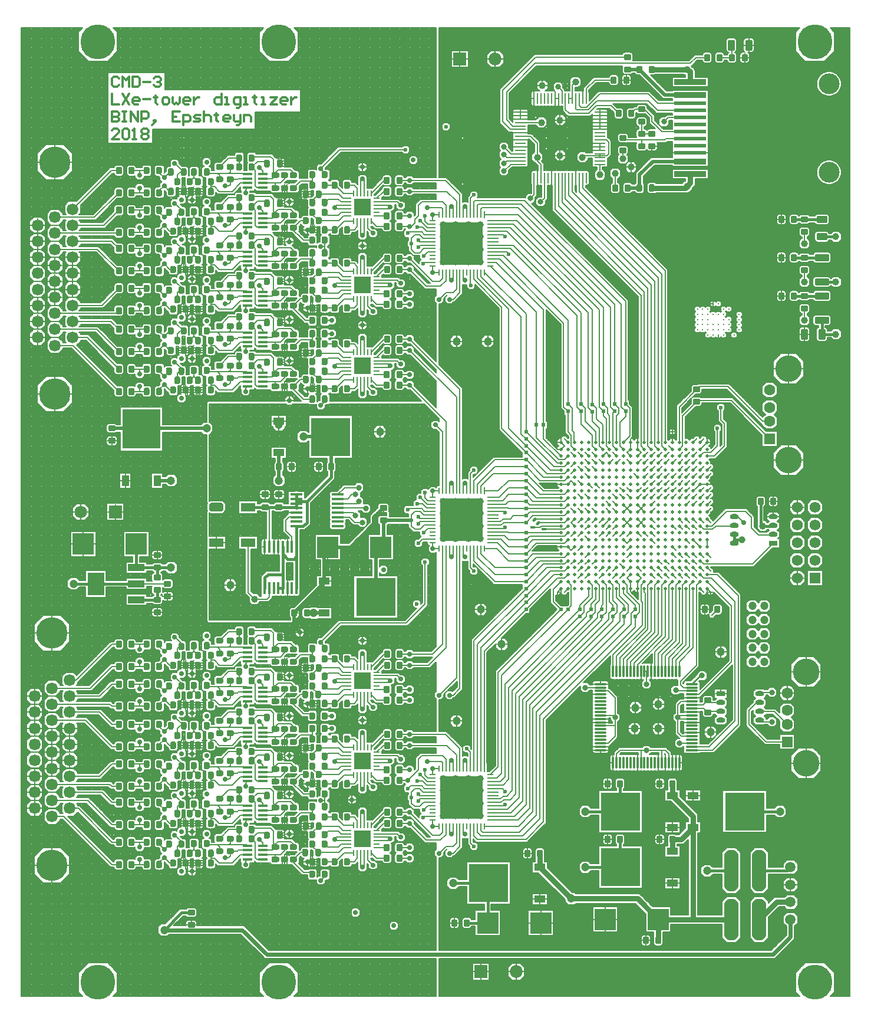
<source format=gtl>
%FSAX43Y43*%
%MOMM*%
G71*
G01*
G75*
G04 Layer_Physical_Order=1*
G04 Layer_Color=48896*
%ADD10C,0.175*%
%ADD11C,0.200*%
%ADD12O,1.270X0.762*%
%ADD13R,1.270X0.762*%
%ADD14O,0.700X0.400*%
G04:AMPARAMS|DCode=15|XSize=0.4mm|YSize=0.7mm|CornerRadius=0mm|HoleSize=0mm|Usage=FLASHONLY|Rotation=135.000|XOffset=0mm|YOffset=0mm|HoleType=Round|Shape=Round|*
%AMOVALD15*
21,1,0.300,0.400,0.000,0.000,225.0*
1,1,0.400,0.106,0.106*
1,1,0.400,-0.106,-0.106*
%
%ADD15OVALD15*%

%ADD16R,0.500X0.600*%
G04:AMPARAMS|DCode=17|XSize=0.8mm|YSize=1mm|CornerRadius=0.08mm|HoleSize=0mm|Usage=FLASHONLY|Rotation=90.000|XOffset=0mm|YOffset=0mm|HoleType=Round|Shape=RoundedRectangle|*
%AMROUNDEDRECTD17*
21,1,0.800,0.840,0,0,90.0*
21,1,0.640,1.000,0,0,90.0*
1,1,0.160,0.420,0.320*
1,1,0.160,0.420,-0.320*
1,1,0.160,-0.420,-0.320*
1,1,0.160,-0.420,0.320*
%
%ADD17ROUNDEDRECTD17*%
G04:AMPARAMS|DCode=18|XSize=0.8mm|YSize=1mm|CornerRadius=0.08mm|HoleSize=0mm|Usage=FLASHONLY|Rotation=0.000|XOffset=0mm|YOffset=0mm|HoleType=Round|Shape=RoundedRectangle|*
%AMROUNDEDRECTD18*
21,1,0.800,0.840,0,0,0.0*
21,1,0.640,1.000,0,0,0.0*
1,1,0.160,0.320,-0.420*
1,1,0.160,-0.320,-0.420*
1,1,0.160,-0.320,0.420*
1,1,0.160,0.320,0.420*
%
%ADD18ROUNDEDRECTD18*%
%ADD19O,2.100X6.000*%
%ADD20O,2.100X6.000*%
G04:AMPARAMS|DCode=21|XSize=1mm|YSize=2mm|CornerRadius=0.1mm|HoleSize=0mm|Usage=FLASHONLY|Rotation=90.000|XOffset=0mm|YOffset=0mm|HoleType=Round|Shape=RoundedRectangle|*
%AMROUNDEDRECTD21*
21,1,1.000,1.800,0,0,90.0*
21,1,0.800,2.000,0,0,90.0*
1,1,0.200,0.900,0.400*
1,1,0.200,0.900,-0.400*
1,1,0.200,-0.900,-0.400*
1,1,0.200,-0.900,0.400*
%
%ADD21ROUNDEDRECTD21*%
G04:AMPARAMS|DCode=22|XSize=1mm|YSize=1.5mm|CornerRadius=0.1mm|HoleSize=0mm|Usage=FLASHONLY|Rotation=0.000|XOffset=0mm|YOffset=0mm|HoleType=Round|Shape=RoundedRectangle|*
%AMROUNDEDRECTD22*
21,1,1.000,1.300,0,0,0.0*
21,1,0.800,1.500,0,0,0.0*
1,1,0.200,0.400,-0.650*
1,1,0.200,-0.400,-0.650*
1,1,0.200,-0.400,0.650*
1,1,0.200,0.400,0.650*
%
%ADD22ROUNDEDRECTD22*%
G04:AMPARAMS|DCode=23|XSize=1mm|YSize=1.5mm|CornerRadius=0.1mm|HoleSize=0mm|Usage=FLASHONLY|Rotation=90.000|XOffset=0mm|YOffset=0mm|HoleType=Round|Shape=RoundedRectangle|*
%AMROUNDEDRECTD23*
21,1,1.000,1.300,0,0,90.0*
21,1,0.800,1.500,0,0,90.0*
1,1,0.200,0.650,0.400*
1,1,0.200,0.650,-0.400*
1,1,0.200,-0.650,-0.400*
1,1,0.200,-0.650,0.400*
%
%ADD23ROUNDEDRECTD23*%
%ADD24O,1.000X0.250*%
%ADD25O,0.250X1.000*%
%ADD26R,0.250X1.000*%
%ADD27R,1.600X1.000*%
%ADD28R,5.700X5.500*%
%ADD29R,1.000X1.600*%
%ADD30R,5.500X5.700*%
%ADD31O,0.300X1.800*%
%ADD32O,1.800X0.300*%
%ADD33R,1.800X0.300*%
%ADD34R,1.400X0.450*%
%ADD35R,1.400X0.450*%
%ADD36R,1.400X0.450*%
%ADD37R,2.400X1.000*%
%ADD38R,2.400X3.300*%
%ADD39R,0.381X1.778*%
%ADD40O,0.381X1.778*%
%ADD41R,2.108X1.270*%
G04:AMPARAMS|DCode=42|XSize=2.108mm|YSize=1.27mm|CornerRadius=0mm|HoleSize=0mm|Usage=FLASHONLY|Rotation=0.000|XOffset=0mm|YOffset=0mm|HoleType=Round|Shape=Octagon|*
%AMOCTAGOND42*
4,1,8,1.054,-0.318,1.054,0.318,0.737,0.635,-0.737,0.635,-1.054,0.318,-1.054,-0.318,-0.737,-0.635,0.737,-0.635,1.054,-0.318,0.0*
%
%ADD42OCTAGOND42*%

%ADD43R,1.778X0.381*%
%ADD44O,1.778X0.381*%
%ADD45C,0.500*%
%ADD46O,0.250X0.900*%
%ADD47O,0.900X0.250*%
%ADD48R,0.900X0.250*%
%ADD49R,2.340X2.340*%
%ADD50O,1.016X0.305*%
%ADD51O,0.305X0.813*%
%ADD52O,0.305X1.016*%
%ADD53O,0.813X0.305*%
%ADD54R,0.600X0.500*%
%ADD55R,4.600X0.810*%
%ADD56R,4.600X0.610*%
%ADD57R,3.048X3.048*%
%ADD58O,0.250X1.600*%
%ADD59O,1.600X0.250*%
%ADD60R,1.600X0.250*%
%ADD61C,0.600*%
%ADD62C,0.800*%
%ADD63C,0.400*%
%ADD64C,0.150*%
%ADD65C,0.254*%
%ADD66C,0.508*%
%ADD67C,0.500*%
%ADD68C,0.300*%
%ADD69R,6.100X6.100*%
%ADD70C,1.850*%
%ADD71R,1.850X1.850*%
%ADD72C,1.800*%
%ADD73C,3.800*%
%ADD74R,1.600X1.600*%
%ADD75C,1.600*%
%ADD76C,1.575*%
%ADD77R,1.575X1.575*%
%ADD78C,3.000*%
%ADD79C,1.500*%
%ADD80C,1.690*%
%ADD81C,4.500*%
%ADD82C,1.200*%
%ADD83C,0.300*%
%ADD84C,0.600*%
%ADD85C,0.800*%
%ADD86C,1.000*%
%ADD87C,0.700*%
%ADD88C,5.000*%
G54D10*
X0170807Y0184950D02*
X0170789Y0185204D01*
X0170735Y0185454D01*
X0170646Y0185693D01*
X0170524Y0185916D01*
X0170371Y0186121D01*
X0170191Y0186301D01*
X0169986Y0186454D01*
X0169763Y0186576D01*
X0169524Y0186665D01*
X0169274Y0186719D01*
X0169020Y0186738D01*
X0169020Y0183163D02*
X0169274Y0183181D01*
X0169524Y0183235D01*
X0169763Y0183324D01*
X0169986Y0183446D01*
X0170191Y0183599D01*
X0170371Y0183779D01*
X0170524Y0183984D01*
X0170646Y0184207D01*
X0170735Y0184446D01*
X0170789Y0184696D01*
X0170807Y0184950D01*
X0169020Y0186738D02*
X0168766Y0186719D01*
X0168516Y0186665D01*
X0168277Y0186576D01*
X0168054Y0186454D01*
X0167849Y0186301D01*
X0167669Y0186121D01*
X0167516Y0185916D01*
X0167394Y0185693D01*
X0167305Y0185454D01*
X0167251Y0185204D01*
X0167233Y0184950D01*
X0167251Y0184696D01*
X0167305Y0184446D01*
X0167394Y0184207D01*
X0167516Y0183984D01*
X0167669Y0183779D01*
X0167849Y0183599D01*
X0168054Y0183446D01*
X0168277Y0183324D01*
X0168516Y0183235D01*
X0168766Y0183181D01*
X0169020Y0183163D01*
X0170807Y0172250D02*
X0170789Y0172504D01*
X0170735Y0172754D01*
X0170646Y0172993D01*
X0170524Y0173216D01*
X0170371Y0173421D01*
X0170191Y0173601D01*
X0169986Y0173754D01*
X0169763Y0173876D01*
X0169524Y0173965D01*
X0169274Y0174019D01*
X0169020Y0174038D01*
X0169020Y0170462D02*
X0169274Y0170481D01*
X0169524Y0170535D01*
X0169763Y0170624D01*
X0169986Y0170746D01*
X0170191Y0170899D01*
X0170371Y0171079D01*
X0170524Y0171284D01*
X0170646Y0171507D01*
X0170735Y0171746D01*
X0170789Y0171996D01*
X0170807Y0172250D01*
X0169038Y0165900D02*
X0168924Y0166174D01*
X0168650Y0166288D01*
X0168650Y0164712D02*
X0168924Y0164826D01*
X0169038Y0165100D01*
X0169020Y0174038D02*
X0168766Y0174019D01*
X0168516Y0173965D01*
X0168277Y0173876D01*
X0168054Y0173754D01*
X0167849Y0173601D01*
X0167669Y0173421D01*
X0167516Y0173216D01*
X0167394Y0172993D01*
X0167305Y0172754D01*
X0167251Y0172504D01*
X0167233Y0172250D01*
X0167251Y0171996D01*
X0167305Y0171746D01*
X0167394Y0171507D01*
X0167516Y0171284D01*
X0167669Y0171079D01*
X0167849Y0170899D01*
X0168054Y0170746D01*
X0168277Y0170624D01*
X0168516Y0170535D01*
X0168766Y0170481D01*
X0169020Y0170462D01*
X0169027Y0163488D02*
X0168891Y0163703D01*
X0168650Y0163788D01*
X0168650Y0162212D02*
X0168891Y0162297D01*
X0169027Y0162512D01*
X0169288Y0160400D02*
X0169174Y0160674D01*
X0168900Y0160788D01*
X0168900Y0159212D02*
X0169174Y0159326D01*
X0169288Y0159600D01*
X0167350Y0166288D02*
X0167109Y0166203D01*
X0166973Y0165988D01*
X0166247Y0165988D02*
X0166112Y0166134D01*
X0165920Y0166188D01*
X0164681Y0165988D02*
X0164555Y0166203D01*
X0164320Y0166288D01*
X0163680Y0166288D02*
X0163420Y0166180D01*
X0163312Y0165920D01*
X0165080Y0166188D02*
X0164888Y0166134D01*
X0164753Y0165988D01*
X0162887Y0165920D02*
X0162780Y0166180D01*
X0162520Y0166288D01*
X0161880Y0166288D02*
X0161620Y0166180D01*
X0161512Y0165920D01*
X0166973Y0165012D02*
X0167109Y0164797D01*
X0167350Y0164712D01*
X0167350Y0163788D02*
X0167076Y0163674D01*
X0166962Y0163400D01*
X0166962Y0162600D02*
X0167076Y0162326D01*
X0167350Y0162212D01*
X0165920Y0164812D02*
X0166112Y0164866D01*
X0166247Y0165012D01*
X0166288Y0164020D02*
X0166180Y0164280D01*
X0165920Y0164387D01*
X0165920Y0163012D02*
X0166180Y0163120D01*
X0166288Y0163380D01*
X0164712Y0163380D02*
X0164820Y0163120D01*
X0165080Y0163012D01*
X0166723Y0159512D02*
X0166859Y0159297D01*
X0167100Y0159212D01*
X0167100Y0160788D02*
X0166859Y0160703D01*
X0166723Y0160488D01*
X0166247Y0160488D02*
X0166112Y0160634D01*
X0165920Y0160688D01*
X0165920Y0159312D02*
X0166112Y0159366D01*
X0166247Y0159512D01*
X0166288Y0158520D02*
X0166180Y0158780D01*
X0165920Y0158887D01*
X0165920Y0157512D02*
X0166180Y0157620D01*
X0166288Y0157880D01*
X0164753Y0165012D02*
X0164888Y0164866D01*
X0165080Y0164812D01*
X0165080Y0164387D02*
X0164820Y0164280D01*
X0164712Y0164020D01*
X0164320Y0164712D02*
X0164555Y0164797D01*
X0164681Y0165012D01*
X0164681Y0160488D02*
X0164555Y0160703D01*
X0164320Y0160788D01*
X0165080Y0160688D02*
X0164888Y0160634D01*
X0164753Y0160488D01*
X0163312Y0165080D02*
X0163420Y0164820D01*
X0163680Y0164712D01*
X0162520Y0164712D02*
X0162780Y0164820D01*
X0162887Y0165080D01*
X0161512Y0165080D02*
X0161620Y0164820D01*
X0161880Y0164712D01*
X0163680Y0160788D02*
X0163420Y0160680D01*
X0163312Y0160420D01*
X0162887Y0160420D02*
X0162780Y0160680D01*
X0162520Y0160788D01*
X0161880Y0160788D02*
X0161620Y0160680D01*
X0161512Y0160420D01*
X0164753Y0159512D02*
X0164888Y0159366D01*
X0165080Y0159312D01*
X0164320Y0159212D02*
X0164555Y0159297D01*
X0164681Y0159512D01*
X0163312Y0159580D02*
X0163420Y0159320D01*
X0163680Y0159212D01*
X0164712Y0157880D02*
X0164820Y0157620D01*
X0165080Y0157512D01*
X0165080Y0158887D02*
X0164820Y0158780D01*
X0164712Y0158520D01*
X0162520Y0159212D02*
X0162780Y0159320D01*
X0162887Y0159580D01*
X0161512Y0159580D02*
X0161620Y0159320D01*
X0161880Y0159212D01*
X0169277Y0156988D02*
X0169141Y0157203D01*
X0168900Y0157288D01*
X0168900Y0155712D02*
X0169141Y0155797D01*
X0169277Y0156012D01*
X0169288Y0154900D02*
X0169174Y0155174D01*
X0168900Y0155288D01*
X0168900Y0153712D02*
X0169174Y0153826D01*
X0169288Y0154100D01*
X0169288Y0151400D02*
X0169174Y0151674D01*
X0168900Y0151788D01*
X0168900Y0150212D02*
X0169174Y0150326D01*
X0169288Y0150600D01*
X0168788Y0149650D02*
X0168703Y0149891D01*
X0168488Y0150027D01*
X0167100Y0157288D02*
X0166826Y0157174D01*
X0166712Y0156900D01*
X0166712Y0156100D02*
X0166826Y0155826D01*
X0167100Y0155712D01*
X0166723Y0154012D02*
X0166859Y0153797D01*
X0167100Y0153712D01*
X0167100Y0155288D02*
X0166859Y0155203D01*
X0166723Y0154988D01*
X0166247Y0154988D02*
X0166112Y0155134D01*
X0165920Y0155188D01*
X0165920Y0153812D02*
X0166112Y0153866D01*
X0166247Y0154012D01*
X0167100Y0151788D02*
X0166826Y0151674D01*
X0166712Y0151400D01*
X0167512Y0150027D02*
X0167297Y0149891D01*
X0167212Y0149650D01*
X0166712Y0150600D02*
X0166826Y0150326D01*
X0167100Y0150212D01*
X0166288Y0153020D02*
X0166180Y0153280D01*
X0165920Y0153387D01*
X0165920Y0152012D02*
X0166180Y0152120D01*
X0166288Y0152380D01*
X0168400Y0147962D02*
X0168674Y0148076D01*
X0168788Y0148350D01*
X0167212Y0148350D02*
X0167326Y0148076D01*
X0167600Y0147962D01*
X0166288Y0149650D02*
X0166174Y0149924D01*
X0165900Y0150038D01*
X0165900Y0147962D02*
X0166174Y0148076D01*
X0166288Y0148350D01*
X0165080Y0155188D02*
X0164888Y0155134D01*
X0164753Y0154988D01*
X0164753Y0154012D02*
X0164888Y0153866D01*
X0165080Y0153812D01*
X0165080Y0153387D02*
X0164820Y0153280D01*
X0164712Y0153020D01*
X0164712Y0152380D02*
X0164820Y0152120D01*
X0165080Y0152012D01*
X0165100Y0150038D02*
X0164826Y0149924D01*
X0164712Y0149650D01*
X0164712Y0148350D02*
X0164826Y0148076D01*
X0165100Y0147962D01*
X0164681Y0154988D02*
X0164555Y0155203D01*
X0164320Y0155288D01*
X0163680Y0155288D02*
X0163420Y0155180D01*
X0163312Y0154920D01*
X0162888Y0154920D02*
X0162780Y0155180D01*
X0162520Y0155288D01*
X0164320Y0153712D02*
X0164555Y0153797D01*
X0164681Y0154012D01*
X0163312Y0154080D02*
X0163420Y0153820D01*
X0163680Y0153712D01*
X0161880Y0155288D02*
X0161620Y0155180D01*
X0161512Y0154920D01*
X0162520Y0153712D02*
X0162780Y0153820D01*
X0162888Y0154080D01*
X0161512Y0154080D02*
X0161620Y0153820D01*
X0161880Y0153712D01*
X0161688Y0125420D02*
X0161580Y0125680D01*
X0161320Y0125787D01*
X0161320Y0124213D02*
X0161580Y0124320D01*
X0161688Y0124580D01*
X0158288Y0191150D02*
X0158174Y0191424D01*
X0157900Y0191538D01*
X0157100Y0191538D02*
X0156826Y0191424D01*
X0156712Y0191150D01*
X0157900Y0189462D02*
X0158174Y0189576D01*
X0158288Y0189850D01*
X0156712Y0189850D02*
X0156781Y0189630D01*
X0156963Y0189488D01*
X0155788Y0191150D02*
X0155674Y0191424D01*
X0155400Y0191538D01*
X0154600Y0191538D02*
X0154326Y0191424D01*
X0154212Y0191150D01*
X0155506Y0189477D02*
X0155709Y0189616D01*
X0155788Y0189850D01*
X0154212Y0189850D02*
X0154326Y0189576D01*
X0154600Y0189462D01*
X0157587Y0189120D02*
X0157523Y0189327D01*
X0157353Y0189462D01*
X0156580Y0189488D02*
X0156320Y0189380D01*
X0156212Y0189120D01*
X0157220Y0187913D02*
X0157480Y0188020D01*
X0157587Y0188280D01*
X0156212Y0188280D02*
X0156320Y0188020D01*
X0156580Y0187913D01*
X0155788Y0189120D02*
X0155709Y0189347D01*
X0155506Y0189477D01*
X0154647Y0189462D02*
X0154477Y0189327D01*
X0154413Y0189120D01*
X0155420Y0187913D02*
X0155680Y0188020D01*
X0155788Y0188280D01*
X0154413Y0188280D02*
X0154520Y0188020D01*
X0154780Y0187913D01*
X0153988Y0189120D02*
X0153880Y0189380D01*
X0153620Y0189488D01*
X0152613Y0188280D02*
X0152720Y0188020D01*
X0152980Y0187913D01*
X0153620Y0187913D02*
X0153880Y0188020D01*
X0153988Y0188280D01*
X0152980Y0189488D02*
X0152720Y0189380D01*
X0152613Y0189120D01*
X0152188Y0189120D02*
X0152080Y0189380D01*
X0151820Y0189488D01*
X0151820Y0187913D02*
X0152080Y0188020D01*
X0152188Y0188280D01*
X0151180Y0189488D02*
X0150920Y0189380D01*
X0150812Y0189120D01*
X0150812Y0188280D02*
X0150920Y0188020D01*
X0151180Y0187913D01*
X0149788Y0186700D02*
X0149747Y0186932D01*
X0149632Y0187136D01*
X0149454Y0187290D01*
X0160680Y0125787D02*
X0160420Y0125680D01*
X0160312Y0125420D01*
X0159887Y0125420D02*
X0159780Y0125680D01*
X0159520Y0125787D01*
X0158880Y0125787D02*
X0158620Y0125680D01*
X0158512Y0125420D01*
X0160312Y0124580D02*
X0160420Y0124320D01*
X0160680Y0124213D01*
X0159688Y0124253D02*
X0159834Y0124388D01*
X0159887Y0124580D01*
X0158512Y0124580D02*
X0158566Y0124388D01*
X0158712Y0124253D01*
X0150420Y0140413D02*
X0150680Y0140520D01*
X0150788Y0140780D01*
X0150672Y0139887D02*
X0150420Y0139988D01*
X0150420Y0138613D02*
X0150680Y0138720D01*
X0150788Y0138980D01*
X0149580Y0141788D02*
X0149320Y0141680D01*
X0149212Y0141420D01*
X0149580Y0139988D02*
X0149406Y0139944D01*
X0149256Y0139794D01*
X0149212Y0139620D01*
X0153688Y0109920D02*
X0153580Y0110180D01*
X0153320Y0110287D01*
X0153320Y0108713D02*
X0153580Y0108820D01*
X0153688Y0109080D01*
X0152680Y0110287D02*
X0152420Y0110180D01*
X0152312Y0109920D01*
X0151887Y0109920D02*
X0151780Y0110180D01*
X0151520Y0110287D01*
X0151520Y0108713D02*
X0151762Y0108804D01*
X0150880Y0110287D02*
X0150620Y0110180D01*
X0150512Y0109920D01*
X0150512Y0109080D02*
X0150620Y0108820D01*
X0150880Y0108713D01*
X0152387Y0096820D02*
X0152280Y0097080D01*
X0152020Y0097188D01*
X0151180Y0097188D02*
X0150920Y0097080D01*
X0150812Y0096820D01*
X0152020Y0094012D02*
X0152280Y0094120D01*
X0152387Y0094380D01*
X0150812Y0094380D02*
X0150920Y0094120D01*
X0151180Y0094012D01*
X0147188Y0084920D02*
X0147080Y0085180D01*
X0146820Y0085287D01*
X0146180Y0085287D02*
X0145920Y0085180D01*
X0145812Y0084920D01*
X0147072Y0077188D02*
X0146820Y0077287D01*
X0146180Y0077287D02*
X0145920Y0077180D01*
X0145812Y0076920D01*
X0143920Y0186212D02*
X0144172Y0186312D01*
X0142887Y0181620D02*
X0142780Y0181880D01*
X0142520Y0181988D01*
X0140833Y0188288D02*
X0140887Y0188480D01*
X0141133Y0186458D02*
X0141267Y0186280D01*
X0141480Y0186212D01*
X0140887Y0189120D02*
X0140780Y0189380D01*
X0140520Y0189488D01*
X0139680Y0189488D02*
X0139445Y0189403D01*
X0139319Y0189188D01*
X0139367Y0187512D02*
X0139312Y0187320D01*
X0140520Y0186312D02*
X0140813Y0186458D01*
X0140587Y0185920D02*
X0140480Y0186180D01*
X0140220Y0186288D01*
X0139312Y0186680D02*
X0139420Y0186420D01*
X0139680Y0186312D01*
X0139580Y0186288D02*
X0139320Y0186180D01*
X0139212Y0185920D01*
X0141680Y0181988D02*
X0141445Y0181903D01*
X0141319Y0181688D01*
X0140220Y0184712D02*
X0140480Y0184820D01*
X0140587Y0185080D01*
X0139212Y0185080D02*
X0139320Y0184820D01*
X0139580Y0184712D01*
X0144387Y0176320D02*
X0144333Y0176512D01*
X0144020Y0175312D02*
X0144280Y0175420D01*
X0144387Y0175680D01*
X0143180Y0178488D02*
X0142986Y0178432D01*
X0142850Y0178282D01*
X0142520Y0180613D02*
X0142598Y0180621D01*
X0141335Y0180854D02*
X0141469Y0180679D01*
X0141680Y0180613D01*
X0142887Y0179820D02*
X0142780Y0180080D01*
X0142520Y0180188D01*
X0141680Y0180188D02*
X0141420Y0180080D01*
X0141312Y0179820D01*
X0140920Y0179913D02*
X0141180Y0180020D01*
X0141288Y0180280D01*
X0140280Y0181488D02*
X0140020Y0181380D01*
X0139913Y0181120D01*
X0139488Y0181120D02*
X0139380Y0181380D01*
X0139120Y0181488D01*
X0139913Y0180280D02*
X0140020Y0180020D01*
X0140280Y0179913D01*
X0139120Y0179913D02*
X0139380Y0180020D01*
X0139488Y0180280D01*
X0142520Y0178812D02*
X0142780Y0178920D01*
X0142887Y0179180D01*
X0142850Y0178282D02*
X0142714Y0178432D01*
X0142520Y0178488D01*
X0141312Y0179180D02*
X0141420Y0178920D01*
X0141680Y0178812D01*
X0141680Y0178488D02*
X0141420Y0178380D01*
X0141312Y0178120D01*
X0141312Y0177480D02*
X0141367Y0177288D01*
X0141367Y0176512D02*
X0141312Y0176320D01*
X0141312Y0175680D02*
X0141420Y0175420D01*
X0141680Y0175312D01*
X0140188Y0177520D02*
X0140080Y0177780D01*
X0139820Y0177887D01*
X0140188Y0175720D02*
X0140080Y0175980D01*
X0139820Y0176087D01*
X0138788Y0185920D02*
X0138680Y0186180D01*
X0138420Y0186288D01*
X0137780Y0186288D02*
X0137520Y0186180D01*
X0137413Y0185920D01*
X0138420Y0184712D02*
X0138680Y0184820D01*
X0138788Y0185080D01*
X0137413Y0185080D02*
X0137520Y0184820D01*
X0137780Y0184712D01*
X0138113Y0180280D02*
X0138220Y0180020D01*
X0138480Y0179913D01*
X0138980Y0177887D02*
X0138720Y0177780D01*
X0138613Y0177520D01*
X0138613Y0176880D02*
X0138720Y0176620D01*
X0138980Y0176512D01*
X0138980Y0176087D02*
X0138720Y0175980D01*
X0138613Y0175720D01*
X0142850Y0175518D02*
X0142986Y0175368D01*
X0143180Y0175312D01*
X0142520Y0175312D02*
X0142714Y0175368D01*
X0142850Y0175518D01*
X0140767Y0170542D02*
X0140633Y0170720D01*
X0140420Y0170788D01*
X0140420Y0169212D02*
X0140633Y0169280D01*
X0140767Y0169458D01*
X0140014Y0174768D02*
X0140188Y0175080D01*
X0138613Y0175080D02*
X0138786Y0174768D01*
X0139780Y0170788D02*
X0139520Y0170680D01*
X0139413Y0170420D01*
X0137913Y0170781D02*
X0137697Y0170655D01*
X0137613Y0170420D01*
X0138988Y0170420D02*
X0138903Y0170655D01*
X0138688Y0170781D01*
X0139413Y0169580D02*
X0139520Y0169320D01*
X0139780Y0169212D01*
X0138620Y0169212D02*
X0138880Y0169320D01*
X0138988Y0169580D01*
X0137613Y0169580D02*
X0137720Y0169320D01*
X0137980Y0169212D01*
X0145387Y0084920D02*
X0145280Y0085180D01*
X0145020Y0085287D01*
X0145020Y0083713D02*
X0145280Y0083820D01*
X0145387Y0084080D01*
X0144380Y0085287D02*
X0144120Y0085180D01*
X0144012Y0084920D01*
X0144012Y0084080D02*
X0144120Y0083820D01*
X0144380Y0083713D01*
X0139688Y0084920D02*
X0139580Y0085180D01*
X0139320Y0085287D01*
X0139488Y0083753D02*
X0139634Y0083888D01*
X0139688Y0084080D01*
X0138680Y0085287D02*
X0138420Y0085180D01*
X0138312Y0084920D01*
X0138312Y0084080D02*
X0138366Y0083888D01*
X0138512Y0083753D01*
X0137887Y0084920D02*
X0137780Y0085180D01*
X0137520Y0085287D01*
X0137520Y0083713D02*
X0137780Y0083820D01*
X0137887Y0084080D01*
X0136880Y0085287D02*
X0136620Y0085180D01*
X0136512Y0084920D01*
X0136512Y0084080D02*
X0136620Y0083820D01*
X0136880Y0083713D01*
X0145387Y0076920D02*
X0145280Y0077180D01*
X0145020Y0077287D01*
X0145020Y0075713D02*
X0145280Y0075820D01*
X0145387Y0076080D01*
X0144380Y0077287D02*
X0144120Y0077180D01*
X0144012Y0076920D01*
X0138680Y0077287D02*
X0138420Y0077180D01*
X0138312Y0076920D01*
X0139688Y0076920D02*
X0139580Y0077180D01*
X0139320Y0077287D01*
X0144012Y0076080D02*
X0144120Y0075820D01*
X0144380Y0075713D01*
X0139488Y0075753D02*
X0139634Y0075888D01*
X0139688Y0076080D01*
X0138312Y0076080D02*
X0138366Y0075888D01*
X0138512Y0075753D01*
X0143387Y0062420D02*
X0143280Y0062680D01*
X0143020Y0062787D01*
X0144820Y0061213D02*
X0145080Y0061320D01*
X0145188Y0061580D01*
X0143812Y0061580D02*
X0143920Y0061320D01*
X0144180Y0061213D01*
X0143020Y0061213D02*
X0143280Y0061320D01*
X0143387Y0061580D01*
X0142380Y0062787D02*
X0142120Y0062680D01*
X0142012Y0062420D01*
X0142012Y0061580D02*
X0142120Y0061320D01*
X0142380Y0061213D01*
X0136880Y0077287D02*
X0136620Y0077180D01*
X0136512Y0076920D01*
X0137887Y0076920D02*
X0137780Y0077180D01*
X0137520Y0077287D01*
X0137520Y0075713D02*
X0137780Y0075820D01*
X0137887Y0076080D01*
X0136512Y0076080D02*
X0136620Y0075820D01*
X0136880Y0075713D01*
X0128188Y0074920D02*
X0128080Y0075180D01*
X0127820Y0075287D01*
X0127180Y0075287D02*
X0126920Y0075180D01*
X0126812Y0074920D01*
X0126387Y0074920D02*
X0126280Y0075180D01*
X0126020Y0075287D01*
X0126020Y0073713D02*
X0126280Y0073820D01*
X0126387Y0074080D01*
X0125380Y0075287D02*
X0125120Y0075180D01*
X0125012Y0074920D01*
X0125012Y0074080D02*
X0125120Y0073820D01*
X0125380Y0073713D01*
X0117681Y0064988D02*
X0117555Y0065203D01*
X0117320Y0065287D01*
X0117320Y0063713D02*
X0117555Y0063797D01*
X0117681Y0064012D01*
X0116680Y0065287D02*
X0116420Y0065180D01*
X0116312Y0064920D01*
X0115887Y0064920D02*
X0115780Y0065180D01*
X0115520Y0065287D01*
X0114880Y0065287D02*
X0114620Y0065180D01*
X0114512Y0064920D01*
X0116312Y0064080D02*
X0116420Y0063820D01*
X0116680Y0063713D01*
X0115520Y0063713D02*
X0115780Y0063820D01*
X0115887Y0064080D01*
X0114512Y0064080D02*
X0114620Y0063820D01*
X0114880Y0063713D01*
X0169788Y0191400D02*
X0172000Y0191400D01*
X0169788Y0191250D02*
X0172000Y0191250D01*
X0169788Y0192150D02*
X0172000Y0192150D01*
X0169788Y0192000D02*
X0172000Y0192000D01*
X0169788Y0190950D02*
X0172000Y0190950D01*
X0169788Y0190800D02*
X0172000Y0190800D01*
X0169788Y0191100D02*
X0172000Y0191100D01*
X0170100Y0186552D02*
X0170100Y0193000D01*
X0170250Y0186402D02*
X0170250Y0193000D01*
X0169788Y0190650D02*
X0172000Y0190650D01*
X0170052Y0186600D02*
X0172000Y0186600D01*
X0170202Y0186450D02*
X0172000Y0186450D01*
X0170100Y0186375D02*
X0170100Y0186552D01*
X0169993Y0186450D02*
X0170202Y0186450D01*
X0170550Y0186102D02*
X0170550Y0193000D01*
X0170700Y0185952D02*
X0170700Y0193000D01*
X0170352Y0186300D02*
X0172000Y0186300D01*
X0169914Y0186738D02*
X0170807Y0185844D01*
X0170502Y0186150D02*
X0172000Y0186150D01*
X0170652Y0186000D02*
X0172000Y0186000D01*
X0170467Y0186000D02*
X0170652Y0186000D01*
X0170400Y0186252D02*
X0170400Y0193000D01*
X0170250Y0186247D02*
X0170250Y0186402D01*
X0170192Y0186300D02*
X0170352Y0186300D01*
X0170400Y0186087D02*
X0170400Y0186252D01*
X0170550Y0185875D02*
X0170550Y0186102D01*
X0170345Y0186150D02*
X0170502Y0186150D01*
X0169788Y0190500D02*
X0172000Y0190500D01*
X0169788Y0190350D02*
X0172000Y0190350D01*
X0169788Y0191700D02*
X0172000Y0191700D01*
X0169788Y0191550D02*
X0172000Y0191550D01*
X0169788Y0190050D02*
X0172000Y0190050D01*
X0169788Y0189900D02*
X0172000Y0189900D01*
X0169788Y0190200D02*
X0172000Y0190200D01*
X0169432Y0192750D02*
X0172000Y0192750D01*
X0169582Y0192600D02*
X0172000Y0192600D01*
X0169181Y0193000D02*
X0172000Y0193000D01*
X0169282Y0192900D02*
X0172000Y0192900D01*
X0169788Y0192300D02*
X0172000Y0192300D01*
X0169788Y0191850D02*
X0172000Y0191850D01*
X0169732Y0192450D02*
X0172000Y0192450D01*
X0169788Y0189750D02*
X0172000Y0189750D01*
X0169781Y0189600D02*
X0172000Y0189600D01*
X0169631Y0189450D02*
X0172000Y0189450D01*
X0169481Y0189300D02*
X0172000Y0189300D01*
X0169331Y0189150D02*
X0172000Y0189150D01*
X0169181Y0189000D02*
X0172000Y0189000D01*
X0169031Y0188850D02*
X0172000Y0188850D01*
X0168881Y0188700D02*
X0172000Y0188700D01*
X0168731Y0188550D02*
X0172000Y0188550D01*
X0168581Y0188400D02*
X0172000Y0188400D01*
X0169708Y0186600D02*
X0170052Y0186600D01*
X0168431Y0188250D02*
X0172000Y0188250D01*
X0170807Y0185550D02*
X0172000Y0185550D01*
X0170807Y0185400D02*
X0172000Y0185400D01*
X0170802Y0185850D02*
X0172000Y0185850D01*
X0170807Y0185700D02*
X0172000Y0185700D01*
X0170807Y0184800D02*
X0172000Y0184800D01*
X0170807Y0184650D02*
X0172000Y0184650D01*
X0170807Y0185250D02*
X0172000Y0185250D01*
X0170700Y0185561D02*
X0170700Y0185952D01*
X0170807Y0184950D02*
X0170807Y0185844D01*
X0170565Y0185850D02*
X0170802Y0185850D01*
X0170643Y0185700D02*
X0170807Y0185700D01*
X0170807Y0185100D02*
X0172000Y0185100D01*
X0170807Y0184950D02*
X0172000Y0184950D01*
X0170704Y0185550D02*
X0170807Y0185550D01*
X0170807Y0184500D02*
X0172000Y0184500D01*
X0170807Y0184350D02*
X0172000Y0184350D01*
X0170642Y0184200D02*
X0170807Y0184200D01*
X0172000Y0184200D01*
X0170801Y0184050D02*
X0172000Y0184050D01*
X0170651Y0183900D02*
X0172000Y0183900D01*
X0170552Y0173400D02*
X0172000Y0173400D01*
X0170704Y0184350D02*
X0170807Y0184350D01*
X0170807Y0184056D02*
X0170807Y0184950D01*
X0170700Y0183948D02*
X0170700Y0184339D01*
X0170564Y0184050D02*
X0170801Y0184050D01*
X0170550Y0183798D02*
X0170550Y0184025D01*
X0170550Y0173402D02*
X0170550Y0183798D01*
X0170466Y0183900D02*
X0170651Y0183900D01*
X0170501Y0183750D02*
X0172000Y0183750D01*
X0169914Y0183163D02*
X0170807Y0184056D01*
X0170351Y0183600D02*
X0172000Y0183600D01*
X0170201Y0183450D02*
X0172000Y0183450D01*
X0170051Y0183300D02*
X0172000Y0183300D01*
X0170344Y0183750D02*
X0170501Y0183750D01*
X0170400Y0183648D02*
X0170400Y0183813D01*
X0170191Y0183600D02*
X0170351Y0183600D01*
X0170250Y0183498D02*
X0170250Y0183653D01*
X0169992Y0183450D02*
X0170201Y0183450D01*
X0170100Y0183348D02*
X0170100Y0183525D01*
X0169707Y0183300D02*
X0170051Y0183300D01*
X0170102Y0173850D02*
X0172000Y0173850D01*
X0170400Y0173552D02*
X0170400Y0183648D01*
X0169952Y0174000D02*
X0172000Y0174000D01*
X0170066Y0173700D02*
X0170252Y0173700D01*
X0172000Y0173700D01*
X0170402Y0173550D02*
X0172000Y0173550D01*
X0170247Y0173550D02*
X0170402Y0173550D01*
X0170100Y0173852D02*
X0170100Y0183348D01*
X0170250Y0173702D02*
X0170250Y0183498D01*
X0169386Y0174000D02*
X0169952Y0174000D01*
X0170100Y0173675D02*
X0170100Y0173852D01*
X0170250Y0173547D02*
X0170250Y0173702D01*
X0169818Y0173850D02*
X0170102Y0173850D01*
X0169650Y0192532D02*
X0169650Y0193000D01*
X0169800Y0186738D02*
X0169800Y0193000D01*
X0169500Y0192682D02*
X0169500Y0193000D01*
X0169181Y0193000D02*
X0169788Y0192394D01*
X0169788Y0189606D02*
X0169788Y0192394D01*
X0169650Y0186738D02*
X0169650Y0189468D01*
X0168394Y0188212D02*
X0169788Y0189606D01*
X0169350Y0192832D02*
X0169350Y0193000D01*
X0169500Y0186738D02*
X0169500Y0189318D01*
X0169200Y0186738D02*
X0169200Y0189018D01*
X0169350Y0186738D02*
X0169350Y0189168D01*
X0168150Y0186738D02*
X0168150Y0188212D01*
X0168600Y0186738D02*
X0168600Y0188418D01*
X0168126Y0186738D02*
X0169020Y0186738D01*
X0169050Y0186738D02*
X0169050Y0188868D01*
X0169950Y0186702D02*
X0169950Y0193000D01*
X0168900Y0186738D02*
X0168900Y0188718D01*
X0169020Y0186738D02*
X0169914Y0186738D01*
X0169800Y0186559D02*
X0169800Y0186738D01*
X0169950Y0186477D02*
X0169950Y0186702D01*
X0169650Y0186623D02*
X0169650Y0186738D01*
X0168450Y0186738D02*
X0168450Y0188268D01*
X0168750Y0186738D02*
X0168750Y0188568D01*
X0168300Y0186738D02*
X0168300Y0188212D01*
X0168450Y0186644D02*
X0168450Y0186738D01*
X0168300Y0186586D02*
X0168300Y0186738D01*
X0168150Y0186511D02*
X0168150Y0186738D01*
X0168000Y0186611D02*
X0168000Y0188212D01*
X0168000Y0186418D02*
X0168000Y0186611D01*
X0167988Y0186600D02*
X0168332Y0186600D01*
X0167850Y0186461D02*
X0167850Y0188212D01*
X0167838Y0186450D02*
X0168047Y0186450D01*
X0167850Y0186301D02*
X0167850Y0186461D01*
X0167688Y0186300D02*
X0167848Y0186300D01*
X0167700Y0186311D02*
X0167700Y0188212D01*
X0167700Y0186155D02*
X0167700Y0186311D01*
X0167550Y0186161D02*
X0167550Y0188212D01*
X0167400Y0186011D02*
X0167400Y0188212D01*
X0167538Y0186150D02*
X0167695Y0186150D01*
X0167550Y0185966D02*
X0167550Y0186161D01*
X0167388Y0186000D02*
X0167573Y0186000D01*
X0167238Y0185850D02*
X0167475Y0185850D01*
X0167400Y0185705D02*
X0167400Y0186011D01*
X0167233Y0185844D02*
X0168126Y0186738D01*
X0167233Y0184350D02*
X0167336Y0184350D01*
X0167233Y0185700D02*
X0167397Y0185700D01*
X0167250Y0185861D02*
X0167250Y0188212D01*
X0167250Y0185197D02*
X0167250Y0185861D01*
X0167233Y0184950D02*
X0167233Y0185844D01*
X0167233Y0184056D02*
X0167233Y0184950D01*
X0167250Y0184039D02*
X0167250Y0184703D01*
X0167233Y0185550D02*
X0167336Y0185550D01*
X0169950Y0183198D02*
X0169950Y0183423D01*
X0169800Y0183163D02*
X0169800Y0183341D01*
X0169020Y0183163D02*
X0169914Y0183163D01*
X0169650Y0183163D02*
X0169650Y0183277D01*
X0169650Y0174038D02*
X0169650Y0183163D01*
X0169800Y0174038D02*
X0169800Y0183163D01*
X0169020Y0174038D02*
X0169914Y0174038D01*
X0168450Y0183163D02*
X0168450Y0183256D01*
X0169050Y0174038D02*
X0169050Y0183163D01*
X0168150Y0183163D02*
X0168150Y0183389D01*
X0168300Y0183163D02*
X0168300Y0183314D01*
X0169350Y0174038D02*
X0169350Y0183163D01*
X0169500Y0174038D02*
X0169500Y0183163D01*
X0169200Y0174038D02*
X0169200Y0183163D01*
X0168900Y0174038D02*
X0168900Y0183163D01*
X0169950Y0174002D02*
X0169950Y0183198D01*
X0168600Y0174038D02*
X0168600Y0183163D01*
X0168750Y0174038D02*
X0168750Y0183163D01*
X0169800Y0173859D02*
X0169800Y0174038D01*
X0169950Y0173777D02*
X0169950Y0174002D01*
X0169650Y0173923D02*
X0169650Y0174038D01*
X0168300Y0174038D02*
X0168300Y0183163D01*
X0168450Y0174038D02*
X0168450Y0183163D01*
X0168150Y0174038D02*
X0168150Y0183163D01*
X0168450Y0173944D02*
X0168450Y0174038D01*
X0168300Y0173886D02*
X0168300Y0174038D01*
X0168150Y0173811D02*
X0168150Y0174038D01*
X0167850Y0183439D02*
X0167850Y0183599D01*
X0168000Y0183289D02*
X0168000Y0183482D01*
X0167689Y0183600D02*
X0167849Y0183600D01*
X0167700Y0183589D02*
X0167700Y0183745D01*
X0167989Y0183300D02*
X0168333Y0183300D01*
X0168126Y0183163D02*
X0169020Y0183163D01*
X0167839Y0183450D02*
X0168048Y0183450D01*
X0167239Y0184050D02*
X0167476Y0184050D01*
X0167400Y0183889D02*
X0167400Y0184195D01*
X0167233Y0184200D02*
X0167398Y0184200D01*
X0167539Y0183750D02*
X0167696Y0183750D01*
X0167550Y0183739D02*
X0167550Y0183934D01*
X0167389Y0183900D02*
X0167574Y0183900D01*
X0168126Y0174038D02*
X0169020Y0174038D01*
X0168088Y0174000D02*
X0168654Y0174000D01*
X0167233Y0184056D02*
X0168126Y0183163D01*
X0168000Y0173911D02*
X0168000Y0183289D01*
X0167938Y0173850D02*
X0168222Y0173850D01*
X0168000Y0173718D02*
X0168000Y0173911D01*
X0167788Y0173700D02*
X0167974Y0173700D01*
X0167850Y0173761D02*
X0167850Y0183439D01*
X0167700Y0173611D02*
X0167700Y0183589D01*
X0167550Y0173461D02*
X0167550Y0183739D01*
X0167850Y0173601D02*
X0167850Y0173761D01*
X0167700Y0173455D02*
X0167700Y0173611D01*
X0167638Y0173550D02*
X0167793Y0173550D01*
X0170807Y0172950D02*
X0172000Y0172950D01*
X0170807Y0172800D02*
X0172000Y0172800D01*
X0170702Y0173250D02*
X0172000Y0173250D01*
X0170807Y0173100D02*
X0172000Y0173100D01*
X0170807Y0172500D02*
X0172000Y0172500D01*
X0170807Y0172200D02*
X0172000Y0172200D01*
X0170807Y0172650D02*
X0172000Y0172650D01*
X0170700Y0173252D02*
X0170700Y0183948D01*
X0170807Y0172250D02*
X0170807Y0173144D01*
X0170593Y0173100D02*
X0170807Y0173100D01*
X0170700Y0172861D02*
X0170700Y0173252D01*
X0170721Y0172800D02*
X0170807Y0172800D01*
X0170807Y0172350D02*
X0172000Y0172350D01*
X0170665Y0172950D02*
X0170807Y0172950D01*
X0170807Y0171750D02*
X0172000Y0171750D01*
X0170807Y0171600D02*
X0172000Y0171600D01*
X0170807Y0172050D02*
X0172000Y0172050D01*
X0170807Y0171900D02*
X0172000Y0171900D01*
X0170807Y0171450D02*
X0172000Y0171450D01*
X0170751Y0171300D02*
X0172000Y0171300D01*
X0170601Y0171150D02*
X0172000Y0171150D01*
X0170807Y0171356D02*
X0170807Y0172250D01*
X0170700Y0171248D02*
X0170700Y0171639D01*
X0170685Y0171600D02*
X0170807Y0171600D01*
X0170618Y0171450D02*
X0170807Y0171450D01*
X0170700Y0163482D02*
X0170700Y0171248D01*
X0170550Y0163632D02*
X0170550Y0171098D01*
X0170502Y0173250D02*
X0170702Y0173250D01*
X0170534Y0171300D02*
X0170751Y0171300D01*
X0169914Y0174038D02*
X0170807Y0173144D01*
X0170429Y0171150D02*
X0170601Y0171150D01*
X0170451Y0171000D02*
X0172000Y0171000D01*
X0170301Y0170850D02*
X0172000Y0170850D01*
X0170550Y0173175D02*
X0170550Y0173402D01*
X0170550Y0171098D02*
X0170550Y0171325D01*
X0170389Y0173400D02*
X0170552Y0173400D01*
X0170400Y0173387D02*
X0170400Y0173552D01*
X0170297Y0171000D02*
X0170451Y0171000D01*
X0170400Y0170948D02*
X0170400Y0171113D01*
X0170131Y0170850D02*
X0170301Y0170850D01*
X0170250Y0170798D02*
X0170250Y0170953D01*
X0170400Y0163782D02*
X0170400Y0170948D01*
X0169914Y0170462D02*
X0170807Y0171356D01*
X0170151Y0170700D02*
X0172000Y0170700D01*
X0170250Y0163788D02*
X0170250Y0170798D01*
X0170001Y0170550D02*
X0172000Y0170550D01*
X0170100Y0170648D02*
X0170100Y0170825D01*
X0169950Y0170498D02*
X0169950Y0170723D01*
X0169910Y0170700D02*
X0170151Y0170700D01*
X0169800Y0170462D02*
X0169800Y0170641D01*
X0170100Y0163788D02*
X0170100Y0170648D01*
X0169650Y0170462D02*
X0169650Y0170577D01*
X0170788Y0163350D02*
X0172000Y0163350D01*
X0170788Y0163200D02*
X0172000Y0163200D01*
X0170532Y0163650D02*
X0172000Y0163650D01*
X0170682Y0163500D02*
X0172000Y0163500D01*
X0170788Y0162900D02*
X0172000Y0162900D01*
X0170788Y0162750D02*
X0172000Y0162750D01*
X0170788Y0163050D02*
X0172000Y0163050D01*
X0169800Y0163788D02*
X0169800Y0170462D01*
X0169950Y0163788D02*
X0169950Y0170498D01*
X0169571Y0170550D02*
X0170001Y0170550D01*
X0169650Y0163788D02*
X0169650Y0170462D01*
X0170394Y0163788D02*
X0170788Y0163394D01*
X0170788Y0162606D02*
X0170788Y0163394D01*
X0169606Y0163788D02*
X0170394Y0163788D01*
X0170781Y0162600D02*
X0172000Y0162600D01*
X0170700Y0156982D02*
X0170700Y0162518D01*
X0170631Y0162450D02*
X0172000Y0162450D01*
X0170394Y0162212D02*
X0170788Y0162606D01*
X0170481Y0162300D02*
X0172000Y0162300D01*
X0170550Y0157132D02*
X0170550Y0162368D01*
X0170400Y0157282D02*
X0170400Y0162218D01*
X0169800Y0157288D02*
X0169800Y0162212D01*
X0169950Y0157288D02*
X0169950Y0162212D01*
X0169650Y0157288D02*
X0169650Y0162212D01*
X0170100Y0157288D02*
X0170100Y0162212D01*
X0170250Y0157288D02*
X0170250Y0162212D01*
X0169606Y0162212D02*
X0170394Y0162212D01*
X0169038Y0165900D02*
X0172000Y0165900D01*
X0169038Y0165750D02*
X0172000Y0165750D01*
X0168896Y0166200D02*
X0172000Y0166200D01*
X0169007Y0166050D02*
X0172000Y0166050D01*
X0169038Y0165600D02*
X0172000Y0165600D01*
X0169038Y0165450D02*
X0172000Y0165450D01*
X0169024Y0165000D02*
X0172000Y0165000D01*
X0169038Y0165300D02*
X0172000Y0165300D01*
X0169500Y0163681D02*
X0169500Y0170462D01*
X0169020Y0170462D02*
X0169914Y0170462D01*
X0169038Y0165150D02*
X0172000Y0165150D01*
X0169306Y0163488D02*
X0169606Y0163788D01*
X0168946Y0164850D02*
X0172000Y0164850D01*
X0169288Y0160350D02*
X0172000Y0160350D01*
X0169288Y0160200D02*
X0172000Y0160200D01*
X0169196Y0160650D02*
X0172000Y0160650D01*
X0169274Y0160500D02*
X0172000Y0160500D01*
X0169288Y0160050D02*
X0172000Y0160050D01*
X0169288Y0159900D02*
X0172000Y0159900D01*
X0169257Y0159450D02*
X0172000Y0159450D01*
X0169306Y0162512D02*
X0169606Y0162212D01*
X0169500Y0157181D02*
X0169500Y0162319D01*
X0168895Y0162300D02*
X0169519Y0162300D01*
X0169288Y0159750D02*
X0172000Y0159750D01*
X0169288Y0159600D02*
X0172000Y0159600D01*
X0169145Y0159300D02*
X0172000Y0159300D01*
X0168450Y0170462D02*
X0168450Y0170556D01*
X0168600Y0166288D02*
X0168600Y0170462D01*
X0168039Y0170550D02*
X0168469Y0170550D01*
X0168300Y0170462D02*
X0168300Y0170614D01*
X0168300Y0166288D02*
X0168300Y0170462D01*
X0168450Y0166288D02*
X0168450Y0170462D01*
X0168126Y0170462D02*
X0169020Y0170462D01*
X0167739Y0170850D02*
X0167909Y0170850D01*
X0167850Y0170739D02*
X0167850Y0170899D01*
X0167589Y0171000D02*
X0167743Y0171000D01*
X0167700Y0170889D02*
X0167700Y0171045D01*
X0168000Y0170589D02*
X0168000Y0170782D01*
X0168150Y0170462D02*
X0168150Y0170689D01*
X0167889Y0170700D02*
X0168130Y0170700D01*
X0169350Y0163531D02*
X0169350Y0170462D01*
X0169200Y0163488D02*
X0169200Y0170462D01*
X0168900Y0166196D02*
X0168900Y0170462D01*
X0169050Y0163488D02*
X0169050Y0170462D01*
X0169038Y0165100D02*
X0169038Y0165900D01*
X0167850Y0166288D02*
X0167850Y0170739D01*
X0168000Y0166288D02*
X0168000Y0170589D01*
X0167700Y0166288D02*
X0167700Y0170889D01*
X0168750Y0166274D02*
X0168750Y0170462D01*
X0168900Y0163696D02*
X0168900Y0164804D01*
X0168150Y0166288D02*
X0168150Y0170462D01*
X0167400Y0173311D02*
X0167400Y0183889D01*
X0167550Y0173266D02*
X0167550Y0173461D01*
X0167233Y0173144D02*
X0168126Y0174038D01*
X0167488Y0173400D02*
X0167651Y0173400D01*
X0167338Y0173250D02*
X0167538Y0173250D01*
X0167233Y0173100D02*
X0167447Y0173100D01*
X0167250Y0173161D02*
X0167250Y0184039D01*
X0167400Y0173005D02*
X0167400Y0173311D01*
X0167250Y0172497D02*
X0167250Y0173161D01*
X0167233Y0172250D02*
X0167233Y0173144D01*
X0167233Y0172800D02*
X0167319Y0172800D01*
X0167233Y0171600D02*
X0167355Y0171600D01*
X0167233Y0172950D02*
X0167375Y0172950D01*
X0167289Y0171300D02*
X0167506Y0171300D01*
X0167550Y0171039D02*
X0167550Y0171234D01*
X0167233Y0171356D02*
X0168126Y0170462D01*
X0167439Y0171150D02*
X0167611Y0171150D01*
X0167550Y0166288D02*
X0167550Y0171039D01*
X0167350Y0166288D02*
X0168650Y0166288D01*
X0167250Y0171339D02*
X0167250Y0172003D01*
X0167400Y0171189D02*
X0167400Y0171495D01*
X0167233Y0171356D02*
X0167233Y0172250D01*
X0167400Y0166288D02*
X0167400Y0171189D01*
X0167250Y0166274D02*
X0167250Y0171339D01*
X0167233Y0171450D02*
X0167422Y0171450D01*
X0169024Y0163500D02*
X0169318Y0163500D01*
X0169027Y0163488D02*
X0169306Y0163488D01*
X0168946Y0163650D02*
X0169468Y0163650D01*
X0169027Y0162512D02*
X0169306Y0162512D01*
X0169007Y0162450D02*
X0169369Y0162450D01*
X0168600Y0163788D02*
X0168600Y0164712D01*
X0168750Y0163774D02*
X0168750Y0164726D01*
X0168300Y0163788D02*
X0168300Y0164712D01*
X0168450Y0163788D02*
X0168450Y0164712D01*
X0168600Y0160788D02*
X0168600Y0162212D01*
X0168900Y0160788D02*
X0168900Y0162304D01*
X0168450Y0160788D02*
X0168450Y0162212D01*
X0169288Y0159600D02*
X0169288Y0160400D01*
X0169350Y0157031D02*
X0169350Y0162469D01*
X0169200Y0160646D02*
X0169200Y0162512D01*
X0169050Y0157257D02*
X0169050Y0159243D01*
X0169200Y0157146D02*
X0169200Y0159354D01*
X0169050Y0160757D02*
X0169050Y0162512D01*
X0168900Y0157288D02*
X0168900Y0159212D01*
X0168750Y0160788D02*
X0168750Y0162226D01*
X0168600Y0157288D02*
X0168600Y0159212D01*
X0168750Y0157288D02*
X0168750Y0159212D01*
X0168450Y0157288D02*
X0168450Y0159212D01*
X0168000Y0163788D02*
X0168000Y0164712D01*
X0168150Y0163788D02*
X0168150Y0164712D01*
X0167350Y0164712D02*
X0168650Y0164712D01*
X0167350Y0163788D02*
X0168650Y0163788D01*
X0168000Y0160788D02*
X0168000Y0162212D01*
X0168150Y0160788D02*
X0168150Y0162212D01*
X0167350Y0162212D02*
X0168650Y0162212D01*
X0167700Y0163788D02*
X0167700Y0164712D01*
X0167850Y0163788D02*
X0167850Y0164712D01*
X0167250Y0163774D02*
X0167250Y0164726D01*
X0167550Y0163788D02*
X0167550Y0164712D01*
X0167850Y0160788D02*
X0167850Y0162212D01*
X0167400Y0163788D02*
X0167400Y0164712D01*
X0168300Y0160788D02*
X0168300Y0162212D01*
X0168300Y0157288D02*
X0168300Y0159212D01*
X0167700Y0160788D02*
X0167700Y0162212D01*
X0168150Y0157288D02*
X0168150Y0159212D01*
X0167850Y0157288D02*
X0167850Y0159212D01*
X0168000Y0157288D02*
X0168000Y0159212D01*
X0167700Y0157288D02*
X0167700Y0159212D01*
X0167400Y0160788D02*
X0167400Y0162212D01*
X0167550Y0160788D02*
X0167550Y0162212D01*
X0167250Y0160788D02*
X0167250Y0162226D01*
X0167400Y0157288D02*
X0167400Y0159212D01*
X0167550Y0157288D02*
X0167550Y0159212D01*
X0167250Y0157288D02*
X0167250Y0159212D01*
X0165606Y0188212D02*
X0168394Y0188212D01*
X0157540Y0188100D02*
X0172000Y0188100D01*
X0157381Y0187950D02*
X0172000Y0187950D01*
X0151688Y0183600D02*
X0167689Y0183600D01*
X0151688Y0183300D02*
X0167989Y0183300D01*
X0151688Y0183150D02*
X0172000Y0183150D01*
X0151688Y0183450D02*
X0167839Y0183450D01*
X0151688Y0184950D02*
X0167233Y0184950D01*
X0151688Y0184800D02*
X0167233Y0184800D01*
X0151688Y0185850D02*
X0167238Y0185850D01*
X0151688Y0185700D02*
X0167233Y0185700D01*
X0151688Y0183900D02*
X0167389Y0183900D01*
X0151688Y0183750D02*
X0167539Y0183750D01*
X0151688Y0184050D02*
X0167239Y0184050D01*
X0151688Y0180300D02*
X0172000Y0180300D01*
X0151688Y0180150D02*
X0172000Y0180150D01*
X0151688Y0182100D02*
X0172000Y0182100D01*
X0151688Y0180450D02*
X0172000Y0180450D01*
X0151688Y0179850D02*
X0172000Y0179850D01*
X0151688Y0179250D02*
X0172000Y0179250D01*
X0151688Y0180000D02*
X0172000Y0180000D01*
X0151688Y0182850D02*
X0172000Y0182850D01*
X0151688Y0182700D02*
X0172000Y0182700D01*
X0151688Y0183000D02*
X0172000Y0183000D01*
X0151688Y0182400D02*
X0172000Y0182400D01*
X0151688Y0182250D02*
X0172000Y0182250D01*
X0151688Y0182550D02*
X0172000Y0182550D01*
X0149581Y0187800D02*
X0172000Y0187800D01*
X0149482Y0187350D02*
X0172000Y0187350D01*
X0149431Y0187650D02*
X0172000Y0187650D01*
X0149282Y0187500D02*
X0172000Y0187500D01*
X0149782Y0187050D02*
X0172000Y0187050D01*
X0149788Y0186900D02*
X0172000Y0186900D01*
X0149632Y0187200D02*
X0172000Y0187200D01*
X0149788Y0186450D02*
X0167838Y0186450D01*
X0149788Y0186300D02*
X0167688Y0186300D01*
X0149788Y0186750D02*
X0172000Y0186750D01*
X0149788Y0186600D02*
X0167988Y0186600D01*
X0149788Y0186000D02*
X0167388Y0186000D01*
X0151688Y0181950D02*
X0172000Y0181950D01*
X0149788Y0186150D02*
X0167538Y0186150D01*
X0151688Y0180600D02*
X0172000Y0180600D01*
X0151688Y0179700D02*
X0172000Y0179700D01*
X0151688Y0180900D02*
X0172000Y0180900D01*
X0151688Y0180750D02*
X0172000Y0180750D01*
X0151688Y0179400D02*
X0172000Y0179400D01*
X0151688Y0179100D02*
X0172000Y0179100D01*
X0151688Y0179550D02*
X0172000Y0179550D01*
X0151688Y0181650D02*
X0172000Y0181650D01*
X0151688Y0181500D02*
X0172000Y0181500D01*
X0151688Y0181800D02*
X0172000Y0181800D01*
X0151688Y0181200D02*
X0172000Y0181200D01*
X0151688Y0181050D02*
X0172000Y0181050D01*
X0151688Y0181350D02*
X0172000Y0181350D01*
X0151688Y0177600D02*
X0172000Y0177600D01*
X0151688Y0177450D02*
X0172000Y0177450D01*
X0151688Y0177900D02*
X0172000Y0177900D01*
X0151688Y0177750D02*
X0172000Y0177750D01*
X0151688Y0177150D02*
X0172000Y0177150D01*
X0151688Y0177000D02*
X0172000Y0177000D01*
X0151688Y0177300D02*
X0172000Y0177300D01*
X0151688Y0178650D02*
X0172000Y0178650D01*
X0151688Y0178500D02*
X0172000Y0178500D01*
X0151688Y0178950D02*
X0172000Y0178950D01*
X0151688Y0178800D02*
X0172000Y0178800D01*
X0151688Y0178200D02*
X0172000Y0178200D01*
X0151688Y0178050D02*
X0172000Y0178050D01*
X0151688Y0178350D02*
X0172000Y0178350D01*
X0151688Y0176550D02*
X0172000Y0176550D01*
X0151688Y0176400D02*
X0172000Y0176400D01*
X0151688Y0176850D02*
X0172000Y0176850D01*
X0151688Y0176700D02*
X0172000Y0176700D01*
X0151688Y0176100D02*
X0172000Y0176100D01*
X0151688Y0175950D02*
X0172000Y0175950D01*
X0151688Y0176250D02*
X0172000Y0176250D01*
X0151688Y0175650D02*
X0172000Y0175650D01*
X0151688Y0175500D02*
X0172000Y0175500D01*
X0151688Y0175800D02*
X0172000Y0175800D01*
X0151688Y0175200D02*
X0172000Y0175200D01*
X0151688Y0175350D02*
X0172000Y0175350D01*
X0151688Y0174750D02*
X0172000Y0174750D01*
X0151688Y0174600D02*
X0172000Y0174600D01*
X0151688Y0175050D02*
X0172000Y0175050D01*
X0151688Y0174900D02*
X0172000Y0174900D01*
X0151688Y0174300D02*
X0172000Y0174300D01*
X0151688Y0174150D02*
X0172000Y0174150D01*
X0151688Y0174450D02*
X0172000Y0174450D01*
X0151688Y0173700D02*
X0167788Y0173700D01*
X0151688Y0173550D02*
X0167638Y0173550D01*
X0151688Y0174000D02*
X0168088Y0174000D01*
X0151688Y0173850D02*
X0167938Y0173850D01*
X0151688Y0173250D02*
X0167338Y0173250D01*
X0151688Y0171300D02*
X0167289Y0171300D01*
X0151688Y0173400D02*
X0167488Y0173400D01*
X0149681Y0170250D02*
X0172000Y0170250D01*
X0149531Y0170100D02*
X0172000Y0170100D01*
X0149387Y0169950D02*
X0172000Y0169950D01*
X0149381Y0169800D02*
X0172000Y0169800D01*
X0149231Y0169650D02*
X0172000Y0169650D01*
X0149081Y0169500D02*
X0172000Y0169500D01*
X0148781Y0169350D02*
X0172000Y0169350D01*
X0149788Y0171000D02*
X0167589Y0171000D01*
X0149788Y0170850D02*
X0167739Y0170850D01*
X0149788Y0171150D02*
X0167439Y0171150D01*
X0149788Y0170550D02*
X0168039Y0170550D01*
X0149788Y0170400D02*
X0172000Y0170400D01*
X0149788Y0170700D02*
X0167889Y0170700D01*
X0164700Y0192881D02*
X0164700Y0193000D01*
X0164550Y0192731D02*
X0164550Y0193000D01*
X0164250Y0192431D02*
X0164250Y0193000D01*
X0164212Y0192394D02*
X0164819Y0193000D01*
X0164400Y0192581D02*
X0164400Y0193000D01*
X0164250Y0166288D02*
X0164250Y0189569D01*
X0164212Y0189606D02*
X0165606Y0188212D01*
X0163800Y0166288D02*
X0163800Y0193000D01*
X0163650Y0166286D02*
X0163650Y0193000D01*
X0162300Y0166288D02*
X0162300Y0193000D01*
X0162450Y0166288D02*
X0162450Y0193000D01*
X0164212Y0189606D02*
X0164212Y0192394D01*
X0164100Y0166288D02*
X0164100Y0193000D01*
X0163950Y0166288D02*
X0163950Y0193000D01*
X0165150Y0166188D02*
X0165150Y0188669D01*
X0165300Y0166188D02*
X0165300Y0188519D01*
X0165000Y0166179D02*
X0165000Y0188819D01*
X0164850Y0166106D02*
X0164850Y0188969D01*
X0165600Y0166188D02*
X0165600Y0188219D01*
X0166050Y0166164D02*
X0166050Y0188212D01*
X0165450Y0166188D02*
X0165450Y0188369D01*
X0162750Y0166207D02*
X0162750Y0193000D01*
X0163350Y0166081D02*
X0163350Y0193000D01*
X0162600Y0166279D02*
X0162600Y0193000D01*
X0164400Y0166279D02*
X0164400Y0189419D01*
X0164550Y0166207D02*
X0164550Y0189269D01*
X0163500Y0166240D02*
X0163500Y0193000D01*
X0158288Y0190050D02*
X0164212Y0190050D01*
X0158288Y0189900D02*
X0164212Y0189900D01*
X0158288Y0190350D02*
X0164212Y0190350D01*
X0158288Y0190200D02*
X0164212Y0190200D01*
X0158274Y0189750D02*
X0164212Y0189750D01*
X0158196Y0189600D02*
X0164219Y0189600D01*
X0157383Y0189450D02*
X0164369Y0189450D01*
X0158288Y0191100D02*
X0164212Y0191100D01*
X0158288Y0190950D02*
X0164212Y0190950D01*
X0158196Y0191400D02*
X0164212Y0191400D01*
X0158274Y0191250D02*
X0164212Y0191250D01*
X0158288Y0190650D02*
X0164212Y0190650D01*
X0158288Y0190500D02*
X0164212Y0190500D01*
X0158288Y0190800D02*
X0164212Y0190800D01*
X0157587Y0188850D02*
X0164969Y0188850D01*
X0157587Y0188700D02*
X0165119Y0188700D01*
X0157586Y0189150D02*
X0164669Y0189150D01*
X0157587Y0189000D02*
X0164819Y0189000D01*
X0157587Y0188550D02*
X0165269Y0188550D01*
X0157587Y0188400D02*
X0165419Y0188400D01*
X0157586Y0188250D02*
X0165569Y0188250D01*
X0161850Y0166286D02*
X0161850Y0193000D01*
X0161700Y0166240D02*
X0161700Y0193000D01*
X0161550Y0166081D02*
X0161550Y0193000D01*
X0162000Y0166288D02*
X0162000Y0193000D01*
X0162150Y0166288D02*
X0162150Y0193000D01*
X0157541Y0189300D02*
X0164519Y0189300D01*
X0167100Y0166196D02*
X0167100Y0188212D01*
X0166950Y0165988D02*
X0166950Y0188212D01*
X0166350Y0165988D02*
X0166350Y0188212D01*
X0166800Y0165988D02*
X0166800Y0188212D01*
X0166207Y0166050D02*
X0166993Y0166050D01*
X0166247Y0165988D02*
X0166973Y0165988D01*
X0164558Y0166200D02*
X0167104Y0166200D01*
X0165900Y0166188D02*
X0165900Y0188212D01*
X0166200Y0166058D02*
X0166200Y0188212D01*
X0163680Y0166288D02*
X0164320Y0166288D01*
X0165750Y0166188D02*
X0165750Y0188212D01*
X0165080Y0166188D02*
X0165920Y0166188D01*
X0164664Y0166050D02*
X0164793Y0166050D01*
X0166500Y0165988D02*
X0166500Y0188212D01*
X0166650Y0165988D02*
X0166650Y0188212D01*
X0166247Y0165012D02*
X0166973Y0165012D01*
X0164679Y0165000D02*
X0164760Y0165000D01*
X0162887Y0165080D02*
X0162887Y0165920D01*
X0163312Y0165080D02*
X0163312Y0165920D01*
X0162887Y0165600D02*
X0163312Y0165600D01*
X0162887Y0165300D02*
X0163312Y0165300D01*
X0162887Y0165150D02*
X0163312Y0165150D01*
X0162887Y0165450D02*
X0163312Y0165450D01*
X0151688Y0172350D02*
X0167233Y0172350D01*
X0151688Y0172200D02*
X0167233Y0172200D01*
X0151688Y0172650D02*
X0167233Y0172650D01*
X0151688Y0172500D02*
X0167233Y0172500D01*
X0151688Y0171900D02*
X0167233Y0171900D01*
X0151688Y0171750D02*
X0167233Y0171750D01*
X0151688Y0172050D02*
X0167233Y0172050D01*
X0151688Y0185400D02*
X0167233Y0185400D01*
X0151688Y0185250D02*
X0167233Y0185250D01*
X0151688Y0185550D02*
X0167233Y0185550D01*
X0151688Y0185100D02*
X0167233Y0185100D01*
X0151688Y0184650D02*
X0167233Y0184650D01*
X0145413Y0184200D02*
X0167233Y0184200D01*
X0162758Y0166200D02*
X0163442Y0166200D01*
X0151688Y0171600D02*
X0167233Y0171600D01*
X0151688Y0171450D02*
X0167233Y0171450D01*
X0162887Y0165900D02*
X0163312Y0165900D01*
X0162887Y0165750D02*
X0163312Y0165750D01*
X0162864Y0166050D02*
X0163336Y0166050D01*
X0161880Y0166288D02*
X0162520Y0166288D01*
X0162200Y0165500D02*
X0162200Y0166200D01*
X0161600Y0165500D02*
X0162200Y0165500D01*
X0162800Y0165500D01*
X0161512Y0165080D02*
X0161512Y0165920D01*
X0167100Y0163696D02*
X0167100Y0164804D01*
X0166279Y0164100D02*
X0172000Y0164100D01*
X0166288Y0163950D02*
X0172000Y0163950D01*
X0166288Y0163800D02*
X0172000Y0163800D01*
X0166288Y0163650D02*
X0167054Y0163650D01*
X0166288Y0163500D02*
X0166976Y0163500D01*
X0166962Y0162600D02*
X0166962Y0163400D01*
X0166240Y0165000D02*
X0166976Y0165000D01*
X0166288Y0163380D02*
X0166288Y0164020D01*
X0166286Y0163350D02*
X0166962Y0163350D01*
X0166240Y0163200D02*
X0166962Y0163200D01*
X0166232Y0162450D02*
X0166993Y0162450D01*
X0167100Y0160788D02*
X0167100Y0162304D01*
X0166288Y0162300D02*
X0167105Y0162300D01*
X0166288Y0162150D02*
X0172000Y0162150D01*
X0166288Y0161850D02*
X0172000Y0161850D01*
X0166288Y0161700D02*
X0172000Y0161700D01*
X0166288Y0162000D02*
X0172000Y0162000D01*
X0166950Y0160757D02*
X0166950Y0165012D01*
X0166800Y0160645D02*
X0166800Y0165012D01*
X0166650Y0160488D02*
X0166650Y0165012D01*
X0166350Y0160488D02*
X0166350Y0165012D01*
X0166500Y0160488D02*
X0166500Y0165012D01*
X0166288Y0161606D02*
X0166288Y0162394D01*
X0166081Y0164850D02*
X0167054Y0164850D01*
X0166200Y0164258D02*
X0166200Y0164942D01*
X0166050Y0164364D02*
X0166050Y0164836D01*
X0166207Y0164250D02*
X0172000Y0164250D01*
X0165080Y0164812D02*
X0165920Y0164812D01*
X0165450Y0164387D02*
X0165450Y0164812D01*
X0165600Y0164387D02*
X0165600Y0164812D01*
X0165150Y0164387D02*
X0165150Y0164812D01*
X0165300Y0164387D02*
X0165300Y0164812D01*
X0165750Y0164387D02*
X0165750Y0164812D01*
X0165900Y0164387D02*
X0165900Y0164812D01*
X0165080Y0164387D02*
X0165920Y0164387D01*
X0166081Y0163050D02*
X0166962Y0163050D01*
X0165887Y0162900D02*
X0166962Y0162900D01*
X0165894Y0162788D02*
X0166288Y0162394D01*
X0165932Y0162750D02*
X0166962Y0162750D01*
X0166082Y0162600D02*
X0166962Y0162600D01*
X0165894Y0161212D02*
X0166288Y0161606D01*
X0166050Y0162632D02*
X0166050Y0163036D01*
X0166200Y0162482D02*
X0166200Y0163142D01*
X0165113Y0162788D02*
X0165113Y0163012D01*
X0165887Y0162788D02*
X0165887Y0163012D01*
X0164712Y0162394D02*
X0165106Y0162788D01*
X0167100Y0160788D02*
X0168900Y0160788D01*
X0166231Y0161550D02*
X0172000Y0161550D01*
X0167100Y0159212D02*
X0168900Y0159212D01*
X0166241Y0158700D02*
X0172000Y0158700D01*
X0166082Y0158850D02*
X0172000Y0158850D01*
X0166241Y0160500D02*
X0166726Y0160500D01*
X0166247Y0160488D02*
X0166723Y0160488D01*
X0166082Y0160650D02*
X0166804Y0160650D01*
X0166200Y0160558D02*
X0166200Y0161518D01*
X0166247Y0159512D02*
X0166723Y0159512D01*
X0166206Y0159450D02*
X0166743Y0159450D01*
X0166200Y0158758D02*
X0166200Y0159442D01*
X0166288Y0158400D02*
X0172000Y0158400D01*
X0167100Y0157288D02*
X0167100Y0159212D01*
X0166286Y0158550D02*
X0172000Y0158550D01*
X0166288Y0158250D02*
X0172000Y0158250D01*
X0166288Y0158100D02*
X0172000Y0158100D01*
X0166288Y0157950D02*
X0172000Y0157950D01*
X0166279Y0157800D02*
X0172000Y0157800D01*
X0166500Y0154988D02*
X0166500Y0159512D01*
X0166650Y0154988D02*
X0166650Y0159512D01*
X0166350Y0154988D02*
X0166350Y0159512D01*
X0166950Y0157257D02*
X0166950Y0159243D01*
X0166800Y0157145D02*
X0166800Y0159355D01*
X0166288Y0157880D02*
X0166288Y0158520D01*
X0166081Y0161400D02*
X0172000Y0161400D01*
X0166050Y0160664D02*
X0166050Y0161368D01*
X0165931Y0161250D02*
X0172000Y0161250D01*
X0165900Y0160688D02*
X0165900Y0161218D01*
X0165106Y0161212D02*
X0165894Y0161212D01*
X0165080Y0160688D02*
X0165920Y0160688D01*
X0165150Y0160688D02*
X0165150Y0161212D01*
X0165300Y0160688D02*
X0165300Y0161212D01*
X0164712Y0161606D02*
X0165106Y0161212D01*
X0165600Y0160688D02*
X0165600Y0161212D01*
X0165750Y0160688D02*
X0165750Y0161212D01*
X0165450Y0160688D02*
X0165450Y0161212D01*
X0166050Y0158864D02*
X0166050Y0159336D01*
X0165080Y0159312D02*
X0165920Y0159312D01*
X0164558Y0159300D02*
X0166855Y0159300D01*
X0165080Y0158887D02*
X0165920Y0158887D01*
X0165300Y0158887D02*
X0165300Y0159312D01*
X0165450Y0158887D02*
X0165450Y0159312D01*
X0165150Y0158887D02*
X0165150Y0159312D01*
X0165750Y0158887D02*
X0165750Y0159312D01*
X0165900Y0158887D02*
X0165900Y0159312D01*
X0165600Y0158887D02*
X0165600Y0159312D01*
X0165000Y0164379D02*
X0165000Y0164821D01*
X0164850Y0164306D02*
X0164850Y0164894D01*
X0164606Y0164850D02*
X0164919Y0164850D01*
X0165000Y0162681D02*
X0165000Y0163021D01*
X0164850Y0162531D02*
X0164850Y0163094D01*
X0164100Y0160788D02*
X0164100Y0164712D01*
X0163680Y0164712D02*
X0164320Y0164712D01*
X0163800Y0160788D02*
X0163800Y0164712D01*
X0164712Y0163380D02*
X0164712Y0164020D01*
X0164712Y0161606D02*
X0164712Y0162394D01*
X0163950Y0160788D02*
X0163950Y0164712D01*
X0165000Y0160679D02*
X0165000Y0161319D01*
X0164850Y0160606D02*
X0164850Y0161469D01*
X0164550Y0160707D02*
X0164550Y0164793D01*
X0164679Y0160500D02*
X0164759Y0160500D01*
X0164607Y0160650D02*
X0164918Y0160650D01*
X0164400Y0160779D02*
X0164400Y0164721D01*
X0163500Y0160740D02*
X0163500Y0164760D01*
X0163350Y0160581D02*
X0163350Y0164919D01*
X0163680Y0160788D02*
X0164320Y0160788D01*
X0164250Y0160788D02*
X0164250Y0164712D01*
X0163650Y0160786D02*
X0163650Y0164714D01*
X0162879Y0165000D02*
X0163321Y0165000D01*
X0162806Y0164850D02*
X0163394Y0164850D01*
X0161880Y0164712D02*
X0162520Y0164712D01*
X0162600Y0160779D02*
X0162600Y0164721D01*
X0161880Y0160788D02*
X0162520Y0160788D01*
X0162200Y0164800D02*
X0162200Y0165500D01*
X0162300Y0160788D02*
X0162300Y0164712D01*
X0161850Y0160786D02*
X0161850Y0164714D01*
X0162150Y0160788D02*
X0162150Y0164712D01*
X0162450Y0160788D02*
X0162450Y0164712D01*
X0162000Y0160788D02*
X0162000Y0164712D01*
X0163050Y0146258D02*
X0163050Y0193000D01*
X0163200Y0146258D02*
X0163200Y0193000D01*
X0162750Y0160707D02*
X0162750Y0164793D01*
X0162900Y0146258D02*
X0162900Y0193000D01*
X0162807Y0160650D02*
X0163393Y0160650D01*
X0161550Y0160581D02*
X0161550Y0164919D01*
X0161400Y0145541D02*
X0161400Y0193000D01*
X0161250Y0145391D02*
X0161250Y0193000D01*
X0161700Y0160740D02*
X0161700Y0164760D01*
X0162200Y0160000D02*
X0162200Y0160700D01*
X0162887Y0160050D02*
X0163312Y0160050D01*
X0164664Y0159450D02*
X0164794Y0159450D01*
X0165000Y0158879D02*
X0165000Y0159321D01*
X0163680Y0159212D02*
X0164320Y0159212D01*
X0162887Y0159580D02*
X0162887Y0160420D01*
X0163312Y0159580D02*
X0163312Y0160420D01*
X0162887Y0160350D02*
X0163312Y0160350D01*
X0162887Y0160200D02*
X0163312Y0160200D01*
X0162887Y0159750D02*
X0163312Y0159750D01*
X0162887Y0159600D02*
X0163312Y0159600D01*
X0162887Y0159900D02*
X0163312Y0159900D01*
X0164850Y0158806D02*
X0164850Y0159394D01*
X0164550Y0155207D02*
X0164550Y0159293D01*
X0164250Y0155288D02*
X0164250Y0159212D01*
X0164400Y0155279D02*
X0164400Y0159221D01*
X0164712Y0157880D02*
X0164712Y0158520D01*
X0163650Y0155286D02*
X0163650Y0159214D01*
X0163500Y0155240D02*
X0163500Y0159260D01*
X0163350Y0155081D02*
X0163350Y0159419D01*
X0163950Y0155288D02*
X0163950Y0159212D01*
X0164100Y0155288D02*
X0164100Y0159212D01*
X0163800Y0155288D02*
X0163800Y0159212D01*
X0162879Y0160500D02*
X0163321Y0160500D01*
X0162864Y0159450D02*
X0163336Y0159450D01*
X0162758Y0159300D02*
X0163442Y0159300D01*
X0145632Y0158550D02*
X0164714Y0158550D01*
X0145782Y0158400D02*
X0164712Y0158400D01*
X0145482Y0158700D02*
X0164759Y0158700D01*
X0161600Y0160000D02*
X0162200Y0160000D01*
X0162800Y0160000D01*
X0161512Y0159580D02*
X0161512Y0160420D01*
X0162200Y0159300D02*
X0162200Y0160000D01*
X0161880Y0159212D02*
X0162520Y0159212D01*
X0162600Y0155279D02*
X0162600Y0159221D01*
X0162750Y0155207D02*
X0162750Y0159293D01*
X0145887Y0158250D02*
X0164712Y0158250D01*
X0162450Y0155288D02*
X0162450Y0159212D01*
X0145887Y0158100D02*
X0164712Y0158100D01*
X0145887Y0157950D02*
X0164712Y0157950D01*
X0145875Y0157800D02*
X0164721Y0157800D01*
X0161850Y0155286D02*
X0161850Y0159214D01*
X0161700Y0155240D02*
X0161700Y0159260D01*
X0161550Y0155081D02*
X0161550Y0159419D01*
X0162150Y0155288D02*
X0162150Y0159212D01*
X0162300Y0155288D02*
X0162300Y0159212D01*
X0162000Y0155288D02*
X0162000Y0159212D01*
X0170782Y0156900D02*
X0172000Y0156900D01*
X0170788Y0156750D02*
X0172000Y0156750D01*
X0170482Y0157200D02*
X0172000Y0157200D01*
X0170632Y0157050D02*
X0172000Y0157050D01*
X0170788Y0156600D02*
X0172000Y0156600D01*
X0170788Y0156450D02*
X0172000Y0156450D01*
X0170531Y0155850D02*
X0172000Y0155850D01*
X0170394Y0157288D02*
X0170788Y0156894D01*
X0170788Y0156106D02*
X0170788Y0156894D01*
X0169606Y0157288D02*
X0170394Y0157288D01*
X0169306Y0156988D02*
X0169606Y0157288D01*
X0170788Y0156300D02*
X0172000Y0156300D01*
X0170788Y0156150D02*
X0172000Y0156150D01*
X0170681Y0156000D02*
X0172000Y0156000D01*
X0170394Y0155712D02*
X0170788Y0156106D01*
X0170400Y0149782D02*
X0170400Y0155718D01*
X0170100Y0149788D02*
X0170100Y0155712D01*
X0170250Y0149788D02*
X0170250Y0155712D01*
X0169606Y0155712D02*
X0170394Y0155712D01*
X0169288Y0154800D02*
X0172000Y0154800D01*
X0169288Y0154500D02*
X0172000Y0154500D01*
X0169800Y0149788D02*
X0169800Y0155712D01*
X0169500Y0149681D02*
X0169500Y0155819D01*
X0169306Y0156012D02*
X0169606Y0155712D01*
X0169650Y0149788D02*
X0169650Y0155712D01*
X0169950Y0149788D02*
X0169950Y0155712D01*
X0169288Y0154100D02*
X0169288Y0154900D01*
X0166206Y0157650D02*
X0172000Y0157650D01*
X0165887Y0157500D02*
X0172000Y0157500D01*
X0165887Y0157350D02*
X0172000Y0157350D01*
X0169257Y0157050D02*
X0169368Y0157050D01*
X0169196Y0155850D02*
X0169469Y0155850D01*
X0169146Y0157200D02*
X0169518Y0157200D01*
X0168900Y0155288D02*
X0168900Y0155712D01*
X0167100Y0157288D02*
X0168900Y0157288D01*
X0167100Y0155712D02*
X0168900Y0155712D01*
X0168600Y0155288D02*
X0168600Y0155712D01*
X0168750Y0155288D02*
X0168750Y0155712D01*
X0167850Y0155288D02*
X0167850Y0155712D01*
X0169067Y0155250D02*
X0172000Y0155250D01*
X0169200Y0155146D02*
X0169200Y0155854D01*
X0169050Y0155257D02*
X0169050Y0155743D01*
X0169284Y0154950D02*
X0172000Y0154950D01*
X0169288Y0154650D02*
X0172000Y0154650D01*
X0169232Y0155100D02*
X0172000Y0155100D01*
X0168000Y0155288D02*
X0168000Y0155712D01*
X0168150Y0155288D02*
X0168150Y0155712D01*
X0167700Y0155288D02*
X0167700Y0155712D01*
X0168300Y0155288D02*
X0168300Y0155712D01*
X0168450Y0155288D02*
X0168450Y0155712D01*
X0167100Y0155288D02*
X0168900Y0155288D01*
X0169288Y0154350D02*
X0172000Y0154350D01*
X0169288Y0154200D02*
X0172000Y0154200D01*
X0169284Y0154050D02*
X0172000Y0154050D01*
X0169232Y0153900D02*
X0172000Y0153900D01*
X0169196Y0151650D02*
X0172000Y0151650D01*
X0169274Y0151500D02*
X0172000Y0151500D01*
X0169066Y0153750D02*
X0172000Y0153750D01*
X0169050Y0151757D02*
X0169050Y0153743D01*
X0169200Y0151646D02*
X0169200Y0153854D01*
X0168750Y0151788D02*
X0168750Y0153712D01*
X0169288Y0151350D02*
X0172000Y0151350D01*
X0168900Y0151788D02*
X0168900Y0153712D01*
X0169288Y0150900D02*
X0172000Y0150900D01*
X0169288Y0150750D02*
X0172000Y0150750D01*
X0169288Y0151200D02*
X0172000Y0151200D01*
X0169288Y0151050D02*
X0172000Y0151050D01*
X0169288Y0150600D02*
X0172000Y0150600D01*
X0170482Y0149700D02*
X0172000Y0149700D01*
X0169257Y0150450D02*
X0172000Y0150450D01*
X0169288Y0150600D02*
X0169288Y0151400D01*
X0169145Y0150300D02*
X0172000Y0150300D01*
X0169606Y0149788D02*
X0170394Y0149788D01*
X0168784Y0149700D02*
X0169518Y0149700D01*
X0168750Y0149817D02*
X0168750Y0150212D01*
X0166288Y0153000D02*
X0172000Y0153000D01*
X0166288Y0152850D02*
X0172000Y0152850D01*
X0166158Y0153300D02*
X0172000Y0153300D01*
X0166264Y0153150D02*
X0172000Y0153150D01*
X0166288Y0152550D02*
X0172000Y0152550D01*
X0166288Y0152400D02*
X0172000Y0152400D01*
X0166288Y0152700D02*
X0172000Y0152700D01*
X0168150Y0151788D02*
X0168150Y0153712D01*
X0168300Y0151788D02*
X0168300Y0153712D01*
X0167100Y0153712D02*
X0168900Y0153712D01*
X0166264Y0152250D02*
X0172000Y0152250D01*
X0166158Y0152100D02*
X0172000Y0152100D01*
X0165887Y0151950D02*
X0172000Y0151950D01*
X0165887Y0151800D02*
X0172000Y0151800D01*
X0168600Y0151788D02*
X0168600Y0153712D01*
X0168488Y0150212D02*
X0168900Y0150212D01*
X0167100Y0151788D02*
X0168900Y0151788D01*
X0168488Y0150150D02*
X0172000Y0150150D01*
X0168567Y0150000D02*
X0172000Y0150000D01*
X0168732Y0149850D02*
X0172000Y0149850D01*
X0167850Y0151788D02*
X0167850Y0153712D01*
X0168000Y0151788D02*
X0168000Y0153712D01*
X0167700Y0151788D02*
X0167700Y0153712D01*
X0168488Y0150027D02*
X0168488Y0150212D01*
X0168600Y0149982D02*
X0168600Y0150212D01*
X0168450Y0151788D02*
X0168450Y0153712D01*
X0166288Y0156750D02*
X0166712Y0156750D01*
X0166288Y0156600D02*
X0166712Y0156600D01*
X0167100Y0155288D02*
X0167100Y0155712D01*
X0167400Y0155288D02*
X0167400Y0155712D01*
X0166181Y0156000D02*
X0166726Y0156000D01*
X0166288Y0156106D02*
X0166288Y0156894D01*
X0166712Y0156100D02*
X0166712Y0156900D01*
X0166200Y0156982D02*
X0166200Y0157642D01*
X0166282Y0156900D02*
X0166712Y0156900D01*
X0166288Y0156300D02*
X0166712Y0156300D01*
X0166288Y0156150D02*
X0166712Y0156150D01*
X0166288Y0156450D02*
X0166712Y0156450D01*
X0167250Y0155288D02*
X0167250Y0155712D01*
X0167550Y0155288D02*
X0167550Y0155712D01*
X0166950Y0155257D02*
X0166950Y0155743D01*
X0166800Y0155145D02*
X0166800Y0155855D01*
X0166800Y0151645D02*
X0166800Y0153855D01*
X0166200Y0155058D02*
X0166200Y0156018D01*
X0166247Y0154988D02*
X0166723Y0154988D01*
X0166158Y0155100D02*
X0166768Y0155100D01*
X0166247Y0154012D02*
X0166723Y0154012D01*
X0166200Y0153258D02*
X0166200Y0153942D01*
X0166158Y0153900D02*
X0166768Y0153900D01*
X0166050Y0157132D02*
X0166050Y0157536D01*
X0166132Y0157050D02*
X0166743Y0157050D01*
X0165982Y0157200D02*
X0166854Y0157200D01*
X0165894Y0157288D02*
X0166288Y0156894D01*
X0166031Y0155850D02*
X0166804Y0155850D01*
X0165900Y0155188D02*
X0165900Y0155718D01*
X0165894Y0155712D02*
X0166288Y0156106D01*
X0165113Y0157288D02*
X0165113Y0157512D01*
X0165887Y0157288D02*
X0165887Y0157512D01*
X0165000Y0157181D02*
X0165000Y0157521D01*
X0164850Y0157031D02*
X0164850Y0157594D01*
X0165150Y0155188D02*
X0165150Y0155712D01*
X0165750Y0155188D02*
X0165750Y0155712D01*
X0165106Y0155712D02*
X0165894Y0155712D01*
X0166050Y0155164D02*
X0166050Y0155868D01*
X0165080Y0155188D02*
X0165920Y0155188D01*
X0165600Y0155188D02*
X0165600Y0155712D01*
X0166050Y0153364D02*
X0166050Y0153836D01*
X0165080Y0153812D02*
X0165920Y0153812D01*
X0165300Y0155188D02*
X0165300Y0155712D01*
X0165450Y0155188D02*
X0165450Y0155712D01*
X0165000Y0155179D02*
X0165000Y0155819D01*
X0165150Y0153387D02*
X0165150Y0153812D01*
X0165600Y0153387D02*
X0165600Y0153812D01*
X0165000Y0153379D02*
X0165000Y0153821D01*
X0167400Y0151788D02*
X0167400Y0153712D01*
X0167550Y0151788D02*
X0167550Y0153712D01*
X0167250Y0151788D02*
X0167250Y0153712D01*
X0166950Y0151757D02*
X0166950Y0153743D01*
X0167100Y0151788D02*
X0167100Y0153712D01*
X0166182Y0151500D02*
X0166726Y0151500D01*
X0166288Y0152380D02*
X0166288Y0153020D01*
X0166288Y0151350D02*
X0166712Y0151350D01*
X0166200Y0151482D02*
X0166200Y0152142D01*
X0166288Y0151200D02*
X0166712Y0151200D01*
X0166288Y0150900D02*
X0166712Y0150900D01*
X0166288Y0150750D02*
X0166712Y0150750D01*
X0166288Y0151050D02*
X0166712Y0151050D01*
X0167512Y0150027D02*
X0167512Y0150212D01*
X0167400Y0149982D02*
X0167400Y0150212D01*
X0167100Y0150212D02*
X0167512Y0150212D01*
X0167250Y0149816D02*
X0167250Y0150212D01*
X0166284Y0149700D02*
X0167216Y0149700D01*
X0166232Y0149850D02*
X0167268Y0149850D01*
X0166712Y0150600D02*
X0166712Y0151400D01*
X0166288Y0150606D02*
X0166288Y0151394D01*
X0166281Y0150600D02*
X0166712Y0150600D01*
X0166200Y0149896D02*
X0166200Y0150518D01*
X0166131Y0150450D02*
X0166743Y0150450D01*
X0165080Y0153387D02*
X0165920Y0153387D01*
X0165900Y0153387D02*
X0165900Y0153812D01*
X0166032Y0151650D02*
X0166804Y0151650D01*
X0166050Y0151632D02*
X0166050Y0152036D01*
X0165894Y0151788D02*
X0166288Y0151394D01*
X0165450Y0153387D02*
X0165450Y0153812D01*
X0165750Y0153387D02*
X0165750Y0153812D01*
X0165300Y0153387D02*
X0165300Y0153812D01*
X0165113Y0151788D02*
X0165113Y0152012D01*
X0165887Y0151788D02*
X0165887Y0152012D01*
X0165000Y0151681D02*
X0165000Y0152021D01*
X0165981Y0150300D02*
X0166855Y0150300D01*
X0166050Y0150007D02*
X0166050Y0150368D01*
X0165894Y0150212D02*
X0166288Y0150606D01*
X0165900Y0150038D02*
X0165900Y0150218D01*
X0165106Y0150212D02*
X0165894Y0150212D01*
X0166067Y0150000D02*
X0167433Y0150000D01*
X0165100Y0150038D02*
X0165900Y0150038D01*
X0165150Y0150038D02*
X0165150Y0150212D01*
X0165300Y0150038D02*
X0165300Y0150212D01*
X0165000Y0150024D02*
X0165000Y0150319D01*
X0165600Y0150038D02*
X0165600Y0150212D01*
X0165750Y0150038D02*
X0165750Y0150212D01*
X0165450Y0150038D02*
X0165450Y0150212D01*
X0170550Y0149632D02*
X0170550Y0155868D01*
X0170700Y0149482D02*
X0170700Y0156018D01*
X0169306Y0149488D02*
X0169606Y0149788D01*
X0170394Y0149788D02*
X0170788Y0149394D01*
X0170782Y0149400D02*
X0172000Y0149400D01*
X0170788Y0149250D02*
X0172000Y0149250D01*
X0170632Y0149550D02*
X0172000Y0149550D01*
X0169350Y0149531D02*
X0169350Y0155969D01*
X0169200Y0149488D02*
X0169200Y0150354D01*
X0168900Y0149488D02*
X0168900Y0150212D01*
X0169050Y0149488D02*
X0169050Y0150243D01*
X0168788Y0149550D02*
X0169368Y0149550D01*
X0168788Y0149488D02*
X0169306Y0149488D01*
X0168788Y0149488D02*
X0168788Y0149650D01*
X0170788Y0148950D02*
X0172000Y0148950D01*
X0170788Y0148800D02*
X0172000Y0148800D01*
X0170788Y0149100D02*
X0172000Y0149100D01*
X0170788Y0148606D02*
X0170788Y0149394D01*
X0170788Y0148650D02*
X0172000Y0148650D01*
X0170681Y0148500D02*
X0172000Y0148500D01*
X0170531Y0148350D02*
X0172000Y0148350D01*
X0169306Y0148512D02*
X0169606Y0148212D01*
X0170394Y0148212D02*
X0170788Y0148606D01*
X0168788Y0148350D02*
X0168788Y0148512D01*
X0168788Y0148500D02*
X0169319Y0148500D01*
X0169606Y0148212D02*
X0170394Y0148212D01*
X0168788Y0148512D02*
X0169306Y0148512D01*
X0168757Y0148200D02*
X0172000Y0148200D01*
X0168645Y0148050D02*
X0172000Y0148050D01*
X0164912Y0145650D02*
X0172000Y0145650D01*
X0165062Y0145500D02*
X0172000Y0145500D01*
X0165362Y0145200D02*
X0172000Y0145200D01*
X0165398Y0144450D02*
X0172000Y0144450D01*
X0165212Y0145350D02*
X0172000Y0145350D01*
X0168788Y0148350D02*
X0169469Y0148350D01*
X0167600Y0147962D02*
X0168400Y0147962D01*
X0165398Y0145050D02*
X0172000Y0145050D01*
X0165398Y0144750D02*
X0172000Y0144750D01*
X0165398Y0144600D02*
X0172000Y0144600D01*
X0165398Y0144900D02*
X0172000Y0144900D01*
X0165398Y0143400D02*
X0172000Y0143400D01*
X0165398Y0143250D02*
X0172000Y0143250D01*
X0165398Y0143100D02*
X0172000Y0143100D01*
X0165371Y0142950D02*
X0172000Y0142950D01*
X0165221Y0142800D02*
X0172000Y0142800D01*
X0165071Y0142650D02*
X0172000Y0142650D01*
X0164921Y0142500D02*
X0172000Y0142500D01*
X0165398Y0144150D02*
X0172000Y0144150D01*
X0165398Y0144000D02*
X0172000Y0144000D01*
X0165398Y0144300D02*
X0172000Y0144300D01*
X0165398Y0143700D02*
X0172000Y0143700D01*
X0165398Y0143550D02*
X0172000Y0143550D01*
X0165398Y0143850D02*
X0172000Y0143850D01*
X0168075Y0124650D02*
X0172000Y0124650D01*
X0168075Y0124500D02*
X0172000Y0124500D01*
X0167823Y0124950D02*
X0172000Y0124950D01*
X0167973Y0124800D02*
X0172000Y0124800D01*
X0168075Y0124200D02*
X0172000Y0124200D01*
X0168075Y0124050D02*
X0172000Y0124050D01*
X0168075Y0124350D02*
X0172000Y0124350D01*
X0168075Y0123900D02*
X0172000Y0123900D01*
X0168075Y0123623D02*
X0168075Y0124697D01*
X0168075Y0123750D02*
X0172000Y0123750D01*
X0168052Y0123600D02*
X0172000Y0123600D01*
X0167902Y0123450D02*
X0172000Y0123450D01*
X0167752Y0123300D02*
X0172000Y0123300D01*
X0167683Y0122550D02*
X0172000Y0122550D01*
X0168075Y0122100D02*
X0172000Y0122100D01*
X0168075Y0121950D02*
X0172000Y0121950D01*
X0167833Y0122400D02*
X0172000Y0122400D01*
X0167983Y0122250D02*
X0172000Y0122250D01*
X0168075Y0121650D02*
X0172000Y0121650D01*
X0168075Y0121500D02*
X0172000Y0121500D01*
X0168075Y0121800D02*
X0172000Y0121800D01*
X0168075Y0121350D02*
X0172000Y0121350D01*
X0168075Y0121200D02*
X0172000Y0121200D01*
X0168075Y0121083D02*
X0168075Y0122157D01*
X0168042Y0121050D02*
X0172000Y0121050D01*
X0167892Y0120900D02*
X0172000Y0120900D01*
X0167742Y0120750D02*
X0172000Y0120750D01*
X0165398Y0131250D02*
X0172000Y0131250D01*
X0165398Y0131100D02*
X0172000Y0131100D01*
X0165398Y0131550D02*
X0172000Y0131550D01*
X0165398Y0131400D02*
X0172000Y0131400D01*
X0165398Y0130800D02*
X0172000Y0130800D01*
X0165398Y0130650D02*
X0172000Y0130650D01*
X0165398Y0130950D02*
X0172000Y0130950D01*
X0165122Y0132300D02*
X0172000Y0132300D01*
X0165272Y0132150D02*
X0172000Y0132150D01*
X0164972Y0132450D02*
X0172000Y0132450D01*
X0165398Y0131850D02*
X0172000Y0131850D01*
X0165398Y0131700D02*
X0172000Y0131700D01*
X0165398Y0132000D02*
X0172000Y0132000D01*
X0165398Y0130200D02*
X0172000Y0130200D01*
X0165398Y0130050D02*
X0172000Y0130050D01*
X0165398Y0130500D02*
X0172000Y0130500D01*
X0165398Y0130350D02*
X0172000Y0130350D01*
X0165398Y0129900D02*
X0172000Y0129900D01*
X0165311Y0129750D02*
X0172000Y0129750D01*
X0165161Y0129600D02*
X0172000Y0129600D01*
X0165011Y0129450D02*
X0172000Y0129450D01*
X0167673Y0125100D02*
X0172000Y0125100D01*
X0164861Y0129300D02*
X0172000Y0129300D01*
X0167602Y0123150D02*
X0172000Y0123150D01*
X0167592Y0120600D02*
X0172000Y0120600D01*
X0167537Y0123085D02*
X0168075Y0123623D01*
X0166288Y0149100D02*
X0167212Y0149100D01*
X0166288Y0148950D02*
X0167212Y0148950D01*
X0166288Y0149550D02*
X0167212Y0149550D01*
X0166288Y0149400D02*
X0167212Y0149400D01*
X0166288Y0148800D02*
X0167212Y0148800D01*
X0166257Y0148200D02*
X0167243Y0148200D01*
X0167212Y0148350D02*
X0167212Y0149650D01*
X0167100Y0125235D02*
X0167100Y0150212D01*
X0166288Y0149250D02*
X0167212Y0149250D01*
X0166288Y0148350D02*
X0166288Y0149650D01*
X0166288Y0148500D02*
X0167212Y0148500D01*
X0166288Y0148350D02*
X0167212Y0148350D01*
X0166288Y0148650D02*
X0167212Y0148650D01*
X0167850Y0124923D02*
X0167850Y0147962D01*
X0168000Y0124773D02*
X0168000Y0147962D01*
X0167400Y0125235D02*
X0167400Y0148018D01*
X0167550Y0125223D02*
X0167550Y0147966D01*
X0167700Y0125073D02*
X0167700Y0147962D01*
X0167537Y0125235D02*
X0168075Y0124697D01*
X0166463Y0125235D02*
X0167537Y0125235D01*
X0166500Y0125235D02*
X0166500Y0154012D01*
X0166650Y0125235D02*
X0166650Y0154012D01*
X0166350Y0125122D02*
X0166350Y0154012D01*
X0166950Y0125235D02*
X0166950Y0150243D01*
X0167250Y0125235D02*
X0167250Y0148184D01*
X0166800Y0125235D02*
X0166800Y0150355D01*
X0165500Y0149000D02*
X0165500Y0149950D01*
X0165500Y0149000D02*
X0166200Y0149000D01*
X0165500Y0148050D02*
X0165500Y0149000D01*
X0166145Y0148050D02*
X0167355Y0148050D01*
X0165100Y0147962D02*
X0165900Y0147962D01*
X0165300Y0145262D02*
X0165300Y0147962D01*
X0165398Y0142976D02*
X0165398Y0145164D01*
X0165000Y0145562D02*
X0165000Y0147976D01*
X0165150Y0145412D02*
X0165150Y0147962D01*
X0165150Y0132272D02*
X0165150Y0142728D01*
X0165300Y0132122D02*
X0165300Y0142878D01*
X0165000Y0132422D02*
X0165000Y0142578D01*
X0166200Y0124972D02*
X0166200Y0148104D01*
X0166050Y0124822D02*
X0166050Y0147993D01*
X0165133Y0125100D02*
X0166327Y0125100D01*
X0165925Y0124697D02*
X0166463Y0125235D01*
X0165433Y0124800D02*
X0166027Y0124800D01*
X0165925Y0123623D02*
X0165925Y0124697D01*
X0165283Y0124950D02*
X0166177Y0124950D01*
X0165398Y0129836D02*
X0165398Y0132024D01*
X0165450Y0124783D02*
X0165450Y0147962D01*
X0165300Y0124933D02*
X0165300Y0129738D01*
X0165000Y0125233D02*
X0165000Y0129438D01*
X0165150Y0125083D02*
X0165150Y0129588D01*
X0164997Y0125235D02*
X0165535Y0124697D01*
X0166800Y0122695D02*
X0166800Y0123085D01*
X0166950Y0122695D02*
X0166950Y0123085D01*
X0166500Y0122695D02*
X0166500Y0123085D01*
X0166650Y0122695D02*
X0166650Y0123085D01*
X0167250Y0122695D02*
X0167250Y0123085D01*
X0167400Y0122695D02*
X0167400Y0123085D01*
X0166463Y0123085D02*
X0167537Y0123085D01*
X0165535Y0124200D02*
X0165925Y0124200D01*
X0165535Y0124050D02*
X0165925Y0124050D01*
X0165535Y0124500D02*
X0165925Y0124500D01*
X0165535Y0124350D02*
X0165925Y0124350D01*
X0165535Y0123750D02*
X0165925Y0123750D01*
X0165925Y0123623D02*
X0166463Y0123085D01*
X0165535Y0123900D02*
X0165925Y0123900D01*
X0167850Y0122383D02*
X0167850Y0123397D01*
X0168000Y0122233D02*
X0168000Y0123547D01*
X0167550Y0122683D02*
X0167550Y0123097D01*
X0167700Y0122533D02*
X0167700Y0123247D01*
X0167100Y0122695D02*
X0167100Y0123085D01*
X0167537Y0122695D02*
X0168075Y0122157D01*
X0166463Y0122695D02*
X0167537Y0122695D01*
X0166350Y0122582D02*
X0166350Y0123198D01*
X0166200Y0122432D02*
X0166200Y0123348D01*
X0166050Y0122282D02*
X0166050Y0123498D01*
X0165925Y0122157D02*
X0166463Y0122695D01*
X0165925Y0121083D02*
X0165925Y0122157D01*
X0165535Y0122100D02*
X0165925Y0122100D01*
X0165512Y0123600D02*
X0165948Y0123600D01*
X0165362Y0123450D02*
X0166098Y0123450D01*
X0165212Y0123300D02*
X0166248Y0123300D01*
X0165062Y0123150D02*
X0166398Y0123150D01*
X0165293Y0122400D02*
X0166167Y0122400D01*
X0165443Y0122250D02*
X0166017Y0122250D01*
X0165143Y0122550D02*
X0166317Y0122550D01*
X0165535Y0124650D02*
X0165925Y0124650D01*
X0165535Y0123623D02*
X0165535Y0124697D01*
X0164997Y0123085D02*
X0165535Y0123623D01*
X0165150Y0122543D02*
X0165150Y0123237D01*
X0165300Y0122393D02*
X0165300Y0123387D01*
X0165000Y0122693D02*
X0165000Y0123087D01*
X0165535Y0121950D02*
X0165925Y0121950D01*
X0165535Y0121800D02*
X0165925Y0121800D01*
X0165535Y0121650D02*
X0165925Y0121650D01*
X0165502Y0121050D02*
X0165958Y0121050D01*
X0165352Y0120900D02*
X0166108Y0120900D01*
X0165202Y0120750D02*
X0166258Y0120750D01*
X0165052Y0120600D02*
X0166408Y0120600D01*
X0165450Y0122243D02*
X0165450Y0123537D01*
X0165535Y0121083D02*
X0165535Y0122157D01*
X0164997Y0122695D02*
X0165535Y0122157D01*
X0165535Y0121350D02*
X0165925Y0121350D01*
X0165535Y0121200D02*
X0165925Y0121200D01*
X0165535Y0121500D02*
X0165925Y0121500D01*
X0164712Y0156894D02*
X0165106Y0157288D01*
X0164712Y0156106D02*
X0165106Y0155712D01*
X0164482Y0155250D02*
X0166933Y0155250D01*
X0164481Y0153750D02*
X0166934Y0153750D01*
X0156563Y0151950D02*
X0165113Y0151950D01*
X0164850Y0155106D02*
X0164850Y0155969D01*
X0164850Y0153306D02*
X0164850Y0153894D01*
X0164641Y0155100D02*
X0164842Y0155100D01*
X0164640Y0153900D02*
X0164842Y0153900D01*
X0156557Y0152100D02*
X0164842Y0152100D01*
X0164712Y0150606D02*
X0165106Y0150212D01*
X0164850Y0149946D02*
X0164850Y0150469D01*
X0156563Y0151800D02*
X0165113Y0151800D01*
X0164712Y0151394D02*
X0165106Y0151788D01*
X0156563Y0150300D02*
X0165019Y0150300D01*
X0156563Y0150450D02*
X0164869Y0150450D01*
X0164850Y0151531D02*
X0164850Y0152094D01*
X0164712Y0150606D02*
X0164712Y0151394D01*
X0156557Y0151350D02*
X0164712Y0151350D01*
X0156563Y0151200D02*
X0164712Y0151200D01*
X0156563Y0151050D02*
X0164712Y0151050D01*
X0156557Y0150600D02*
X0164719Y0150600D01*
X0145875Y0155700D02*
X0172000Y0155700D01*
X0145875Y0155550D02*
X0172000Y0155550D01*
X0145875Y0157500D02*
X0165113Y0157500D01*
X0145875Y0157350D02*
X0165113Y0157350D01*
X0153557Y0153600D02*
X0172000Y0153600D01*
X0153562Y0153450D02*
X0172000Y0153450D01*
X0145875Y0155400D02*
X0172000Y0155400D01*
X0145875Y0157050D02*
X0164868Y0157050D01*
X0145875Y0156900D02*
X0164718Y0156900D01*
X0145875Y0157650D02*
X0164794Y0157650D01*
X0145875Y0157200D02*
X0165018Y0157200D01*
X0145875Y0155850D02*
X0164969Y0155850D01*
X0153562Y0153300D02*
X0164842Y0153300D01*
X0145875Y0156000D02*
X0164819Y0156000D01*
X0156407Y0152250D02*
X0164736Y0152250D01*
X0156556Y0151650D02*
X0164968Y0151650D01*
X0153556Y0153150D02*
X0164736Y0153150D01*
X0156407Y0151500D02*
X0164818Y0151500D01*
X0156556Y0150150D02*
X0167512Y0150150D01*
X0156557Y0149850D02*
X0164768Y0149850D01*
X0156407Y0150000D02*
X0164933Y0150000D01*
X0155057Y0152850D02*
X0164712Y0152850D01*
X0155062Y0152700D02*
X0164712Y0152700D01*
X0154907Y0153000D02*
X0164712Y0153000D01*
X0156556Y0150900D02*
X0164712Y0150900D01*
X0156407Y0150750D02*
X0164712Y0150750D01*
X0155062Y0152550D02*
X0164712Y0152550D01*
X0164612Y0145950D02*
X0172000Y0145950D01*
X0164762Y0145800D02*
X0172000Y0145800D01*
X0164312Y0146250D02*
X0172000Y0146250D01*
X0164462Y0146100D02*
X0172000Y0146100D01*
X0164771Y0142350D02*
X0172000Y0142350D01*
X0164621Y0142200D02*
X0172000Y0142200D01*
X0164321Y0141900D02*
X0172000Y0141900D01*
X0164800Y0149000D02*
X0165500Y0149000D01*
X0164850Y0145712D02*
X0164850Y0148054D01*
X0164304Y0146258D02*
X0165398Y0145164D01*
X0164471Y0142050D02*
X0172000Y0142050D01*
X0164304Y0141883D02*
X0165398Y0142976D01*
X0163210Y0144070D02*
X0165310Y0144070D01*
X0161587Y0140550D02*
X0172000Y0140550D01*
X0161587Y0138900D02*
X0172000Y0138900D01*
X0161587Y0138750D02*
X0172000Y0138750D01*
X0161587Y0138600D02*
X0172000Y0138600D01*
X0161587Y0138300D02*
X0172000Y0138300D01*
X0161587Y0138150D02*
X0172000Y0138150D01*
X0161587Y0138450D02*
X0172000Y0138450D01*
X0161587Y0141300D02*
X0172000Y0141300D01*
X0161587Y0141150D02*
X0172000Y0141150D01*
X0161587Y0141450D02*
X0172000Y0141450D01*
X0161587Y0140850D02*
X0172000Y0140850D01*
X0161587Y0140700D02*
X0172000Y0140700D01*
X0161587Y0141000D02*
X0172000Y0141000D01*
X0145875Y0147600D02*
X0172000Y0147600D01*
X0145875Y0147450D02*
X0172000Y0147450D01*
X0145875Y0147900D02*
X0172000Y0147900D01*
X0145875Y0147750D02*
X0172000Y0147750D01*
X0145875Y0146700D02*
X0172000Y0146700D01*
X0145875Y0146550D02*
X0172000Y0146550D01*
X0145875Y0147300D02*
X0172000Y0147300D01*
X0156563Y0149700D02*
X0164716Y0149700D01*
X0156563Y0149550D02*
X0164712Y0149550D01*
X0145875Y0148200D02*
X0164743Y0148200D01*
X0145875Y0148050D02*
X0164855Y0148050D01*
X0145875Y0147000D02*
X0172000Y0147000D01*
X0145875Y0146850D02*
X0172000Y0146850D01*
X0145875Y0147150D02*
X0172000Y0147150D01*
X0161081Y0139950D02*
X0172000Y0139950D01*
X0161132Y0139500D02*
X0172000Y0139500D01*
X0156782Y0139800D02*
X0172000Y0139800D01*
X0156932Y0139650D02*
X0172000Y0139650D01*
X0161432Y0139200D02*
X0172000Y0139200D01*
X0161582Y0139050D02*
X0172000Y0139050D01*
X0161282Y0139350D02*
X0172000Y0139350D01*
X0161382Y0141750D02*
X0172000Y0141750D01*
X0161532Y0141600D02*
X0172000Y0141600D01*
X0145875Y0146400D02*
X0172000Y0146400D01*
X0161531Y0140400D02*
X0172000Y0140400D01*
X0161381Y0140250D02*
X0172000Y0140250D01*
X0161231Y0140100D02*
X0172000Y0140100D01*
X0164712Y0156106D02*
X0164712Y0156894D01*
X0163680Y0155288D02*
X0164320Y0155288D01*
X0162841Y0155100D02*
X0163359Y0155100D01*
X0162886Y0154950D02*
X0163314Y0154950D01*
X0162682Y0155250D02*
X0163518Y0155250D01*
X0162888Y0154800D02*
X0163312Y0154800D01*
X0162888Y0154650D02*
X0163312Y0154650D01*
X0162888Y0154080D02*
X0162888Y0154920D01*
X0162888Y0154350D02*
X0163312Y0154350D01*
X0162888Y0154200D02*
X0163312Y0154200D01*
X0162888Y0154500D02*
X0163312Y0154500D01*
X0164550Y0146012D02*
X0164550Y0153793D01*
X0163500Y0146258D02*
X0163500Y0153760D01*
X0163650Y0146258D02*
X0163650Y0153714D01*
X0164400Y0146162D02*
X0164400Y0153721D01*
X0162681Y0153750D02*
X0163519Y0153750D01*
X0163312Y0154080D02*
X0163312Y0154920D01*
X0163350Y0146258D02*
X0163350Y0153919D01*
X0162886Y0154050D02*
X0163314Y0154050D01*
X0162840Y0153900D02*
X0163360Y0153900D01*
X0162750Y0146258D02*
X0162750Y0153793D01*
X0162600Y0146258D02*
X0162600Y0153721D01*
X0145875Y0156450D02*
X0164712Y0156450D01*
X0145875Y0156300D02*
X0164712Y0156300D01*
X0145875Y0156750D02*
X0164712Y0156750D01*
X0145875Y0156600D02*
X0164712Y0156600D01*
X0161880Y0155288D02*
X0162520Y0155288D01*
X0162200Y0154500D02*
X0162200Y0155200D01*
X0145875Y0156150D02*
X0164712Y0156150D01*
X0145875Y0155250D02*
X0161718Y0155250D01*
X0145875Y0155100D02*
X0161559Y0155100D01*
X0145875Y0154950D02*
X0161514Y0154950D01*
X0145875Y0154650D02*
X0161512Y0154650D01*
X0161600Y0154500D02*
X0162200Y0154500D01*
X0145875Y0154800D02*
X0161512Y0154800D01*
X0162200Y0153800D02*
X0162200Y0154500D01*
X0162800Y0154500D01*
X0153407Y0153750D02*
X0161719Y0153750D01*
X0161700Y0145841D02*
X0161700Y0153760D01*
X0145875Y0153900D02*
X0161560Y0153900D01*
X0145875Y0154500D02*
X0161512Y0154500D01*
X0161512Y0154080D02*
X0161512Y0154920D01*
X0145875Y0154350D02*
X0161512Y0154350D01*
X0145875Y0154050D02*
X0161514Y0154050D01*
X0161550Y0145691D02*
X0161550Y0153919D01*
X0145875Y0154200D02*
X0161512Y0154200D01*
X0164100Y0146258D02*
X0164100Y0153712D01*
X0164250Y0146258D02*
X0164250Y0153712D01*
X0163680Y0153712D02*
X0164320Y0153712D01*
X0163950Y0146258D02*
X0163950Y0153712D01*
X0164712Y0152380D02*
X0164712Y0153020D01*
X0164712Y0148350D02*
X0164712Y0149650D01*
X0162116Y0146258D02*
X0164304Y0146258D01*
X0162150Y0146258D02*
X0162150Y0153712D01*
X0162300Y0146258D02*
X0162300Y0153712D01*
X0162000Y0146141D02*
X0162000Y0153712D01*
X0161850Y0145991D02*
X0161850Y0153714D01*
X0162450Y0146258D02*
X0162450Y0153712D01*
X0163800Y0146258D02*
X0163800Y0153712D01*
X0161880Y0153712D02*
X0162520Y0153712D01*
X0163210Y0144070D02*
X0163210Y0146170D01*
X0163210Y0141970D02*
X0163210Y0144070D01*
X0161110Y0144070D02*
X0163210Y0144070D01*
X0161082Y0142050D02*
X0161949Y0142050D01*
X0162116Y0141883D02*
X0164304Y0141883D01*
X0161587Y0140456D02*
X0161587Y0141544D01*
X0161232Y0141900D02*
X0162099Y0141900D01*
X0161400Y0141732D02*
X0161400Y0142599D01*
X0161550Y0141582D02*
X0161550Y0142449D01*
X0161250Y0141882D02*
X0161250Y0142749D01*
X0161400Y0139232D02*
X0161400Y0140268D01*
X0161550Y0139082D02*
X0161550Y0140418D01*
X0161250Y0139382D02*
X0161250Y0140118D01*
X0156556Y0149400D02*
X0164712Y0149400D01*
X0156406Y0149250D02*
X0164712Y0149250D01*
X0155056Y0152400D02*
X0164712Y0152400D01*
X0155807Y0149100D02*
X0164712Y0149100D01*
X0155813Y0148950D02*
X0164712Y0148950D01*
X0155813Y0148800D02*
X0164712Y0148800D01*
X0155806Y0148650D02*
X0164712Y0148650D01*
X0155656Y0148500D02*
X0164712Y0148500D01*
X0145875Y0148350D02*
X0164712Y0148350D01*
X0145875Y0146250D02*
X0162108Y0146250D01*
X0145875Y0145950D02*
X0161808Y0145950D01*
X0145875Y0145800D02*
X0161658Y0145800D01*
X0145875Y0146100D02*
X0161958Y0146100D01*
X0161023Y0145164D02*
X0162116Y0146258D01*
X0161023Y0142976D02*
X0162116Y0141883D01*
X0145875Y0142350D02*
X0161649Y0142350D01*
X0145875Y0142200D02*
X0161799Y0142200D01*
X0161044Y0142087D02*
X0161587Y0141544D01*
X0161044Y0139913D02*
X0161587Y0140456D01*
X0161044Y0139587D02*
X0161587Y0139044D01*
X0145875Y0145500D02*
X0161358Y0145500D01*
X0145875Y0145350D02*
X0161208Y0145350D01*
X0145875Y0145650D02*
X0161508Y0145650D01*
X0145875Y0142650D02*
X0161349Y0142650D01*
X0145875Y0142500D02*
X0161499Y0142500D01*
X0145875Y0142800D02*
X0161199Y0142800D01*
X0161587Y0136200D02*
X0172000Y0136200D01*
X0161587Y0136050D02*
X0172000Y0136050D01*
X0161587Y0136950D02*
X0172000Y0136950D01*
X0161587Y0136350D02*
X0172000Y0136350D01*
X0164372Y0133050D02*
X0172000Y0133050D01*
X0164522Y0132900D02*
X0172000Y0132900D01*
X0161587Y0133350D02*
X0172000Y0133350D01*
X0164250Y0133117D02*
X0164250Y0141883D01*
X0164400Y0133022D02*
X0164400Y0141978D01*
X0163800Y0133117D02*
X0163800Y0141883D01*
X0164100Y0133117D02*
X0164100Y0141883D01*
X0162116Y0133117D02*
X0164304Y0133117D01*
X0163950Y0133117D02*
X0163950Y0141883D01*
X0161587Y0138000D02*
X0172000Y0138000D01*
X0164672Y0132750D02*
X0172000Y0132750D01*
X0164822Y0132600D02*
X0172000Y0132600D01*
X0164304Y0133117D02*
X0165398Y0132024D01*
X0163210Y0130930D02*
X0165310Y0130930D01*
X0164711Y0129150D02*
X0172000Y0129150D01*
X0164561Y0129000D02*
X0172000Y0129000D01*
X0164304Y0128742D02*
X0165398Y0129836D01*
X0164700Y0132722D02*
X0164700Y0142278D01*
X0164850Y0132572D02*
X0164850Y0142428D01*
X0164550Y0132872D02*
X0164550Y0142128D01*
X0164700Y0125235D02*
X0164700Y0129138D01*
X0164850Y0125235D02*
X0164850Y0129288D01*
X0164550Y0125235D02*
X0164550Y0128988D01*
X0161587Y0136650D02*
X0172000Y0136650D01*
X0161587Y0136500D02*
X0172000Y0136500D01*
X0161531Y0135900D02*
X0172000Y0135900D01*
X0161381Y0135750D02*
X0172000Y0135750D01*
X0161231Y0135600D02*
X0172000Y0135600D01*
X0161081Y0135450D02*
X0172000Y0135450D01*
X0159782Y0135300D02*
X0172000Y0135300D01*
X0161481Y0137850D02*
X0172000Y0137850D01*
X0161331Y0137700D02*
X0172000Y0137700D01*
X0161181Y0137550D02*
X0172000Y0137550D01*
X0161232Y0137400D02*
X0172000Y0137400D01*
X0161532Y0137100D02*
X0172000Y0137100D01*
X0161587Y0136800D02*
X0172000Y0136800D01*
X0161382Y0137250D02*
X0172000Y0137250D01*
X0161587Y0133950D02*
X0172000Y0133950D01*
X0161587Y0133800D02*
X0172000Y0133800D01*
X0161587Y0134250D02*
X0172000Y0134250D01*
X0161587Y0134100D02*
X0172000Y0134100D01*
X0161587Y0133500D02*
X0172000Y0133500D01*
X0161587Y0133200D02*
X0172000Y0133200D01*
X0161587Y0133650D02*
X0172000Y0133650D01*
X0161587Y0135000D02*
X0172000Y0135000D01*
X0161587Y0134850D02*
X0172000Y0134850D01*
X0159932Y0135150D02*
X0172000Y0135150D01*
X0161587Y0134550D02*
X0172000Y0134550D01*
X0161587Y0134400D02*
X0172000Y0134400D01*
X0161587Y0134700D02*
X0172000Y0134700D01*
X0164460Y0124160D02*
X0165447Y0124160D01*
X0164460Y0124160D02*
X0164460Y0125147D01*
X0164411Y0128850D02*
X0172000Y0128850D01*
X0163923Y0125235D02*
X0164997Y0125235D01*
X0164460Y0123173D02*
X0164460Y0124160D01*
X0163923Y0123085D02*
X0164997Y0123085D01*
X0163473Y0124160D02*
X0164460Y0124160D01*
X0164250Y0125235D02*
X0164250Y0128742D01*
X0164400Y0125235D02*
X0164400Y0128838D01*
X0162116Y0128742D02*
X0164304Y0128742D01*
X0164100Y0125235D02*
X0164100Y0128742D01*
X0163950Y0125235D02*
X0163950Y0128742D01*
X0163800Y0125112D02*
X0163800Y0128742D01*
X0163385Y0124697D02*
X0163923Y0125235D01*
X0164700Y0122695D02*
X0164700Y0123085D01*
X0164850Y0122695D02*
X0164850Y0123085D01*
X0164250Y0122695D02*
X0164250Y0123085D01*
X0164550Y0122695D02*
X0164550Y0123085D01*
X0163923Y0122695D02*
X0164997Y0122695D01*
X0164400Y0122695D02*
X0164400Y0123085D01*
X0161923Y0122850D02*
X0172000Y0122850D01*
X0163950Y0122695D02*
X0163950Y0123085D01*
X0163800Y0122572D02*
X0163800Y0123208D01*
X0163385Y0123623D02*
X0163923Y0123085D01*
X0164100Y0122695D02*
X0164100Y0123085D01*
X0163385Y0122157D02*
X0163923Y0122695D01*
X0161923Y0120600D02*
X0163868Y0120600D01*
X0152038Y0127500D02*
X0172000Y0127500D01*
X0152307Y0127350D02*
X0172000Y0127350D01*
X0152007Y0127800D02*
X0172000Y0127800D01*
X0152038Y0127650D02*
X0172000Y0127650D01*
X0152438Y0127050D02*
X0172000Y0127050D01*
X0152438Y0126900D02*
X0172000Y0126900D01*
X0152438Y0127200D02*
X0172000Y0127200D01*
X0152356Y0128700D02*
X0172000Y0128700D01*
X0152131Y0128550D02*
X0172000Y0128550D01*
X0152038Y0128400D02*
X0172000Y0128400D01*
X0152038Y0128250D02*
X0172000Y0128250D01*
X0151906Y0128100D02*
X0172000Y0128100D01*
X0151857Y0127950D02*
X0172000Y0127950D01*
X0152406Y0126750D02*
X0172000Y0126750D01*
X0152438Y0126150D02*
X0172000Y0126150D01*
X0152256Y0126600D02*
X0172000Y0126600D01*
X0152357Y0126300D02*
X0172000Y0126300D01*
X0152438Y0125850D02*
X0172000Y0125850D01*
X0161558Y0125700D02*
X0172000Y0125700D01*
X0152438Y0126000D02*
X0172000Y0126000D01*
X0161688Y0125400D02*
X0172000Y0125400D01*
X0161688Y0125250D02*
X0172000Y0125250D01*
X0161664Y0125550D02*
X0172000Y0125550D01*
X0161923Y0123000D02*
X0172000Y0123000D01*
X0161923Y0122700D02*
X0172000Y0122700D01*
X0161917Y0123150D02*
X0163858Y0123150D01*
X0163050Y0133117D02*
X0163050Y0141883D01*
X0163200Y0133117D02*
X0163200Y0141883D01*
X0162750Y0133117D02*
X0162750Y0141883D01*
X0162900Y0133117D02*
X0162900Y0141883D01*
X0163500Y0133117D02*
X0163500Y0141883D01*
X0163650Y0133117D02*
X0163650Y0141883D01*
X0163350Y0133117D02*
X0163350Y0141883D01*
X0162450Y0133117D02*
X0162450Y0141883D01*
X0162600Y0133117D02*
X0162600Y0141883D01*
X0161587Y0137956D02*
X0161587Y0139044D01*
X0162300Y0133117D02*
X0162300Y0141883D01*
X0161550Y0137082D02*
X0161550Y0137918D01*
X0161587Y0135956D02*
X0161587Y0137044D01*
X0161550Y0135087D02*
X0161550Y0135918D01*
X0162150Y0133117D02*
X0162150Y0141883D01*
X0162000Y0133001D02*
X0162000Y0141999D01*
X0161587Y0133050D02*
X0162048Y0133050D01*
X0161850Y0132851D02*
X0161850Y0142149D01*
X0163210Y0128830D02*
X0163210Y0130930D01*
X0163650Y0124962D02*
X0163650Y0128742D01*
X0163210Y0130930D02*
X0163210Y0133030D01*
X0161587Y0132913D02*
X0161587Y0135087D01*
X0161700Y0132701D02*
X0161700Y0142299D01*
X0161550Y0132551D02*
X0161550Y0132913D01*
X0161700Y0123367D02*
X0161700Y0129159D01*
X0161850Y0123217D02*
X0161850Y0129009D01*
X0161550Y0125707D02*
X0161550Y0129309D01*
X0161131Y0137500D02*
X0161587Y0137956D01*
X0161131Y0137500D02*
X0161587Y0137044D01*
X0161044Y0135413D02*
X0161587Y0135956D01*
X0159994Y0135087D02*
X0161587Y0135087D01*
X0154375Y0132900D02*
X0161898Y0132900D01*
X0154312Y0132750D02*
X0161748Y0132750D01*
X0154162Y0132600D02*
X0161598Y0132600D01*
X0161400Y0137232D02*
X0161400Y0137768D01*
X0161400Y0135087D02*
X0161400Y0135768D01*
X0161250Y0137382D02*
X0161250Y0137618D01*
X0161250Y0135087D02*
X0161250Y0135618D01*
X0159413Y0132913D02*
X0161587Y0132913D01*
X0161400Y0132401D02*
X0161400Y0132913D01*
X0154012Y0132450D02*
X0161448Y0132450D01*
X0161023Y0132024D02*
X0162116Y0133117D01*
X0161110Y0130930D02*
X0163210Y0130930D01*
X0152357Y0129300D02*
X0161559Y0129300D01*
X0161023Y0129836D02*
X0162116Y0128742D01*
X0152438Y0129000D02*
X0161859Y0129000D01*
X0152438Y0128850D02*
X0162009Y0128850D01*
X0152438Y0129150D02*
X0161709Y0129150D01*
X0153862Y0132300D02*
X0161298Y0132300D01*
X0161250Y0132251D02*
X0161250Y0132913D01*
X0153712Y0132150D02*
X0161148Y0132150D01*
X0161250Y0125787D02*
X0161250Y0129609D01*
X0161400Y0125779D02*
X0161400Y0129459D01*
X0152256Y0129600D02*
X0161259Y0129600D01*
X0163500Y0124812D02*
X0163500Y0128742D01*
X0163650Y0122422D02*
X0163650Y0123358D01*
X0161688Y0125100D02*
X0163787Y0125100D01*
X0163500Y0122272D02*
X0163500Y0123508D01*
X0161923Y0122550D02*
X0163777Y0122550D01*
X0161846Y0122400D02*
X0163627Y0122400D01*
X0161767Y0123300D02*
X0163708Y0123300D01*
X0163385Y0123623D02*
X0163385Y0124697D01*
X0161923Y0122476D02*
X0161923Y0123144D01*
X0161688Y0124800D02*
X0163487Y0124800D01*
X0161688Y0124650D02*
X0163385Y0124650D01*
X0161697Y0122100D02*
X0163385Y0122100D01*
X0161700Y0122097D02*
X0161700Y0122253D01*
X0161697Y0122250D02*
X0163477Y0122250D01*
X0161923Y0121500D02*
X0163385Y0121500D01*
X0161923Y0121350D02*
X0163385Y0121350D01*
X0161847Y0121950D02*
X0163385Y0121950D01*
X0161923Y0121650D02*
X0163385Y0121650D01*
X0161917Y0121200D02*
X0163385Y0121200D01*
X0161777Y0120750D02*
X0163718Y0120750D01*
X0161767Y0121050D02*
X0163418Y0121050D01*
X0161923Y0121206D02*
X0161923Y0121874D01*
X0163385Y0121083D02*
X0163385Y0122157D01*
X0161850Y0121947D02*
X0161850Y0122403D01*
X0161923Y0121800D02*
X0163385Y0121800D01*
X0161850Y0120677D02*
X0161850Y0121133D01*
X0161700Y0120827D02*
X0161700Y0120983D01*
X0161688Y0124950D02*
X0163637Y0124950D01*
X0161679Y0124500D02*
X0163385Y0124500D01*
X0161606Y0124350D02*
X0163385Y0124350D01*
X0159688Y0124200D02*
X0163385Y0124200D01*
X0159688Y0123900D02*
X0163385Y0123900D01*
X0159688Y0123750D02*
X0163385Y0123750D01*
X0159688Y0124050D02*
X0163385Y0124050D01*
X0161688Y0124580D02*
X0161688Y0125420D01*
X0160680Y0125787D02*
X0161320Y0125787D01*
X0161000Y0125000D02*
X0161600Y0125000D01*
X0160680Y0124213D02*
X0161320Y0124213D01*
X0161617Y0123450D02*
X0163558Y0123450D01*
X0161622Y0122175D02*
X0161923Y0122476D01*
X0159688Y0123600D02*
X0163408Y0123600D01*
X0161588Y0123479D02*
X0161923Y0123144D01*
X0161627Y0120900D02*
X0163568Y0120900D01*
X0161622Y0120905D02*
X0161923Y0120604D01*
X0161622Y0120905D02*
X0161923Y0121206D01*
X0161400Y0123479D02*
X0161400Y0124221D01*
X0161550Y0123479D02*
X0161550Y0124293D01*
X0161250Y0123479D02*
X0161250Y0124213D01*
X0161000Y0122810D02*
X0161835Y0122810D01*
X0161622Y0122175D02*
X0161923Y0121874D01*
X0160412Y0123479D02*
X0161588Y0123479D01*
X0158100Y0191482D02*
X0158100Y0193000D01*
X0158250Y0191317D02*
X0158250Y0193000D01*
X0157650Y0191538D02*
X0157650Y0193000D01*
X0157950Y0191534D02*
X0157950Y0193000D01*
X0157800Y0191538D02*
X0157800Y0193000D01*
X0157100Y0191538D02*
X0157900Y0191538D01*
X0157350Y0191538D02*
X0157350Y0193000D01*
X0157500Y0191538D02*
X0157500Y0193000D01*
X0157200Y0191538D02*
X0157200Y0193000D01*
X0156750Y0191316D02*
X0156750Y0193000D01*
X0157050Y0191534D02*
X0157050Y0193000D01*
X0156900Y0191482D02*
X0156900Y0193000D01*
X0157500Y0190500D02*
X0157500Y0191450D01*
X0158288Y0189850D02*
X0158288Y0191150D01*
X0157500Y0190500D02*
X0158200Y0190500D01*
X0157500Y0189550D02*
X0157500Y0190500D01*
X0156800Y0190500D02*
X0157500Y0190500D01*
X0156600Y0189488D02*
X0156600Y0193000D01*
X0156450Y0189464D02*
X0156450Y0193000D01*
X0156300Y0189358D02*
X0156300Y0193000D01*
X0155788Y0190350D02*
X0156712Y0190350D01*
X0156712Y0189850D02*
X0156712Y0191150D01*
X0155788Y0189900D02*
X0156712Y0189900D01*
X0155550Y0191507D02*
X0155550Y0193000D01*
X0155700Y0191396D02*
X0155700Y0193000D01*
X0155400Y0191538D02*
X0155400Y0193000D01*
X0155696Y0191400D02*
X0156804Y0191400D01*
X0155774Y0191250D02*
X0156726Y0191250D01*
X0154600Y0191538D02*
X0155400Y0191538D01*
X0154650Y0191538D02*
X0154650Y0193000D01*
X0154800Y0191538D02*
X0154800Y0193000D01*
X0154500Y0191524D02*
X0154500Y0193000D01*
X0154350Y0191446D02*
X0154350Y0193000D01*
X0155100Y0191538D02*
X0155100Y0193000D01*
X0155250Y0191538D02*
X0155250Y0193000D01*
X0154950Y0191538D02*
X0154950Y0193000D01*
X0155788Y0190800D02*
X0156712Y0190800D01*
X0155788Y0190650D02*
X0156712Y0190650D01*
X0155788Y0191100D02*
X0156712Y0191100D01*
X0155788Y0190950D02*
X0156712Y0190950D01*
X0155788Y0190200D02*
X0156712Y0190200D01*
X0155788Y0190050D02*
X0156712Y0190050D01*
X0155788Y0190500D02*
X0156712Y0190500D01*
X0155788Y0189850D02*
X0155788Y0191150D01*
X0154200Y0189087D02*
X0154200Y0193000D01*
X0154212Y0189850D02*
X0154212Y0191150D01*
X0157353Y0189462D02*
X0157900Y0189462D01*
X0156580Y0189488D02*
X0156963Y0189488D01*
X0156750Y0189488D02*
X0156750Y0189684D01*
X0157500Y0189358D02*
X0157500Y0189462D01*
X0156900Y0188700D02*
X0157500Y0188700D01*
X0156300Y0188700D02*
X0156900Y0188700D01*
X0155774Y0189750D02*
X0156726Y0189750D01*
X0155700Y0189358D02*
X0155700Y0189604D01*
X0155741Y0189300D02*
X0156259Y0189300D01*
X0155788Y0189000D02*
X0156212Y0189000D01*
X0155788Y0188850D02*
X0156212Y0188850D01*
X0155786Y0189150D02*
X0156214Y0189150D01*
X0157587Y0188280D02*
X0157587Y0189120D01*
X0156900Y0188700D02*
X0156900Y0189400D01*
X0156900Y0188000D02*
X0156900Y0188700D01*
X0156580Y0187913D02*
X0157220Y0187913D01*
X0155740Y0188100D02*
X0156260Y0188100D01*
X0155788Y0188280D02*
X0155788Y0189120D01*
X0156212Y0188280D02*
X0156212Y0189120D01*
X0155788Y0188700D02*
X0156212Y0188700D01*
X0155788Y0188550D02*
X0156212Y0188550D01*
X0155788Y0188400D02*
X0156212Y0188400D01*
X0155786Y0188250D02*
X0156214Y0188250D01*
X0155696Y0189600D02*
X0156804Y0189600D01*
X0154500Y0189358D02*
X0154500Y0189476D01*
X0155583Y0189450D02*
X0156417Y0189450D01*
X0155581Y0187950D02*
X0156419Y0187950D01*
X0153783Y0189450D02*
X0154617Y0189450D01*
X0153988Y0189087D02*
X0154413Y0189087D01*
X0154350Y0189087D02*
X0154350Y0189554D01*
X0153941Y0189300D02*
X0154459Y0189300D01*
X0153986Y0189150D02*
X0154414Y0189150D01*
X0153988Y0188312D02*
X0154413Y0188312D01*
X0153986Y0188250D02*
X0154414Y0188250D01*
X0153940Y0188100D02*
X0154460Y0188100D01*
X0154780Y0187913D02*
X0155420Y0187913D01*
X0154650Y0153062D02*
X0154650Y0187936D01*
X0154800Y0153062D02*
X0154800Y0187913D01*
X0154950Y0152957D02*
X0154950Y0187913D01*
X0154406Y0153062D02*
X0154844Y0153062D01*
X0154500Y0153062D02*
X0154500Y0188042D01*
X0154350Y0153006D02*
X0154350Y0188312D01*
X0153781Y0187950D02*
X0154619Y0187950D01*
X0154157Y0153000D02*
X0154343Y0153000D01*
X0154250Y0152906D02*
X0154406Y0153062D01*
X0154094Y0153062D02*
X0154250Y0152906D01*
X0153900Y0189358D02*
X0153900Y0193000D01*
X0154050Y0189087D02*
X0154050Y0193000D01*
X0153600Y0189488D02*
X0153600Y0193000D01*
X0153750Y0189464D02*
X0153750Y0193000D01*
X0153450Y0189488D02*
X0153450Y0193000D01*
X0152980Y0189488D02*
X0153620Y0189488D01*
X0153150Y0189488D02*
X0153150Y0193000D01*
X0153300Y0189488D02*
X0153300Y0193000D01*
X0153000Y0189488D02*
X0153000Y0193000D01*
X0152700Y0189358D02*
X0152700Y0193000D01*
X0152850Y0189464D02*
X0152850Y0193000D01*
X0152613Y0188280D02*
X0152613Y0189120D01*
X0154050Y0153062D02*
X0154050Y0188312D01*
X0154200Y0152957D02*
X0154200Y0188312D01*
X0153900Y0153062D02*
X0153900Y0188042D01*
X0153750Y0153062D02*
X0153750Y0187936D01*
X0153600Y0153006D02*
X0153600Y0187913D01*
X0152980Y0187913D02*
X0153620Y0187913D01*
X0153000Y0153812D02*
X0153000Y0187913D01*
X0152850Y0153756D02*
X0152850Y0187936D01*
X0152700Y0153707D02*
X0152700Y0188042D01*
X0153300Y0153812D02*
X0153300Y0187913D01*
X0153450Y0153707D02*
X0153450Y0187913D01*
X0153150Y0153812D02*
X0153150Y0187913D01*
X0152186Y0189150D02*
X0152614Y0189150D01*
X0151983Y0189450D02*
X0152817Y0189450D01*
X0152141Y0189300D02*
X0152659Y0189300D01*
X0152188Y0188550D02*
X0152613Y0188550D01*
X0152188Y0188400D02*
X0152613Y0188400D01*
X0152188Y0188700D02*
X0152613Y0188700D01*
X0151950Y0189464D02*
X0151950Y0193000D01*
X0152100Y0189358D02*
X0152100Y0193000D01*
X0151650Y0189488D02*
X0151650Y0193000D01*
X0151800Y0189488D02*
X0151800Y0193000D01*
X0152188Y0189000D02*
X0152613Y0189000D01*
X0152188Y0188850D02*
X0152613Y0188850D01*
X0152400Y0153812D02*
X0152400Y0193000D01*
X0152550Y0153812D02*
X0152550Y0193000D01*
X0152250Y0153812D02*
X0152250Y0193000D01*
X0152186Y0188250D02*
X0152614Y0188250D01*
X0152140Y0188100D02*
X0152660Y0188100D01*
X0151981Y0187950D02*
X0152819Y0187950D01*
X0152188Y0188280D02*
X0152188Y0189120D01*
X0152100Y0153756D02*
X0152100Y0188042D01*
X0151950Y0153606D02*
X0151950Y0187936D01*
X0151688Y0184508D02*
X0151688Y0185893D01*
X0151800Y0153062D02*
X0151800Y0187913D01*
X0151688Y0182753D02*
X0151688Y0184053D01*
X0152906Y0153812D02*
X0153344Y0153812D01*
X0153562Y0153594D01*
X0152156Y0153812D02*
X0152594Y0153812D01*
X0152750Y0153656D02*
X0152906Y0153812D01*
X0152657Y0153750D02*
X0152843Y0153750D01*
X0153562Y0153156D02*
X0153562Y0153594D01*
X0152594Y0153812D02*
X0152750Y0153656D01*
X0151688Y0179527D02*
X0151688Y0179693D01*
X0151938Y0153594D02*
X0152156Y0153812D01*
X0151688Y0180548D02*
X0151688Y0180712D01*
X0151688Y0179693D02*
X0151688Y0180548D01*
X0152025Y0153375D02*
X0152375Y0153375D01*
X0152375Y0153725D01*
X0151938Y0153156D02*
X0151938Y0153594D01*
X0153656Y0153062D02*
X0154094Y0153062D01*
X0153450Y0152856D02*
X0153450Y0153043D01*
X0152750Y0153094D02*
X0152906Y0152938D01*
X0153344Y0152938D02*
X0153562Y0153156D01*
X0153406Y0153000D02*
X0153593Y0153000D01*
X0152906Y0152938D02*
X0153344Y0152938D01*
X0152656Y0153000D02*
X0152844Y0153000D01*
X0152375Y0153025D02*
X0152375Y0153375D01*
X0151950Y0152957D02*
X0151950Y0153144D01*
X0151938Y0153156D02*
X0152156Y0152938D01*
X0152594Y0152938D01*
X0152750Y0153094D01*
X0151907Y0153000D02*
X0152094Y0153000D01*
X0151688Y0178673D02*
X0151688Y0179527D01*
X0151688Y0178508D02*
X0151688Y0178673D01*
X0151688Y0180548D02*
X0151688Y0180712D01*
X0151688Y0179527D02*
X0151688Y0179693D01*
X0151688Y0177652D02*
X0151688Y0178508D01*
X0151688Y0177488D02*
X0151688Y0177652D01*
X0151688Y0178508D02*
X0151688Y0178673D01*
X0151688Y0182667D02*
X0151688Y0182753D01*
X0151688Y0181732D02*
X0151688Y0182667D01*
X0151688Y0182753D01*
X0151688Y0181568D02*
X0151688Y0181732D01*
X0151688Y0180712D02*
X0151688Y0181568D01*
X0151688Y0181732D01*
X0151688Y0176467D02*
X0151688Y0176633D01*
X0151688Y0176467D02*
X0151688Y0176633D01*
X0151688Y0177488D02*
X0151688Y0177652D01*
X0151688Y0176633D02*
X0151688Y0177488D01*
X0151688Y0175447D02*
X0151688Y0175613D01*
X0151688Y0175447D02*
X0151688Y0175613D01*
X0151688Y0176467D01*
X0151688Y0174427D02*
X0151688Y0174512D01*
X0151688Y0174427D02*
X0151688Y0174512D01*
X0151688Y0175447D01*
X0151688Y0173127D02*
X0151688Y0174427D01*
X0151688Y0171287D02*
X0151688Y0172672D01*
X0151650Y0172672D02*
X0151650Y0173127D01*
X0160500Y0142087D02*
X0160500Y0193000D01*
X0160650Y0142087D02*
X0160650Y0193000D01*
X0160200Y0142087D02*
X0160200Y0193000D01*
X0160350Y0142087D02*
X0160350Y0193000D01*
X0161100Y0145241D02*
X0161100Y0193000D01*
X0160950Y0142087D02*
X0160950Y0193000D01*
X0160800Y0142087D02*
X0160800Y0193000D01*
X0160050Y0142087D02*
X0160050Y0193000D01*
X0159900Y0142031D02*
X0159900Y0193000D01*
X0159750Y0141881D02*
X0159750Y0193000D01*
X0159600Y0141731D02*
X0159600Y0193000D01*
X0159450Y0141581D02*
X0159450Y0193000D01*
X0157350Y0139232D02*
X0157350Y0187936D01*
X0157200Y0139382D02*
X0157200Y0187913D01*
X0158700Y0137882D02*
X0158700Y0193000D01*
X0158850Y0137732D02*
X0158850Y0193000D01*
X0158400Y0138182D02*
X0158400Y0193000D01*
X0158550Y0138032D02*
X0158550Y0193000D01*
X0159150Y0137432D02*
X0159150Y0193000D01*
X0159300Y0137282D02*
X0159300Y0193000D01*
X0159000Y0137582D02*
X0159000Y0193000D01*
X0158100Y0138482D02*
X0158100Y0189518D01*
X0158250Y0138332D02*
X0158250Y0189683D01*
X0157950Y0138632D02*
X0157950Y0189466D01*
X0157650Y0138932D02*
X0157650Y0189462D01*
X0157800Y0138782D02*
X0157800Y0189462D01*
X0157500Y0139082D02*
X0157500Y0188042D01*
X0156300Y0152312D02*
X0156300Y0188042D01*
X0156450Y0152207D02*
X0156450Y0187936D01*
X0156000Y0152312D02*
X0156000Y0193000D01*
X0156150Y0152312D02*
X0156150Y0193000D01*
X0155906Y0152312D02*
X0156344Y0152312D01*
X0156563Y0152094D01*
X0155688Y0152094D02*
X0155906Y0152312D01*
X0155850Y0152256D02*
X0155850Y0193000D01*
X0155700Y0152106D02*
X0155700Y0188042D01*
X0154906Y0152250D02*
X0155843Y0152250D01*
X0154307Y0152100D02*
X0155693Y0152100D01*
X0154312Y0151950D02*
X0155688Y0151950D01*
X0155688Y0151656D02*
X0155688Y0152094D01*
X0154312Y0151800D02*
X0155688Y0151800D01*
X0156900Y0139682D02*
X0156900Y0187913D01*
X0157050Y0139532D02*
X0157050Y0187913D01*
X0156600Y0139982D02*
X0156600Y0187913D01*
X0156750Y0139832D02*
X0156750Y0187913D01*
X0156563Y0151656D02*
X0156563Y0152094D01*
X0156450Y0151457D02*
X0156450Y0151543D01*
X0156406Y0151500D02*
X0156563Y0151656D01*
X0155400Y0149312D02*
X0155400Y0187913D01*
X0155550Y0149312D02*
X0155550Y0187936D01*
X0155250Y0149312D02*
X0155250Y0187913D01*
X0155688Y0151656D02*
X0155844Y0151500D01*
X0155700Y0151356D02*
X0155700Y0151644D01*
X0154306Y0151650D02*
X0155694Y0151650D01*
X0156563Y0150906D02*
X0156563Y0151344D01*
X0156450Y0150707D02*
X0156450Y0150793D01*
X0156406Y0151500D02*
X0156563Y0151344D01*
X0156406Y0150750D02*
X0156563Y0150906D01*
X0156406Y0150750D02*
X0156563Y0150594D01*
X0156563Y0150156D02*
X0156563Y0150594D01*
X0156406Y0150000D02*
X0156563Y0150156D01*
X0155688Y0151344D02*
X0155844Y0151500D01*
X0155700Y0150606D02*
X0155700Y0150894D01*
X0155688Y0150906D02*
X0155844Y0150750D01*
X0155688Y0150156D02*
X0155688Y0150594D01*
X0156450Y0149957D02*
X0156450Y0150043D01*
X0155700Y0149856D02*
X0155700Y0150144D01*
X0155688Y0150156D02*
X0155844Y0150000D01*
X0156563Y0149406D02*
X0156563Y0149844D01*
X0156450Y0140132D02*
X0156450Y0149293D01*
X0156406Y0150000D02*
X0156563Y0149844D01*
X0156344Y0149187D02*
X0156563Y0149406D01*
X0156150Y0140432D02*
X0156150Y0149187D01*
X0156300Y0140282D02*
X0156300Y0149187D01*
X0155906Y0149187D02*
X0156344Y0149187D01*
X0155700Y0149207D02*
X0155700Y0149394D01*
X0155850Y0140732D02*
X0155850Y0149244D01*
X0155688Y0149406D02*
X0155906Y0149187D01*
X0155813Y0148656D02*
X0155813Y0149094D01*
X0156000Y0140582D02*
X0156000Y0149187D01*
X0155700Y0140882D02*
X0155700Y0148543D01*
X0155056Y0150900D02*
X0155694Y0150900D01*
X0155688Y0150594D02*
X0155844Y0150750D01*
X0154907Y0151500D02*
X0155843Y0151500D01*
X0154907Y0150750D02*
X0155843Y0150750D01*
X0155057Y0150600D02*
X0155693Y0150600D01*
X0155056Y0150150D02*
X0155694Y0150150D01*
X0154907Y0150000D02*
X0155843Y0150000D01*
X0155062Y0151200D02*
X0155688Y0151200D01*
X0155688Y0150906D02*
X0155688Y0151344D01*
X0155057Y0151350D02*
X0155693Y0151350D01*
X0155062Y0150450D02*
X0155688Y0150450D01*
X0155062Y0150300D02*
X0155688Y0150300D01*
X0155062Y0151050D02*
X0155688Y0151050D01*
X0155688Y0149844D02*
X0155844Y0150000D01*
X0155688Y0149406D02*
X0155688Y0149844D01*
X0155057Y0149850D02*
X0155693Y0149850D01*
X0155056Y0149400D02*
X0155694Y0149400D01*
X0155657Y0149250D02*
X0155844Y0149250D01*
X0155594Y0149312D02*
X0155813Y0149094D01*
X0155594Y0148437D02*
X0155813Y0148656D01*
X0155062Y0149550D02*
X0155688Y0149550D01*
X0155156Y0149312D02*
X0155594Y0149312D01*
X0155062Y0149700D02*
X0155688Y0149700D01*
X0154938Y0148656D02*
X0155156Y0148437D01*
X0155100Y0141482D02*
X0155100Y0148494D01*
X0154938Y0149094D02*
X0155156Y0149312D01*
X0154844Y0153062D02*
X0155062Y0152844D01*
X0155062Y0152406D02*
X0155062Y0152844D01*
X0154250Y0152344D02*
X0154406Y0152188D01*
X0154844Y0152188D02*
X0155062Y0152406D01*
X0154157Y0152250D02*
X0154344Y0152250D01*
X0154406Y0152188D02*
X0154844Y0152188D01*
X0154156Y0152250D02*
X0154312Y0152094D01*
X0153438Y0152406D02*
X0153594Y0152250D01*
X0153450Y0152207D02*
X0153450Y0152394D01*
X0153438Y0152844D02*
X0153656Y0153062D01*
X0153438Y0152406D02*
X0153438Y0152844D01*
X0154156Y0152250D02*
X0154250Y0152344D01*
X0154200Y0152207D02*
X0154200Y0152293D01*
X0153500Y0152156D02*
X0153594Y0152250D01*
X0154950Y0151457D02*
X0154950Y0152293D01*
X0155100Y0149256D02*
X0155100Y0187913D01*
X0154500Y0151562D02*
X0154500Y0152188D01*
X0154800Y0151562D02*
X0154800Y0152188D01*
X0154650Y0151562D02*
X0154650Y0152188D01*
X0154844Y0151562D02*
X0155062Y0151344D01*
X0154406Y0151562D02*
X0154844Y0151562D01*
X0154312Y0151656D02*
X0154312Y0152094D01*
X0154350Y0151506D02*
X0154350Y0152244D01*
X0154156Y0151500D02*
X0154312Y0151656D01*
X0154200Y0151457D02*
X0154200Y0151543D01*
X0154250Y0151406D02*
X0154406Y0151562D01*
X0154156Y0151500D02*
X0154250Y0151406D01*
X0153150Y0152312D02*
X0153150Y0152938D01*
X0153300Y0152312D02*
X0153300Y0152938D01*
X0152057Y0152850D02*
X0153443Y0152850D01*
X0152062Y0152700D02*
X0153438Y0152700D01*
X0152062Y0152550D02*
X0153438Y0152550D01*
X0152906Y0152312D02*
X0153344Y0152312D01*
X0152056Y0152400D02*
X0153444Y0152400D01*
X0152550Y0152312D02*
X0152550Y0152938D01*
X0153000Y0152312D02*
X0153000Y0152938D01*
X0151844Y0153062D02*
X0152062Y0152844D01*
X0152400Y0152312D02*
X0152400Y0152938D01*
X0152156Y0152312D02*
X0152594Y0152312D01*
X0152250Y0152312D02*
X0152250Y0152938D01*
X0152062Y0152406D02*
X0152062Y0152844D01*
X0152850Y0152256D02*
X0152850Y0152994D01*
X0153344Y0152312D02*
X0153500Y0152156D01*
X0152700Y0152207D02*
X0152700Y0153043D01*
X0152750Y0152156D02*
X0152906Y0152312D01*
X0152657Y0152250D02*
X0152843Y0152250D01*
X0153407Y0152250D02*
X0153593Y0152250D01*
X0152594Y0152312D02*
X0152750Y0152156D01*
X0152100Y0152256D02*
X0152100Y0152994D01*
X0152000Y0152156D02*
X0152156Y0152312D01*
X0151906Y0152250D02*
X0152062Y0152406D01*
X0151907Y0152250D02*
X0152093Y0152250D01*
X0151950Y0152207D02*
X0151950Y0152293D01*
X0151906Y0152250D02*
X0152000Y0152156D01*
X0154906Y0150750D02*
X0155062Y0150906D01*
X0155062Y0150156D02*
X0155062Y0150594D01*
X0154906Y0150750D02*
X0155062Y0150594D01*
X0154906Y0150000D02*
X0155062Y0150156D01*
X0154906Y0150000D02*
X0155062Y0149844D01*
X0155062Y0149406D02*
X0155062Y0149844D01*
X0154906Y0149250D02*
X0155093Y0149250D01*
X0155062Y0150906D02*
X0155062Y0151344D01*
X0154950Y0150707D02*
X0154950Y0150793D01*
X0154950Y0149957D02*
X0154950Y0150043D01*
X0154844Y0149187D02*
X0155062Y0149406D01*
X0154250Y0149344D02*
X0154406Y0149187D01*
X0154844Y0149187D01*
X0154200Y0149207D02*
X0154200Y0149293D01*
X0154950Y0149106D02*
X0154950Y0149293D01*
X0154938Y0148656D02*
X0154938Y0149094D01*
X0154307Y0149100D02*
X0154943Y0149100D01*
X0154312Y0148950D02*
X0154938Y0148950D01*
X0154312Y0148800D02*
X0154938Y0148800D01*
X0154950Y0141632D02*
X0154950Y0148644D01*
X0154306Y0148650D02*
X0154944Y0148650D01*
X0154650Y0141887D02*
X0154650Y0149187D01*
X0154800Y0141782D02*
X0154800Y0149187D01*
X0154350Y0141887D02*
X0154350Y0149244D01*
X0154312Y0148656D02*
X0154312Y0149094D01*
X0154500Y0141887D02*
X0154500Y0149187D01*
X0154200Y0141887D02*
X0154200Y0148543D01*
X0154157Y0151500D02*
X0154343Y0151500D01*
X0154157Y0149250D02*
X0154344Y0149250D01*
X0154156Y0149250D02*
X0154250Y0149344D01*
X0154156Y0149250D02*
X0154312Y0149094D01*
X0154156Y0148500D02*
X0155094Y0148500D01*
X0154094Y0148437D02*
X0154312Y0148656D01*
X0153656Y0148437D02*
X0154094Y0148437D01*
X0153344Y0148437D02*
X0153500Y0148594D01*
X0153656Y0148437D01*
X0153125Y0148525D02*
X0153125Y0148875D01*
X0152656Y0148500D02*
X0152844Y0148500D01*
X0153406Y0148500D02*
X0153594Y0148500D01*
X0151906Y0148500D02*
X0152094Y0148500D01*
X0153450Y0141887D02*
X0153450Y0148543D01*
X0153600Y0141887D02*
X0153600Y0148494D01*
X0152750Y0148594D02*
X0152906Y0148437D01*
X0152850Y0141887D02*
X0152850Y0148494D01*
X0153000Y0141887D02*
X0153000Y0148437D01*
X0153750Y0141887D02*
X0153750Y0148437D01*
X0152906Y0148437D02*
X0153344Y0148437D01*
X0152000Y0148594D02*
X0152156Y0148437D01*
X0152594Y0148437D02*
X0152750Y0148594D01*
X0151844Y0148437D02*
X0152000Y0148594D01*
X0152100Y0141887D02*
X0152100Y0148494D01*
X0152700Y0141887D02*
X0152700Y0148543D01*
X0151950Y0141887D02*
X0151950Y0148543D01*
X0151350Y0189488D02*
X0151350Y0193000D01*
X0151500Y0189488D02*
X0151500Y0193000D01*
X0151200Y0189488D02*
X0151200Y0193000D01*
X0150900Y0189358D02*
X0150900Y0193000D01*
X0151180Y0189488D02*
X0151820Y0189488D01*
X0151050Y0189464D02*
X0151050Y0193000D01*
X0150600Y0189087D02*
X0150600Y0193000D01*
X0150750Y0189087D02*
X0150750Y0193000D01*
X0150150Y0189087D02*
X0150150Y0193000D01*
X0150450Y0189087D02*
X0150450Y0193000D01*
X0150094Y0189087D02*
X0150812Y0189087D01*
X0150300Y0189087D02*
X0150300Y0193000D01*
X0150094Y0188312D02*
X0150812Y0188312D01*
X0151180Y0187913D02*
X0151820Y0187913D01*
X0151650Y0185893D02*
X0151650Y0187913D01*
X0151050Y0185893D02*
X0151050Y0187936D01*
X0151350Y0185893D02*
X0151350Y0187913D01*
X0151500Y0185893D02*
X0151500Y0187913D01*
X0151200Y0185893D02*
X0151200Y0187913D01*
X0150300Y0185893D02*
X0150300Y0188312D01*
X0150450Y0185893D02*
X0150450Y0188312D01*
X0150150Y0185893D02*
X0150150Y0188312D01*
X0150750Y0185893D02*
X0150750Y0188312D01*
X0150900Y0185893D02*
X0150900Y0188042D01*
X0150600Y0185893D02*
X0150600Y0188312D01*
X0149850Y0189087D02*
X0149850Y0193000D01*
X0150000Y0189087D02*
X0150000Y0193000D01*
X0149706Y0189087D02*
X0150094Y0189087D01*
X0149700Y0189081D02*
X0149700Y0193000D01*
X0149706Y0189087D02*
X0150094Y0189087D01*
X0149512Y0188894D02*
X0149706Y0189087D01*
X0149512Y0188894D02*
X0149706Y0189087D01*
X0149100Y0188481D02*
X0149100Y0193000D01*
X0148950Y0188331D02*
X0148950Y0193000D01*
X0148200Y0188288D02*
X0148200Y0193000D01*
X0148350Y0188288D02*
X0148350Y0193000D01*
X0149550Y0188931D02*
X0149550Y0193000D01*
X0149400Y0188781D02*
X0149400Y0193000D01*
X0149250Y0188631D02*
X0149250Y0193000D01*
X0150031Y0188250D02*
X0150814Y0188250D01*
X0150000Y0185893D02*
X0150000Y0188218D01*
X0149881Y0188100D02*
X0150860Y0188100D01*
X0149488Y0187706D02*
X0150094Y0188312D01*
X0149731Y0187950D02*
X0151019Y0187950D01*
X0149850Y0185893D02*
X0149850Y0188068D01*
X0149700Y0187132D02*
X0149700Y0187918D01*
X0148050Y0188288D02*
X0148050Y0193000D01*
X0148500Y0188288D02*
X0148500Y0193000D01*
X0147900Y0188288D02*
X0147900Y0193000D01*
X0148800Y0188288D02*
X0148800Y0193000D01*
X0148906Y0188288D02*
X0149512Y0188894D01*
X0148650Y0188288D02*
X0148650Y0193000D01*
X0149788Y0185893D02*
X0149788Y0186700D01*
X0149788Y0185893D02*
X0151688Y0185893D01*
X0149444Y0187387D02*
X0149788Y0187044D01*
X0149788Y0186700D02*
X0149788Y0187044D01*
X0150900Y0184053D02*
X0150900Y0184508D01*
X0151050Y0184053D02*
X0151050Y0184508D01*
X0150750Y0184053D02*
X0150750Y0184508D01*
X0149400Y0187322D02*
X0149400Y0187618D01*
X0149550Y0187282D02*
X0149550Y0187768D01*
X0149354Y0187350D02*
X0149482Y0187350D01*
X0149387Y0187329D02*
X0149454Y0187290D01*
X0149692Y0187050D02*
X0149782Y0187050D01*
X0149700Y0187036D02*
X0149700Y0187132D01*
X0150600Y0184053D02*
X0150600Y0184508D01*
X0151200Y0184053D02*
X0151200Y0184508D01*
X0150300Y0184053D02*
X0150300Y0184508D01*
X0150450Y0184053D02*
X0150450Y0184508D01*
X0151500Y0184053D02*
X0151500Y0184508D01*
X0151650Y0184053D02*
X0151650Y0184508D01*
X0151350Y0184053D02*
X0151350Y0184508D01*
X0149550Y0184053D02*
X0149550Y0184508D01*
X0149700Y0184053D02*
X0149700Y0184508D01*
X0149400Y0184053D02*
X0149400Y0184508D01*
X0150000Y0184053D02*
X0150000Y0184508D01*
X0150150Y0184053D02*
X0150150Y0184508D01*
X0149850Y0184053D02*
X0149850Y0184508D01*
X0149294Y0187512D02*
X0149488Y0187706D01*
X0149294Y0187512D02*
X0149488Y0187706D01*
X0149269Y0187512D02*
X0149387Y0187394D01*
X0149290Y0187387D02*
X0149387Y0187329D01*
X0149290Y0187387D02*
X0149387Y0187387D01*
X0148206Y0186212D02*
X0148413Y0186212D01*
X0146512Y0184508D02*
X0151688Y0184508D01*
X0148106Y0186312D02*
X0148206Y0186212D01*
X0148200Y0185893D02*
X0148200Y0186219D01*
X0147900Y0185893D02*
X0147900Y0186312D01*
X0148050Y0185893D02*
X0148050Y0186312D01*
X0148350Y0185893D02*
X0148350Y0186212D01*
X0148413Y0185893D02*
X0148413Y0186212D01*
X0146512Y0185893D02*
X0148413Y0185893D01*
X0149100Y0184053D02*
X0149100Y0184508D01*
X0149250Y0184053D02*
X0149250Y0184508D01*
X0148800Y0184053D02*
X0148800Y0184508D01*
X0148950Y0184053D02*
X0148950Y0184508D01*
X0146600Y0175020D02*
X0149100Y0175020D01*
X0151600Y0175020D01*
X0146512Y0184053D02*
X0151688Y0184053D01*
X0148050Y0184053D02*
X0148050Y0184508D01*
X0148200Y0184053D02*
X0148200Y0184508D01*
X0147900Y0184053D02*
X0147900Y0184508D01*
X0148500Y0184053D02*
X0148500Y0184508D01*
X0148650Y0184053D02*
X0148650Y0184508D01*
X0148350Y0184053D02*
X0148350Y0184508D01*
X0147600Y0188288D02*
X0147600Y0193000D01*
X0147750Y0188288D02*
X0147750Y0193000D01*
X0147300Y0188288D02*
X0147300Y0193000D01*
X0147450Y0188288D02*
X0147450Y0193000D01*
X0147600Y0185893D02*
X0147600Y0186312D01*
X0147750Y0185893D02*
X0147750Y0186312D01*
X0147450Y0185893D02*
X0147450Y0186312D01*
X0147000Y0188288D02*
X0147000Y0193000D01*
X0147150Y0188288D02*
X0147150Y0193000D01*
X0146550Y0188288D02*
X0146550Y0193000D01*
X0146850Y0188288D02*
X0146850Y0193000D01*
X0146700Y0188288D02*
X0146700Y0193000D01*
X0147300Y0185893D02*
X0147300Y0186312D01*
X0146550Y0185893D02*
X0146550Y0186312D01*
X0147600Y0184053D02*
X0147600Y0184508D01*
X0147750Y0184053D02*
X0147750Y0184508D01*
X0147000Y0185893D02*
X0147000Y0186312D01*
X0147150Y0185893D02*
X0147150Y0186312D01*
X0147300Y0184053D02*
X0147300Y0184508D01*
X0147450Y0184053D02*
X0147450Y0184508D01*
X0147150Y0184053D02*
X0147150Y0184508D01*
X0146850Y0185893D02*
X0146850Y0186312D01*
X0147000Y0184053D02*
X0147000Y0184508D01*
X0146700Y0185893D02*
X0146700Y0186312D01*
X0146700Y0184053D02*
X0146700Y0184508D01*
X0146850Y0184053D02*
X0146850Y0184508D01*
X0146550Y0184053D02*
X0146550Y0184508D01*
X0146400Y0188288D02*
X0146400Y0193000D01*
X0146400Y0183902D02*
X0146400Y0186312D01*
X0146250Y0188288D02*
X0146250Y0193000D01*
X0146100Y0183902D02*
X0146100Y0186312D01*
X0146512Y0184508D02*
X0146512Y0185893D01*
X0146512Y0183902D02*
X0146512Y0184053D01*
X0145563Y0184050D02*
X0146512Y0184050D01*
X0145800Y0188288D02*
X0145800Y0193000D01*
X0145950Y0188288D02*
X0145950Y0193000D01*
X0145500Y0188288D02*
X0145500Y0193000D01*
X0145650Y0188288D02*
X0145650Y0193000D01*
X0146100Y0188288D02*
X0146100Y0193000D01*
X0145650Y0183963D02*
X0145650Y0186312D01*
X0145500Y0184113D02*
X0145500Y0186312D01*
X0146250Y0183902D02*
X0146250Y0186312D01*
X0146400Y0182548D02*
X0146400Y0182818D01*
X0145711Y0183902D02*
X0146512Y0183902D01*
X0145711Y0182818D02*
X0146512Y0182818D01*
X0146512Y0182667D02*
X0146512Y0182753D01*
X0146250Y0182548D02*
X0146250Y0182818D01*
X0146100Y0182548D02*
X0146100Y0182818D01*
X0145950Y0183902D02*
X0145950Y0186312D01*
X0145950Y0182548D02*
X0145950Y0182818D01*
X0145800Y0183902D02*
X0145800Y0186312D01*
X0145650Y0182548D02*
X0145650Y0182818D01*
X0145800Y0182548D02*
X0145800Y0182818D01*
X0145500Y0182548D02*
X0145500Y0182818D01*
X0146512Y0180548D02*
X0146512Y0180712D01*
X0146512Y0180548D02*
X0146512Y0180712D01*
X0146512Y0182667D02*
X0146512Y0182753D01*
X0146512Y0182548D02*
X0146512Y0182667D01*
X0146114Y0180508D02*
X0146512Y0180508D01*
X0146114Y0179732D02*
X0146512Y0179732D01*
X0145988Y0179250D02*
X0146512Y0179250D01*
X0146400Y0180508D02*
X0146400Y0180753D01*
X0146512Y0179527D02*
X0146512Y0179693D01*
X0146100Y0180508D02*
X0146100Y0180753D01*
X0146250Y0180508D02*
X0146250Y0180753D01*
X0146512Y0178673D02*
X0146512Y0179527D01*
X0146512Y0178508D02*
X0146512Y0178673D01*
X0146512Y0179527D02*
X0146512Y0179693D01*
X0146512Y0176467D02*
X0146512Y0176633D01*
X0146512Y0175613D02*
X0146512Y0176467D01*
X0146512Y0178508D02*
X0146512Y0178673D01*
X0146512Y0176467D02*
X0146512Y0176633D01*
X0146512Y0174427D02*
X0146512Y0174512D01*
X0146512Y0174427D02*
X0146512Y0174512D01*
X0146512Y0175447D02*
X0146512Y0175613D01*
X0146250Y0178467D02*
X0146250Y0179732D01*
X0146400Y0178467D02*
X0146400Y0179732D01*
X0146100Y0178467D02*
X0146100Y0179718D01*
X0146512Y0175447D02*
X0146512Y0175613D01*
X0146512Y0174512D02*
X0146512Y0175447D01*
X0146100Y0174361D02*
X0146100Y0176673D01*
X0145950Y0180508D02*
X0145950Y0180753D01*
X0145988Y0179606D02*
X0146114Y0179732D01*
X0145726Y0180508D02*
X0146114Y0180508D01*
X0145726Y0180508D02*
X0146114Y0180508D01*
X0145988Y0179550D02*
X0146512Y0179550D01*
X0145988Y0179400D02*
X0146512Y0179400D01*
X0145988Y0179156D02*
X0145988Y0179606D01*
X0145800Y0180508D02*
X0145800Y0180753D01*
X0145650Y0180431D02*
X0145650Y0180753D01*
X0145500Y0180281D02*
X0145500Y0180753D01*
X0145533Y0180314D02*
X0145726Y0180508D01*
X0145533Y0180314D02*
X0145726Y0180508D01*
X0145406Y0180188D02*
X0145533Y0180314D01*
X0145931Y0179100D02*
X0146512Y0179100D01*
X0145950Y0178467D02*
X0145950Y0179118D01*
X0145644Y0178812D02*
X0145988Y0179156D01*
X0145800Y0178467D02*
X0145800Y0178968D01*
X0145781Y0178950D02*
X0146512Y0178950D01*
X0145754Y0176673D02*
X0146512Y0176673D01*
X0145631Y0176550D02*
X0146512Y0176550D01*
X0145650Y0178467D02*
X0145650Y0178818D01*
X0145594Y0176512D02*
X0145754Y0176673D01*
X0145500Y0178467D02*
X0145500Y0178812D01*
X0145594Y0176512D02*
X0145754Y0176673D01*
X0145650Y0174361D02*
X0145650Y0176568D01*
X0145500Y0174361D02*
X0145500Y0176512D01*
X0151350Y0172672D02*
X0151350Y0173127D01*
X0151500Y0172672D02*
X0151500Y0173127D01*
X0151050Y0172672D02*
X0151050Y0173127D01*
X0151200Y0172672D02*
X0151200Y0173127D01*
X0151500Y0153062D02*
X0151500Y0171287D01*
X0151650Y0153062D02*
X0151650Y0171287D01*
X0151406Y0153062D02*
X0151844Y0153062D01*
X0150750Y0172672D02*
X0150750Y0173127D01*
X0150900Y0172672D02*
X0150900Y0173127D01*
X0150300Y0172672D02*
X0150300Y0173127D01*
X0150600Y0172672D02*
X0150600Y0173127D01*
X0150900Y0153062D02*
X0150900Y0171287D01*
X0151050Y0153062D02*
X0151050Y0171287D01*
X0150450Y0172672D02*
X0150450Y0173127D01*
X0151350Y0153006D02*
X0151350Y0171287D01*
X0151250Y0152906D02*
X0151406Y0153062D01*
X0150750Y0153062D02*
X0150750Y0171287D01*
X0151200Y0152957D02*
X0151200Y0171287D01*
X0151157Y0153000D02*
X0151343Y0153000D01*
X0151094Y0153062D02*
X0151250Y0152906D01*
X0150656Y0153062D02*
X0151094Y0153062D01*
X0150600Y0153006D02*
X0150600Y0171287D01*
X0150450Y0152957D02*
X0150450Y0171287D01*
X0150300Y0153062D02*
X0150300Y0171287D01*
X0150407Y0153000D02*
X0150593Y0153000D01*
X0150500Y0152906D02*
X0150656Y0153062D01*
X0150344Y0153062D02*
X0150500Y0152906D01*
X0150000Y0172672D02*
X0150000Y0173127D01*
X0150150Y0172672D02*
X0150150Y0173127D01*
X0146512Y0173127D02*
X0151688Y0173127D01*
X0146512Y0172672D02*
X0151688Y0172672D01*
X0149788Y0171287D02*
X0151688Y0171287D01*
X0145875Y0153750D02*
X0152093Y0153750D01*
X0145875Y0153600D02*
X0151943Y0153600D01*
X0149850Y0172672D02*
X0149850Y0173127D01*
X0149788Y0171044D02*
X0149788Y0171287D01*
X0149700Y0172672D02*
X0149700Y0173127D01*
X0149788Y0170356D02*
X0149788Y0171044D01*
X0149788Y0170356D02*
X0149788Y0171044D01*
X0149444Y0170012D02*
X0149788Y0170356D01*
X0149444Y0170012D02*
X0149788Y0170356D01*
X0150000Y0153062D02*
X0150000Y0171287D01*
X0150150Y0153062D02*
X0150150Y0171287D01*
X0145875Y0153450D02*
X0151938Y0153450D01*
X0145875Y0153300D02*
X0151938Y0153300D01*
X0149906Y0153062D02*
X0150344Y0153062D01*
X0149688Y0152844D02*
X0149906Y0153062D01*
X0145875Y0153150D02*
X0151944Y0153150D01*
X0149850Y0153006D02*
X0149850Y0171287D01*
X0149700Y0152856D02*
X0149700Y0170268D01*
X0145875Y0153000D02*
X0149843Y0153000D01*
X0149688Y0152406D02*
X0149844Y0152250D01*
X0149700Y0152106D02*
X0149700Y0152394D01*
X0145875Y0152400D02*
X0149694Y0152400D01*
X0151250Y0149344D02*
X0151344Y0149250D01*
X0151200Y0149106D02*
X0151200Y0149293D01*
X0151094Y0149187D02*
X0151250Y0149344D01*
X0151188Y0149094D02*
X0151344Y0149250D01*
X0151156Y0149250D02*
X0151343Y0149250D01*
X0151188Y0148656D02*
X0151188Y0149094D01*
X0150656Y0149187D02*
X0151094Y0149187D01*
X0149700Y0149856D02*
X0149700Y0150144D01*
X0150344Y0149187D02*
X0150500Y0149344D01*
X0149700Y0151356D02*
X0149700Y0151644D01*
X0149700Y0150606D02*
X0149700Y0150894D01*
X0150406Y0149250D02*
X0150594Y0149250D01*
X0150500Y0149344D02*
X0150656Y0149187D01*
X0149906Y0149187D02*
X0150344Y0149187D01*
X0150900Y0141887D02*
X0150900Y0149187D01*
X0151050Y0141887D02*
X0151050Y0149187D01*
X0150600Y0141887D02*
X0150600Y0149244D01*
X0150750Y0141887D02*
X0150750Y0149187D01*
X0151200Y0141887D02*
X0151200Y0148644D01*
X0151350Y0141887D02*
X0151350Y0148494D01*
X0151188Y0148656D02*
X0151406Y0148437D01*
X0150450Y0141887D02*
X0150450Y0149293D01*
X0149850Y0141788D02*
X0149850Y0149244D01*
X0149700Y0141788D02*
X0149700Y0149394D01*
X0150300Y0141887D02*
X0150300Y0149187D01*
X0150150Y0141831D02*
X0150150Y0149187D01*
X0150000Y0141788D02*
X0150000Y0149187D01*
X0149688Y0152094D02*
X0149844Y0152250D01*
X0149688Y0151656D02*
X0149844Y0151500D01*
X0145875Y0151500D02*
X0149843Y0151500D01*
X0149688Y0151344D02*
X0149844Y0151500D01*
X0149688Y0150906D02*
X0149844Y0150750D01*
X0149688Y0150594D02*
X0149844Y0150750D01*
X0145875Y0150750D02*
X0149843Y0150750D01*
X0145875Y0152100D02*
X0149693Y0152100D01*
X0145875Y0151650D02*
X0149694Y0151650D01*
X0145875Y0152250D02*
X0149843Y0152250D01*
X0145875Y0150900D02*
X0149694Y0150900D01*
X0145875Y0150600D02*
X0149693Y0150600D01*
X0145875Y0151350D02*
X0149693Y0151350D01*
X0145875Y0149250D02*
X0149844Y0149250D01*
X0149688Y0149406D02*
X0149906Y0149187D01*
X0145875Y0149100D02*
X0151193Y0149100D01*
X0145875Y0148950D02*
X0151188Y0148950D01*
X0145875Y0148650D02*
X0151194Y0148650D01*
X0145875Y0148500D02*
X0151344Y0148500D01*
X0145875Y0148800D02*
X0151188Y0148800D01*
X0149688Y0150156D02*
X0149844Y0150000D01*
X0149688Y0149844D02*
X0149844Y0150000D01*
X0145875Y0150150D02*
X0149694Y0150150D01*
X0145875Y0149850D02*
X0149693Y0149850D01*
X0145875Y0149400D02*
X0149694Y0149400D01*
X0145875Y0150000D02*
X0149843Y0150000D01*
X0148950Y0172672D02*
X0148950Y0173127D01*
X0149100Y0172672D02*
X0149100Y0173127D01*
X0148650Y0172672D02*
X0148650Y0173127D01*
X0148800Y0172672D02*
X0148800Y0173127D01*
X0149400Y0172672D02*
X0149400Y0173127D01*
X0149550Y0172672D02*
X0149550Y0173127D01*
X0149250Y0172672D02*
X0149250Y0173127D01*
X0147900Y0172672D02*
X0147900Y0173127D01*
X0148050Y0172672D02*
X0148050Y0173127D01*
X0147600Y0172672D02*
X0147600Y0173127D01*
X0147750Y0172672D02*
X0147750Y0173127D01*
X0148350Y0172672D02*
X0148350Y0173127D01*
X0148500Y0172672D02*
X0148500Y0173127D01*
X0148200Y0172672D02*
X0148200Y0173127D01*
X0148413Y0171044D02*
X0148413Y0171287D01*
X0148356Y0170988D02*
X0148413Y0171044D01*
X0148350Y0170988D02*
X0148350Y0171287D01*
X0147906Y0170688D02*
X0148206Y0170988D01*
X0149387Y0169956D02*
X0149444Y0170012D01*
X0149550Y0141786D02*
X0149550Y0170118D01*
X0148206Y0170988D02*
X0148356Y0170988D01*
X0147600Y0170688D02*
X0147600Y0171287D01*
X0147750Y0170688D02*
X0147750Y0171287D01*
X0147450Y0170688D02*
X0147450Y0171287D01*
X0148200Y0170981D02*
X0148200Y0171287D01*
X0148050Y0170831D02*
X0148050Y0171287D01*
X0147900Y0170688D02*
X0147900Y0171287D01*
X0147000Y0172672D02*
X0147000Y0173127D01*
X0147150Y0172672D02*
X0147150Y0173127D01*
X0146700Y0172672D02*
X0146700Y0173127D01*
X0146850Y0172672D02*
X0146850Y0173127D01*
X0147300Y0172672D02*
X0147300Y0173127D01*
X0147450Y0172672D02*
X0147450Y0173127D01*
X0146512Y0171287D02*
X0148413Y0171287D01*
X0146250Y0174361D02*
X0146250Y0176673D01*
X0146400Y0174361D02*
X0146400Y0176673D01*
X0145800Y0174361D02*
X0145800Y0176673D01*
X0145950Y0174361D02*
X0145950Y0176673D01*
X0146512Y0173127D02*
X0146512Y0173279D01*
X0146550Y0172672D02*
X0146550Y0173127D01*
X0146512Y0171287D02*
X0146512Y0172672D01*
X0146700Y0170688D02*
X0146700Y0171287D01*
X0146850Y0170688D02*
X0146850Y0171287D01*
X0146400Y0170688D02*
X0146400Y0173279D01*
X0146550Y0170688D02*
X0146550Y0171287D01*
X0147150Y0170688D02*
X0147150Y0171287D01*
X0147300Y0170688D02*
X0147300Y0171287D01*
X0147000Y0170688D02*
X0147000Y0171287D01*
X0145650Y0170688D02*
X0145650Y0173279D01*
X0145800Y0170688D02*
X0145800Y0173279D01*
X0145500Y0170688D02*
X0145500Y0173279D01*
X0146100Y0170688D02*
X0146100Y0173279D01*
X0146250Y0170688D02*
X0146250Y0173279D01*
X0145950Y0170688D02*
X0145950Y0173279D01*
X0149688Y0152406D02*
X0149688Y0152844D01*
X0149688Y0151656D02*
X0149688Y0152094D01*
X0148994Y0169413D02*
X0149387Y0169806D01*
X0149400Y0141740D02*
X0149400Y0169968D01*
X0149688Y0150156D02*
X0149688Y0150594D01*
X0149688Y0149406D02*
X0149688Y0149844D01*
X0149688Y0150906D02*
X0149688Y0151344D01*
X0149387Y0169806D02*
X0149387Y0169956D01*
X0149250Y0141581D02*
X0149250Y0169668D01*
X0148844Y0169413D02*
X0148994Y0169413D01*
X0148744Y0169312D02*
X0148844Y0169413D01*
X0148056Y0169312D02*
X0148744Y0169312D01*
X0148844Y0169413D01*
X0148056Y0169312D02*
X0148744Y0169312D01*
X0149100Y0140762D02*
X0149100Y0169518D01*
X0148950Y0140612D02*
X0148950Y0169413D01*
X0148800Y0140462D02*
X0148800Y0169368D01*
X0148650Y0140312D02*
X0148650Y0169312D01*
X0148500Y0140162D02*
X0148500Y0169312D01*
X0148350Y0140012D02*
X0148350Y0169312D01*
X0148200Y0139862D02*
X0148200Y0169312D01*
X0147600Y0139262D02*
X0147600Y0169312D01*
X0147450Y0139112D02*
X0147450Y0169312D01*
X0147300Y0138962D02*
X0147300Y0169312D01*
X0148050Y0139712D02*
X0148050Y0169312D01*
X0147900Y0139562D02*
X0147900Y0169312D01*
X0147750Y0139412D02*
X0147750Y0169312D01*
X0145875Y0152550D02*
X0149688Y0152550D01*
X0145875Y0151950D02*
X0149688Y0151950D01*
X0145875Y0152850D02*
X0149693Y0152850D01*
X0145875Y0152700D02*
X0149688Y0152700D01*
X0145875Y0151050D02*
X0149688Y0151050D01*
X0145875Y0150450D02*
X0149688Y0150450D01*
X0145875Y0151800D02*
X0149688Y0151800D01*
X0145650Y0158532D02*
X0145650Y0169312D01*
X0145800Y0158382D02*
X0145800Y0169312D01*
X0145500Y0158682D02*
X0145500Y0169312D01*
X0145887Y0157906D02*
X0145887Y0158294D01*
X0145875Y0151200D02*
X0149688Y0151200D01*
X0145688Y0158475D02*
X0145875Y0158288D01*
X0147150Y0138812D02*
X0147150Y0169312D01*
X0147000Y0133807D02*
X0147000Y0169312D01*
X0146700Y0135438D02*
X0146700Y0169312D01*
X0146850Y0135307D02*
X0146850Y0169312D01*
X0145875Y0149700D02*
X0149688Y0149700D01*
X0145875Y0149550D02*
X0149688Y0149550D01*
X0145875Y0150300D02*
X0149688Y0150300D01*
X0146400Y0135438D02*
X0146400Y0169312D01*
X0146550Y0135438D02*
X0146550Y0169312D01*
X0146250Y0135406D02*
X0146250Y0169312D01*
X0146100Y0135256D02*
X0146100Y0169312D01*
X0145950Y0133857D02*
X0145950Y0169312D01*
X0145875Y0133931D02*
X0145875Y0157894D01*
X0161023Y0142976D02*
X0161023Y0145164D01*
X0161100Y0142032D02*
X0161100Y0142899D01*
X0159956Y0142087D02*
X0161044Y0142087D01*
X0159956Y0139913D02*
X0161044Y0139913D01*
X0160800Y0139587D02*
X0160800Y0139913D01*
X0160950Y0139587D02*
X0160950Y0139913D01*
X0159956Y0139587D02*
X0161044Y0139587D01*
X0159413Y0140456D02*
X0159956Y0139913D01*
X0160350Y0139587D02*
X0160350Y0139913D01*
X0159413Y0141544D02*
X0159956Y0142087D01*
X0159413Y0140456D02*
X0159413Y0141544D01*
X0160200Y0139587D02*
X0160200Y0139913D01*
X0160500Y0139587D02*
X0160500Y0139913D01*
X0160050Y0139587D02*
X0160050Y0139913D01*
X0161100Y0139532D02*
X0161100Y0139968D01*
X0159900Y0139531D02*
X0159900Y0139969D01*
X0159750Y0139381D02*
X0159750Y0140119D01*
X0159600Y0139231D02*
X0159600Y0140269D01*
X0160650Y0139587D02*
X0160650Y0139913D01*
X0159413Y0139044D02*
X0159956Y0139587D01*
X0159413Y0137956D02*
X0159869Y0137500D01*
X0159450Y0139081D02*
X0159450Y0140419D01*
X0159413Y0137956D02*
X0159413Y0139044D01*
X0158582Y0138000D02*
X0159413Y0138000D01*
X0159600Y0137231D02*
X0159600Y0137769D01*
X0159450Y0137132D02*
X0159450Y0137919D01*
X0158732Y0137850D02*
X0159519Y0137850D01*
X0156182Y0140400D02*
X0159469Y0140400D01*
X0156332Y0140250D02*
X0159619Y0140250D01*
X0154832Y0141750D02*
X0159618Y0141750D01*
X0154982Y0141600D02*
X0159468Y0141600D01*
X0156632Y0139950D02*
X0159919Y0139950D01*
X0157082Y0139500D02*
X0159868Y0139500D01*
X0156482Y0140100D02*
X0159769Y0140100D01*
X0155432Y0141150D02*
X0159413Y0141150D01*
X0155582Y0141000D02*
X0159413Y0141000D01*
X0155132Y0141450D02*
X0159413Y0141450D01*
X0155282Y0141300D02*
X0159413Y0141300D01*
X0155882Y0140700D02*
X0159413Y0140700D01*
X0156032Y0140550D02*
X0159413Y0140550D01*
X0155732Y0140850D02*
X0159413Y0140850D01*
X0157382Y0139200D02*
X0159568Y0139200D01*
X0157532Y0139050D02*
X0159418Y0139050D01*
X0157232Y0139350D02*
X0159718Y0139350D01*
X0154887Y0141694D02*
X0159475Y0137106D01*
X0157832Y0138750D02*
X0159413Y0138750D01*
X0157982Y0138600D02*
X0159413Y0138600D01*
X0157682Y0138900D02*
X0159413Y0138900D01*
X0158132Y0138450D02*
X0159413Y0138450D01*
X0158282Y0138300D02*
X0159413Y0138300D01*
X0154306Y0141113D02*
X0159113Y0136306D01*
X0158432Y0138150D02*
X0159413Y0138150D01*
X0157500Y0137582D02*
X0157500Y0137919D01*
X0157232Y0137850D02*
X0157569Y0137850D01*
X0159750Y0137381D02*
X0159750Y0137619D01*
X0159475Y0137106D02*
X0159869Y0137500D01*
X0158882Y0137700D02*
X0159669Y0137700D01*
X0159032Y0137550D02*
X0159819Y0137550D01*
X0159182Y0137400D02*
X0159768Y0137400D01*
X0159332Y0137250D02*
X0159618Y0137250D01*
X0159032Y0136050D02*
X0159413Y0136050D01*
X0159113Y0136306D02*
X0159306Y0136113D01*
X0159113Y0136306D02*
X0159306Y0136113D01*
X0158850Y0136232D02*
X0158850Y0136569D01*
X0159000Y0136082D02*
X0159000Y0136419D01*
X0159306Y0136113D02*
X0159413Y0136113D01*
X0159306Y0136113D02*
X0159413Y0136113D01*
X0158882Y0136200D02*
X0159219Y0136200D01*
X0159482Y0135600D02*
X0159769Y0135600D01*
X0159750Y0135332D02*
X0159750Y0135619D01*
X0159332Y0135750D02*
X0159619Y0135750D01*
X0159413Y0135956D02*
X0159956Y0135413D01*
X0161044Y0135413D01*
X0159900Y0135182D02*
X0159900Y0135469D01*
X0159632Y0135450D02*
X0159919Y0135450D01*
X0159413Y0135956D02*
X0159413Y0136113D01*
X0159300Y0135782D02*
X0159300Y0136119D01*
X0159150Y0135932D02*
X0159150Y0136269D01*
X0159450Y0135632D02*
X0159450Y0135919D01*
X0159600Y0135482D02*
X0159600Y0135769D01*
X0159182Y0135900D02*
X0159469Y0135900D01*
X0158250Y0136832D02*
X0158250Y0137169D01*
X0158400Y0136682D02*
X0158400Y0137019D01*
X0157832Y0137250D02*
X0158169Y0137250D01*
X0157982Y0137100D02*
X0158319Y0137100D01*
X0158282Y0136800D02*
X0158619Y0136800D01*
X0158432Y0136650D02*
X0158769Y0136650D01*
X0158132Y0136950D02*
X0158469Y0136950D01*
X0157650Y0137432D02*
X0157650Y0137769D01*
X0157800Y0137282D02*
X0157800Y0137619D01*
X0157382Y0137700D02*
X0157719Y0137700D01*
X0157532Y0137550D02*
X0157869Y0137550D01*
X0157950Y0137132D02*
X0157950Y0137469D01*
X0158100Y0136982D02*
X0158100Y0137319D01*
X0157682Y0137400D02*
X0158019Y0137400D01*
X0158700Y0136382D02*
X0158700Y0136719D01*
X0158732Y0136350D02*
X0159069Y0136350D01*
X0158550Y0136532D02*
X0158550Y0136869D01*
X0158582Y0136500D02*
X0158919Y0136500D01*
X0154375Y0135300D02*
X0158619Y0135300D01*
X0154375Y0135150D02*
X0158769Y0135150D01*
X0154375Y0135450D02*
X0158469Y0135450D01*
X0154375Y0136200D02*
X0157719Y0136200D01*
X0154375Y0136050D02*
X0157869Y0136050D01*
X0154375Y0136350D02*
X0157569Y0136350D01*
X0154375Y0135750D02*
X0158169Y0135750D01*
X0154375Y0135600D02*
X0158319Y0135600D01*
X0154375Y0135900D02*
X0158019Y0135900D01*
X0155400Y0141182D02*
X0155400Y0148437D01*
X0155550Y0141032D02*
X0155550Y0148437D01*
X0155156Y0148437D02*
X0155594Y0148437D01*
X0155400Y0139682D02*
X0155400Y0140019D01*
X0155282Y0139800D02*
X0155619Y0139800D01*
X0155194Y0139887D02*
X0155387Y0139694D01*
X0155194Y0139887D02*
X0155387Y0139694D01*
X0155250Y0141332D02*
X0155250Y0148437D01*
X0155100Y0139887D02*
X0155100Y0140319D01*
X0154800Y0139887D02*
X0154800Y0140619D01*
X0154950Y0139887D02*
X0154950Y0140469D01*
X0154806Y0139887D02*
X0155194Y0139887D01*
X0155250Y0139832D02*
X0155250Y0140169D01*
X0154806Y0139887D02*
X0155194Y0139887D01*
X0156150Y0138932D02*
X0156150Y0139269D01*
X0156300Y0138782D02*
X0156300Y0139119D01*
X0155732Y0139350D02*
X0156069Y0139350D01*
X0155882Y0139200D02*
X0156219Y0139200D01*
X0156182Y0138900D02*
X0156519Y0138900D01*
X0156450Y0138632D02*
X0156450Y0138969D01*
X0156032Y0139050D02*
X0156369Y0139050D01*
X0155550Y0139532D02*
X0155550Y0139869D01*
X0155700Y0139382D02*
X0155700Y0139719D01*
X0155432Y0139650D02*
X0155769Y0139650D01*
X0155850Y0139232D02*
X0155850Y0139569D01*
X0156000Y0139082D02*
X0156000Y0139419D01*
X0155582Y0139500D02*
X0155919Y0139500D01*
X0154694Y0141887D02*
X0154887Y0141694D01*
X0154694Y0141887D02*
X0154887Y0141694D01*
X0154306Y0141887D02*
X0154694Y0141887D01*
X0154306Y0141887D02*
X0154694Y0141887D01*
X0154500Y0139887D02*
X0154500Y0140919D01*
X0154650Y0139887D02*
X0154650Y0140769D01*
X0154350Y0139887D02*
X0154350Y0141069D01*
X0153900Y0141887D02*
X0153900Y0148437D01*
X0154050Y0141887D02*
X0154050Y0148437D01*
X0153150Y0141887D02*
X0153150Y0148437D01*
X0153300Y0141887D02*
X0153300Y0148437D01*
X0154050Y0139887D02*
X0154050Y0141113D01*
X0154200Y0139887D02*
X0154200Y0141113D01*
X0153150Y0139887D02*
X0153150Y0141113D01*
X0154200Y0136563D02*
X0154200Y0139113D01*
X0154350Y0136413D02*
X0154350Y0139113D01*
X0153900Y0139887D02*
X0153900Y0141113D01*
X0153900Y0138982D02*
X0153900Y0139113D01*
X0153832Y0139050D02*
X0154869Y0139050D01*
X0154050Y0138832D02*
X0154050Y0139113D01*
X0153794Y0139087D02*
X0154087Y0138794D01*
X0153600Y0139887D02*
X0153600Y0141113D01*
X0153750Y0139887D02*
X0153750Y0141113D01*
X0153450Y0139887D02*
X0153450Y0141113D01*
X0153300Y0139887D02*
X0153300Y0141113D01*
X0153206Y0139087D02*
X0153794Y0139087D01*
X0153150Y0139031D02*
X0153150Y0139113D01*
X0156600Y0138482D02*
X0156600Y0138819D01*
X0156750Y0138332D02*
X0156750Y0138669D01*
X0156332Y0138750D02*
X0156669Y0138750D01*
X0156482Y0138600D02*
X0156819Y0138600D01*
X0156782Y0138300D02*
X0157119Y0138300D01*
X0156900Y0138182D02*
X0156900Y0138519D01*
X0156632Y0138450D02*
X0156969Y0138450D01*
X0154087Y0138750D02*
X0155169Y0138750D01*
X0154087Y0138600D02*
X0155319Y0138600D01*
X0153982Y0138900D02*
X0155019Y0138900D01*
X0154087Y0138206D02*
X0154087Y0138794D01*
X0154087Y0138450D02*
X0155469Y0138450D01*
X0154087Y0138300D02*
X0155619Y0138300D01*
X0154031Y0138150D02*
X0155769Y0138150D01*
X0157200Y0137882D02*
X0157200Y0138219D01*
X0157350Y0137732D02*
X0157350Y0138069D01*
X0156932Y0138150D02*
X0157269Y0138150D01*
X0157082Y0138000D02*
X0157419Y0138000D01*
X0154113Y0136650D02*
X0157269Y0136650D01*
X0154263Y0136500D02*
X0157419Y0136500D01*
X0153963Y0136800D02*
X0157119Y0136800D01*
X0157050Y0138032D02*
X0157050Y0138369D01*
X0154188Y0136575D02*
X0154375Y0136387D01*
X0154050Y0136713D02*
X0154050Y0138168D01*
X0154375Y0136012D02*
X0154375Y0136387D01*
X0154375Y0136012D02*
X0154375Y0136387D01*
X0154188Y0136575D02*
X0154375Y0136387D01*
X0153875Y0137550D02*
X0156369Y0137550D01*
X0153875Y0137400D02*
X0156519Y0137400D01*
X0153875Y0137850D02*
X0156069Y0137850D01*
X0153875Y0137700D02*
X0156219Y0137700D01*
X0153875Y0137100D02*
X0156819Y0137100D01*
X0153875Y0136950D02*
X0156969Y0136950D01*
X0153875Y0137250D02*
X0156669Y0137250D01*
X0153881Y0138000D02*
X0155919Y0138000D01*
X0153900Y0136863D02*
X0153900Y0138018D01*
X0153875Y0137994D02*
X0154087Y0138206D01*
X0153875Y0136887D02*
X0153875Y0137994D01*
X0153875Y0136887D02*
X0154188Y0136575D01*
X0153125Y0136887D02*
X0153125Y0137994D01*
X0153332Y0136050D02*
X0153588Y0136050D01*
X0153450Y0135932D02*
X0153450Y0136188D01*
X0153312Y0136325D02*
X0153625Y0136012D01*
X0153294Y0136087D02*
X0153587Y0135794D01*
X0153587Y0135206D02*
X0153587Y0135794D01*
X0153531Y0135150D02*
X0153625Y0135150D01*
X0153482Y0135900D02*
X0153625Y0135900D01*
X0153125Y0136512D02*
X0153125Y0136887D01*
X0153125Y0136512D02*
X0153312Y0136325D01*
X0153125Y0136512D02*
X0153125Y0136887D01*
X0153150Y0136087D02*
X0153150Y0136488D01*
X0153300Y0136082D02*
X0153300Y0136338D01*
X0153125Y0136512D02*
X0153312Y0136325D01*
X0161100Y0135087D02*
X0161100Y0135468D01*
X0161100Y0132101D02*
X0161100Y0132913D01*
X0160800Y0135087D02*
X0160800Y0135413D01*
X0160950Y0135087D02*
X0160950Y0135413D01*
X0161023Y0129836D02*
X0161023Y0132024D01*
X0161100Y0125787D02*
X0161100Y0129759D01*
X0160950Y0125787D02*
X0160950Y0132913D01*
X0160500Y0135087D02*
X0160500Y0135413D01*
X0160650Y0135087D02*
X0160650Y0135413D01*
X0160050Y0135087D02*
X0160050Y0135413D01*
X0160350Y0135087D02*
X0160350Y0135413D01*
X0160800Y0125787D02*
X0160800Y0132913D01*
X0160650Y0125786D02*
X0160650Y0132913D01*
X0160200Y0135087D02*
X0160200Y0135413D01*
X0160500Y0125740D02*
X0160500Y0132913D01*
X0160350Y0125581D02*
X0160350Y0132913D01*
X0160200Y0123266D02*
X0160200Y0132913D01*
X0159864Y0125550D02*
X0160336Y0125550D01*
X0161000Y0125000D02*
X0161000Y0125700D01*
X0159758Y0125700D02*
X0160442Y0125700D01*
X0159900Y0122279D02*
X0159900Y0132913D01*
X0160050Y0122132D02*
X0160050Y0132913D01*
X0159600Y0125779D02*
X0159600Y0132913D01*
X0159750Y0125707D02*
X0159750Y0132913D01*
X0159887Y0124580D02*
X0159887Y0125420D01*
X0155387Y0139694D02*
X0159994Y0135087D01*
X0154806Y0139113D02*
X0159413Y0134506D01*
X0154375Y0134400D02*
X0159413Y0134400D01*
X0154375Y0134250D02*
X0159413Y0134250D01*
X0154375Y0133500D02*
X0159413Y0133500D01*
X0154375Y0133350D02*
X0159413Y0133350D01*
X0154375Y0134100D02*
X0159413Y0134100D01*
X0154375Y0134700D02*
X0159219Y0134700D01*
X0154375Y0134550D02*
X0159369Y0134550D01*
X0154375Y0135000D02*
X0158919Y0135000D01*
X0154375Y0134850D02*
X0159069Y0134850D01*
X0154375Y0133800D02*
X0159413Y0133800D01*
X0154375Y0133650D02*
X0159413Y0133650D01*
X0154375Y0133950D02*
X0159413Y0133950D01*
X0154375Y0133200D02*
X0159413Y0133200D01*
X0159450Y0125787D02*
X0159450Y0132913D01*
X0154375Y0133050D02*
X0159413Y0133050D01*
X0153562Y0132000D02*
X0161023Y0132000D01*
X0153412Y0131850D02*
X0161023Y0131850D01*
X0158880Y0125787D02*
X0159520Y0125787D01*
X0153262Y0131700D02*
X0161023Y0131700D01*
X0159000Y0125787D02*
X0159000Y0134919D01*
X0159150Y0125787D02*
X0159150Y0134769D01*
X0158850Y0125786D02*
X0158850Y0135069D01*
X0159413Y0132913D02*
X0159413Y0134506D01*
X0159300Y0125787D02*
X0159300Y0134619D01*
X0161000Y0124300D02*
X0161000Y0125000D01*
X0160950Y0123479D02*
X0160950Y0124213D01*
X0160400Y0125000D02*
X0161000Y0125000D01*
X0160800Y0123479D02*
X0160800Y0124213D01*
X0161100Y0123479D02*
X0161100Y0124213D01*
X0161000Y0122810D02*
X0161000Y0123391D01*
X0160165Y0122810D02*
X0161000Y0122810D01*
X0160500Y0123479D02*
X0160500Y0124260D01*
X0160350Y0123416D02*
X0160350Y0124419D01*
X0160312Y0124580D02*
X0160312Y0125420D01*
X0160650Y0123479D02*
X0160650Y0124214D01*
X0160077Y0123144D02*
X0160412Y0123479D01*
X0160077Y0122476D02*
X0160077Y0123144D01*
X0160081Y0122100D02*
X0160303Y0122100D01*
X0160192Y0121989D02*
X0160378Y0122175D01*
X0159932Y0122250D02*
X0160303Y0122250D01*
X0160077Y0122476D02*
X0160378Y0122175D01*
X0160279Y0121004D02*
X0160378Y0120905D01*
X0160097Y0120900D02*
X0160373Y0120900D01*
X0160077Y0120604D02*
X0160378Y0120905D01*
X0160200Y0121996D02*
X0160200Y0122354D01*
X0160202Y0121004D02*
X0160279Y0121004D01*
X0159902Y0122279D02*
X0160192Y0121989D01*
X0159947Y0120750D02*
X0160223Y0120750D01*
X0160200Y0120726D02*
X0160200Y0121002D01*
X0159902Y0120704D02*
X0160202Y0121004D01*
X0159887Y0124950D02*
X0160312Y0124950D01*
X0159887Y0124800D02*
X0160312Y0124800D01*
X0159887Y0125400D02*
X0160312Y0125400D01*
X0159887Y0125100D02*
X0160312Y0125100D01*
X0159879Y0124500D02*
X0160321Y0124500D01*
X0159806Y0124350D02*
X0160394Y0124350D01*
X0159688Y0123450D02*
X0160383Y0123450D01*
X0159887Y0125250D02*
X0160312Y0125250D01*
X0159887Y0124650D02*
X0160312Y0124650D01*
X0159688Y0123150D02*
X0160083Y0123150D01*
X0159688Y0123000D02*
X0160077Y0123000D01*
X0159688Y0123300D02*
X0160233Y0123300D01*
X0159688Y0122850D02*
X0160077Y0122850D01*
X0159750Y0122279D02*
X0159750Y0124293D01*
X0159688Y0122700D02*
X0160077Y0122700D01*
X0159688Y0122550D02*
X0160077Y0122550D01*
X0159688Y0122400D02*
X0160154Y0122400D01*
X0159688Y0122279D02*
X0159902Y0122279D01*
X0159114Y0120704D02*
X0159902Y0120704D01*
X0159688Y0122279D02*
X0159688Y0124253D01*
X0158850Y0120813D02*
X0158850Y0120969D01*
X0158721Y0121098D02*
X0159114Y0120704D01*
X0158913Y0120750D02*
X0159069Y0120750D01*
X0159000Y0120663D02*
X0159000Y0120819D01*
X0158763Y0120900D02*
X0158919Y0120900D01*
X0156750Y0123975D02*
X0156750Y0137169D01*
X0156900Y0123975D02*
X0156900Y0137019D01*
X0156450Y0123975D02*
X0156450Y0137469D01*
X0156600Y0123975D02*
X0156600Y0137319D01*
X0158700Y0125740D02*
X0158700Y0135219D01*
X0158550Y0125581D02*
X0158550Y0135369D01*
X0157050Y0123975D02*
X0157050Y0136869D01*
X0155100Y0123975D02*
X0155100Y0138819D01*
X0155250Y0123975D02*
X0155250Y0138669D01*
X0154800Y0123975D02*
X0154800Y0139113D01*
X0154950Y0123975D02*
X0154950Y0138969D01*
X0156150Y0123975D02*
X0156150Y0137769D01*
X0156300Y0123975D02*
X0156300Y0137619D01*
X0155400Y0123975D02*
X0155400Y0138519D01*
X0157800Y0123363D02*
X0157800Y0136119D01*
X0157950Y0123213D02*
X0157950Y0135969D01*
X0157500Y0123663D02*
X0157500Y0136419D01*
X0157650Y0123513D02*
X0157650Y0136269D01*
X0158250Y0122913D02*
X0158250Y0135669D01*
X0158400Y0121263D02*
X0158400Y0135519D01*
X0158100Y0123063D02*
X0158100Y0135819D01*
X0155700Y0123975D02*
X0155700Y0138219D01*
X0155850Y0123975D02*
X0155850Y0138069D01*
X0155550Y0123975D02*
X0155550Y0138369D01*
X0157200Y0123963D02*
X0157200Y0136719D01*
X0157350Y0123813D02*
X0157350Y0136569D01*
X0156000Y0123975D02*
X0156000Y0137919D01*
X0153381Y0135000D02*
X0153625Y0135000D01*
X0153375Y0134850D02*
X0153625Y0134850D01*
X0153375Y0134700D02*
X0153625Y0134700D01*
X0153375Y0134550D02*
X0153625Y0134550D01*
X0153375Y0134250D02*
X0153625Y0134250D01*
X0153375Y0134100D02*
X0153625Y0134100D01*
X0153375Y0134400D02*
X0153625Y0134400D01*
X0153375Y0133800D02*
X0153625Y0133800D01*
X0153375Y0133650D02*
X0153625Y0133650D01*
X0153375Y0134994D02*
X0153587Y0135206D01*
X0153375Y0133950D02*
X0153625Y0133950D01*
X0153375Y0133350D02*
X0153625Y0133350D01*
X0153375Y0133200D02*
X0153625Y0133200D01*
X0153375Y0133500D02*
X0153625Y0133500D01*
X0154500Y0123975D02*
X0154500Y0139113D01*
X0154650Y0123975D02*
X0154650Y0139113D01*
X0153625Y0133188D02*
X0153625Y0136012D01*
X0154375Y0133188D02*
X0154375Y0136012D01*
X0154375Y0132812D02*
X0154375Y0133188D01*
X0154375Y0132812D02*
X0154375Y0133188D01*
X0153375Y0132938D02*
X0153625Y0133188D01*
X0153600Y0133162D02*
X0153600Y0136038D01*
X0153450Y0133012D02*
X0153450Y0135068D01*
X0153375Y0133187D02*
X0153375Y0134994D01*
X0153375Y0133050D02*
X0153487Y0133050D01*
X0153375Y0132938D02*
X0153375Y0133187D01*
X0153375Y0132938D02*
X0153375Y0133187D01*
X0158275Y0122850D02*
X0158712Y0122850D01*
X0158163Y0123000D02*
X0158712Y0123000D01*
X0158275Y0122700D02*
X0158712Y0122700D01*
X0158275Y0122250D02*
X0158712Y0122250D01*
X0158275Y0122100D02*
X0158712Y0122100D01*
X0158275Y0122550D02*
X0158712Y0122550D01*
X0158512Y0124580D02*
X0158512Y0125420D01*
X0158712Y0122044D02*
X0158712Y0124253D01*
X0158087Y0123075D02*
X0158275Y0122887D01*
X0158087Y0123075D02*
X0158275Y0122887D01*
X0158275Y0122512D02*
X0158275Y0122887D01*
X0158275Y0122400D02*
X0158712Y0122400D01*
X0158275Y0122512D02*
X0158275Y0122887D01*
X0158712Y0121556D02*
X0158712Y0122044D01*
X0158721Y0121098D02*
X0158721Y0121548D01*
X0158275Y0121800D02*
X0158712Y0121800D01*
X0158275Y0121500D02*
X0158721Y0121500D01*
X0158463Y0121200D02*
X0158721Y0121200D01*
X0158613Y0121050D02*
X0158769Y0121050D01*
X0158313Y0121350D02*
X0158721Y0121350D01*
X0158550Y0121113D02*
X0158550Y0124419D01*
X0158700Y0120963D02*
X0158700Y0124260D01*
X0158275Y0121387D02*
X0158275Y0122512D01*
X0158275Y0121950D02*
X0158712Y0121950D01*
X0158712Y0121556D02*
X0158712Y0122044D01*
X0158275Y0121650D02*
X0158712Y0121650D01*
X0157188Y0123975D02*
X0157375Y0123787D01*
X0157188Y0123975D02*
X0157375Y0123787D01*
X0154113Y0123975D02*
X0156812Y0123975D01*
X0157188Y0123975D01*
X0156812Y0123975D02*
X0157188Y0123975D01*
X0157263Y0123900D02*
X0158712Y0123900D01*
X0154113Y0123975D02*
X0154488Y0123975D01*
X0154188Y0132625D02*
X0154375Y0132812D01*
X0154350Y0123975D02*
X0154350Y0132787D01*
X0154188Y0132625D02*
X0154375Y0132812D01*
X0154200Y0123975D02*
X0154200Y0132637D01*
X0154050Y0123912D02*
X0154050Y0132487D01*
X0153925Y0123787D02*
X0154113Y0123975D01*
X0157413Y0123750D02*
X0158712Y0123750D01*
X0157563Y0123600D02*
X0158712Y0123600D01*
X0153925Y0123787D02*
X0154113Y0123975D01*
X0157375Y0123787D02*
X0158087Y0123075D01*
X0157863Y0123300D02*
X0158712Y0123300D01*
X0158013Y0123150D02*
X0158712Y0123150D01*
X0157713Y0123450D02*
X0158712Y0123450D01*
X0153900Y0123762D02*
X0153900Y0132337D01*
X0153750Y0123612D02*
X0153750Y0132187D01*
X0153600Y0123462D02*
X0153600Y0132037D01*
X0153450Y0123312D02*
X0153450Y0131887D01*
X0153300Y0123162D02*
X0153300Y0131737D01*
X0153150Y0123012D02*
X0153150Y0131587D01*
X0152400Y0141887D02*
X0152400Y0148437D01*
X0152550Y0141887D02*
X0152550Y0148437D01*
X0152156Y0148437D02*
X0152594Y0148437D01*
X0150788Y0141113D02*
X0154306Y0141113D01*
X0150788Y0141000D02*
X0154419Y0141000D01*
X0152400Y0139887D02*
X0152400Y0141113D01*
X0150788Y0140850D02*
X0154569Y0140850D01*
X0151800Y0141887D02*
X0151800Y0148437D01*
X0152250Y0141887D02*
X0152250Y0148437D01*
X0151406Y0148437D02*
X0151844Y0148437D01*
X0151500Y0141887D02*
X0151500Y0148437D01*
X0151650Y0141887D02*
X0151650Y0148437D01*
X0152250Y0139887D02*
X0152250Y0141113D01*
X0150788Y0140780D02*
X0150788Y0141113D01*
X0152100Y0139887D02*
X0152100Y0141113D01*
X0152550Y0139887D02*
X0152550Y0141113D01*
X0151800Y0139887D02*
X0151800Y0141113D01*
X0151950Y0139887D02*
X0151950Y0141113D01*
X0152850Y0139887D02*
X0152850Y0141113D01*
X0153000Y0139887D02*
X0153000Y0141113D01*
X0152700Y0139887D02*
X0152700Y0141113D01*
X0151050Y0139887D02*
X0151050Y0141113D01*
X0151200Y0139887D02*
X0151200Y0141113D01*
X0150900Y0139887D02*
X0150900Y0141113D01*
X0151500Y0139887D02*
X0151500Y0141113D01*
X0151650Y0139887D02*
X0151650Y0141113D01*
X0151350Y0139887D02*
X0151350Y0141113D01*
X0145875Y0144900D02*
X0161023Y0144900D01*
X0145875Y0144750D02*
X0161023Y0144750D01*
X0145875Y0145200D02*
X0161058Y0145200D01*
X0145875Y0145050D02*
X0161023Y0145050D01*
X0145875Y0144450D02*
X0161023Y0144450D01*
X0145875Y0144300D02*
X0161023Y0144300D01*
X0145875Y0144600D02*
X0161023Y0144600D01*
X0145875Y0143850D02*
X0161023Y0143850D01*
X0145875Y0143700D02*
X0161023Y0143700D01*
X0145875Y0144150D02*
X0161023Y0144150D01*
X0145875Y0144000D02*
X0161023Y0144000D01*
X0145875Y0143400D02*
X0161023Y0143400D01*
X0145875Y0143250D02*
X0161023Y0143250D01*
X0145875Y0143550D02*
X0161023Y0143550D01*
X0145875Y0142050D02*
X0159918Y0142050D01*
X0145875Y0141900D02*
X0159768Y0141900D01*
X0145875Y0143100D02*
X0161023Y0143100D01*
X0145875Y0142950D02*
X0161049Y0142950D01*
X0150779Y0140700D02*
X0154719Y0140700D01*
X0150706Y0140550D02*
X0154869Y0140550D01*
X0150594Y0141887D02*
X0154306Y0141887D01*
X0150206Y0141887D02*
X0150594Y0141887D01*
X0150206Y0141887D02*
X0150594Y0141887D01*
X0150600Y0139941D02*
X0150600Y0140459D01*
X0150750Y0139887D02*
X0150750Y0140618D01*
X0150450Y0139986D02*
X0150450Y0140414D01*
X0150582Y0139950D02*
X0155469Y0139950D01*
X0150672Y0139887D02*
X0154806Y0139887D01*
X0149862Y0140400D02*
X0155019Y0140400D01*
X0149712Y0140250D02*
X0155169Y0140250D01*
X0150788Y0139113D02*
X0154806Y0139113D01*
X0152913Y0138794D02*
X0153206Y0139087D01*
X0150788Y0139050D02*
X0153168Y0139050D01*
X0150788Y0138980D02*
X0150788Y0139113D01*
X0153000Y0138881D02*
X0153000Y0139113D01*
X0149875Y0140413D02*
X0150420Y0140413D01*
X0150779Y0138900D02*
X0153018Y0138900D01*
X0150706Y0138750D02*
X0152913Y0138750D01*
X0149875Y0138613D02*
X0150420Y0138613D01*
X0152913Y0138206D02*
X0152913Y0138794D01*
X0152850Y0136087D02*
X0152850Y0139113D01*
X0149862Y0138600D02*
X0152913Y0138600D01*
X0149712Y0138450D02*
X0152913Y0138450D01*
X0152913Y0138206D02*
X0153125Y0137994D01*
X0153000Y0136087D02*
X0153000Y0138119D01*
X0152706Y0136087D02*
X0153294Y0136087D01*
X0152700Y0136081D02*
X0152700Y0139113D01*
X0152550Y0135931D02*
X0152550Y0139113D01*
X0152413Y0135206D02*
X0152413Y0135794D01*
X0152413Y0135206D02*
X0152625Y0134994D01*
X0152413Y0135794D02*
X0152706Y0136087D01*
X0149562Y0140100D02*
X0155319Y0140100D01*
X0149112Y0137850D02*
X0153125Y0137850D01*
X0148962Y0137700D02*
X0153125Y0137700D01*
X0148812Y0137550D02*
X0153125Y0137550D01*
X0148662Y0137400D02*
X0153125Y0137400D01*
X0148375Y0136950D02*
X0153125Y0136950D01*
X0148375Y0136800D02*
X0153125Y0136800D01*
X0149580Y0139988D02*
X0150420Y0139988D01*
X0149562Y0138300D02*
X0152913Y0138300D01*
X0149412Y0138150D02*
X0152969Y0138150D01*
X0149262Y0138000D02*
X0153119Y0138000D01*
X0148512Y0137250D02*
X0153125Y0137250D01*
X0148375Y0137100D02*
X0153125Y0137100D01*
X0148375Y0136350D02*
X0153288Y0136350D01*
X0148375Y0136200D02*
X0153438Y0136200D01*
X0148375Y0136650D02*
X0153125Y0136650D01*
X0148375Y0136500D02*
X0153138Y0136500D01*
X0148375Y0135000D02*
X0152619Y0135000D01*
X0148375Y0134850D02*
X0152625Y0134850D01*
X0148375Y0136050D02*
X0152668Y0136050D01*
X0148375Y0135750D02*
X0152413Y0135750D01*
X0148375Y0135600D02*
X0152413Y0135600D01*
X0148375Y0135900D02*
X0152518Y0135900D01*
X0148375Y0135300D02*
X0152413Y0135300D01*
X0148375Y0135150D02*
X0152469Y0135150D01*
X0148375Y0135450D02*
X0152413Y0135450D01*
X0150106Y0141788D02*
X0150206Y0141887D01*
X0150300Y0139988D02*
X0150300Y0140413D01*
X0149580Y0141788D02*
X0150106Y0141788D01*
X0150206Y0141887D01*
X0150000Y0139988D02*
X0150000Y0140413D01*
X0150150Y0139988D02*
X0150150Y0140413D01*
X0149406Y0139944D02*
X0149875Y0140413D01*
X0149700Y0139988D02*
X0149700Y0140237D01*
X0149850Y0139988D02*
X0149850Y0140387D01*
X0149212Y0140875D02*
X0149212Y0141420D01*
X0149550Y0139986D02*
X0149550Y0140087D01*
X0149212Y0139075D02*
X0149212Y0139620D01*
X0149112Y0139650D02*
X0149214Y0139650D01*
X0148962Y0139500D02*
X0149212Y0139500D01*
X0148812Y0139350D02*
X0149212Y0139350D01*
X0148662Y0139200D02*
X0149212Y0139200D01*
X0148512Y0139050D02*
X0149187Y0139050D01*
X0149100Y0138962D02*
X0149100Y0139637D01*
X0148950Y0138812D02*
X0148950Y0139487D01*
X0148800Y0138662D02*
X0148800Y0139337D01*
X0148650Y0138512D02*
X0148650Y0139187D01*
X0148500Y0138362D02*
X0148500Y0139037D01*
X0148362Y0138900D02*
X0149037Y0138900D01*
X0145875Y0141450D02*
X0149214Y0141450D01*
X0145875Y0141300D02*
X0149212Y0141300D01*
X0145875Y0141750D02*
X0149418Y0141750D01*
X0145875Y0141600D02*
X0149259Y0141600D01*
X0145875Y0141000D02*
X0149212Y0141000D01*
X0145875Y0140850D02*
X0149187Y0140850D01*
X0145875Y0141150D02*
X0149212Y0141150D01*
X0145875Y0140400D02*
X0148737Y0140400D01*
X0145875Y0140250D02*
X0148587Y0140250D01*
X0145875Y0140700D02*
X0149037Y0140700D01*
X0145875Y0140550D02*
X0148887Y0140550D01*
X0145875Y0139950D02*
X0148287Y0139950D01*
X0145875Y0139800D02*
X0148137Y0139800D01*
X0145875Y0140100D02*
X0148437Y0140100D01*
X0147312Y0138975D02*
X0149212Y0140875D01*
X0147875Y0138413D02*
X0149256Y0139794D01*
X0145875Y0139650D02*
X0147987Y0139650D01*
X0145875Y0139500D02*
X0147837Y0139500D01*
X0148350Y0138212D02*
X0148350Y0138887D01*
X0147875Y0137738D02*
X0149212Y0139075D01*
X0145875Y0139350D02*
X0147687Y0139350D01*
X0145875Y0139050D02*
X0147387Y0139050D01*
X0147125Y0138788D02*
X0147312Y0138975D01*
X0145875Y0139200D02*
X0147537Y0139200D01*
X0147125Y0138788D02*
X0147312Y0138975D01*
X0147125Y0138413D02*
X0147125Y0138788D01*
X0145875Y0138900D02*
X0147237Y0138900D01*
X0148212Y0138750D02*
X0148887Y0138750D01*
X0148200Y0138062D02*
X0148200Y0138737D01*
X0148062Y0138600D02*
X0148737Y0138600D01*
X0147912Y0138450D02*
X0148587Y0138450D01*
X0147875Y0138150D02*
X0148287Y0138150D01*
X0147875Y0138000D02*
X0148137Y0138000D01*
X0147875Y0138300D02*
X0148437Y0138300D01*
X0148050Y0137912D02*
X0148050Y0138587D01*
X0147900Y0137762D02*
X0147900Y0138437D01*
X0147125Y0138413D02*
X0147125Y0138788D01*
X0147875Y0137738D02*
X0147875Y0138413D01*
X0145875Y0138000D02*
X0147125Y0138000D01*
X0147875Y0137850D02*
X0147987Y0137850D01*
X0145875Y0137850D02*
X0147125Y0137850D01*
X0148375Y0137113D02*
X0149875Y0138613D01*
X0146938Y0134781D02*
X0146938Y0135219D01*
X0146857Y0135300D02*
X0147125Y0135300D01*
X0146719Y0135438D02*
X0146938Y0135219D01*
X0146938Y0135000D02*
X0147125Y0135000D01*
X0146938Y0134850D02*
X0147125Y0134850D01*
X0146938Y0135150D02*
X0147125Y0135150D01*
X0146281Y0135438D02*
X0146719Y0135438D01*
X0146500Y0135000D02*
X0146500Y0135350D01*
X0146062Y0135219D02*
X0146281Y0135438D01*
X0146150Y0135000D02*
X0146500Y0135000D01*
X0146850Y0135000D01*
X0146062Y0134781D02*
X0146062Y0135219D01*
X0145875Y0137250D02*
X0147125Y0137250D01*
X0145875Y0137100D02*
X0147125Y0137100D01*
X0145875Y0137550D02*
X0147125Y0137550D01*
X0145875Y0137400D02*
X0147125Y0137400D01*
X0145875Y0136800D02*
X0147125Y0136800D01*
X0145875Y0136650D02*
X0147125Y0136650D01*
X0145875Y0136950D02*
X0147125Y0136950D01*
X0145875Y0138600D02*
X0147125Y0138600D01*
X0145875Y0138450D02*
X0147125Y0138450D01*
X0145875Y0138750D02*
X0147125Y0138750D01*
X0145875Y0138150D02*
X0147125Y0138150D01*
X0145875Y0137700D02*
X0147125Y0137700D01*
X0145875Y0138300D02*
X0147125Y0138300D01*
X0145875Y0136200D02*
X0147125Y0136200D01*
X0145875Y0136050D02*
X0147125Y0136050D01*
X0145875Y0136500D02*
X0147125Y0136500D01*
X0145875Y0136350D02*
X0147125Y0136350D01*
X0145875Y0135750D02*
X0147125Y0135750D01*
X0145875Y0135600D02*
X0147125Y0135600D01*
X0145875Y0135900D02*
X0147125Y0135900D01*
X0145875Y0135300D02*
X0146143Y0135300D01*
X0145875Y0135150D02*
X0146062Y0135150D01*
X0145875Y0135450D02*
X0147125Y0135450D01*
X0145875Y0134850D02*
X0146062Y0134850D01*
X0145875Y0134700D02*
X0146144Y0134700D01*
X0145875Y0135000D02*
X0146062Y0135000D01*
X0153112Y0131550D02*
X0161023Y0131550D01*
X0152962Y0131400D02*
X0161023Y0131400D01*
X0152875Y0131312D02*
X0154188Y0132625D01*
X0152687Y0131125D02*
X0152875Y0131312D01*
X0152812Y0131250D02*
X0161023Y0131250D01*
X0152687Y0131125D02*
X0152875Y0131312D01*
X0152307Y0130350D02*
X0161023Y0130350D01*
X0152625Y0133187D02*
X0152625Y0134994D01*
X0152550Y0133112D02*
X0152550Y0135069D01*
X0152400Y0132962D02*
X0152400Y0139113D01*
X0152250Y0132812D02*
X0152250Y0139113D01*
X0152312Y0131125D02*
X0152687Y0131125D01*
X0152312Y0131125D02*
X0152687Y0131125D01*
X0152250Y0130407D02*
X0152250Y0131125D01*
X0153000Y0122862D02*
X0153000Y0131437D01*
X0152850Y0122712D02*
X0152850Y0131287D01*
X0152438Y0130200D02*
X0161023Y0130200D01*
X0152700Y0122562D02*
X0152700Y0131137D01*
X0152438Y0130050D02*
X0161023Y0130050D01*
X0152438Y0129900D02*
X0161023Y0129900D01*
X0152406Y0129750D02*
X0161109Y0129750D01*
X0152438Y0129781D02*
X0152438Y0130219D01*
X0152550Y0122412D02*
X0152550Y0131125D01*
X0152400Y0130257D02*
X0152400Y0131125D01*
X0152400Y0129257D02*
X0152400Y0129743D01*
X0152438Y0128781D02*
X0152438Y0129219D01*
X0152250Y0129407D02*
X0152250Y0129593D01*
X0151257Y0134400D02*
X0152625Y0134400D01*
X0151407Y0134250D02*
X0152625Y0134250D01*
X0148375Y0134700D02*
X0152625Y0134700D01*
X0148375Y0134550D02*
X0152625Y0134550D01*
X0151857Y0133950D02*
X0152625Y0133950D01*
X0152007Y0133800D02*
X0152625Y0133800D01*
X0151438Y0134100D02*
X0152625Y0134100D01*
X0152038Y0133650D02*
X0152625Y0133650D01*
X0152038Y0133500D02*
X0152625Y0133500D01*
X0152038Y0133350D02*
X0152625Y0133350D01*
X0152006Y0133200D02*
X0152625Y0133200D01*
X0151907Y0132900D02*
X0152337Y0132900D01*
X0152038Y0132750D02*
X0152187Y0132750D01*
X0151856Y0133050D02*
X0152487Y0133050D01*
X0152038Y0132600D02*
X0152625Y0133187D01*
X0152007Y0130800D02*
X0161023Y0130800D01*
X0151906Y0131100D02*
X0161023Y0131100D01*
X0151857Y0130950D02*
X0161023Y0130950D01*
X0152038Y0130500D02*
X0161023Y0130500D01*
X0152219Y0129437D02*
X0152438Y0129219D01*
X0152038Y0130650D02*
X0161023Y0130650D01*
X0152038Y0130437D02*
X0152219Y0130437D01*
X0152438Y0130219D01*
X0151931Y0131125D02*
X0152312Y0131125D01*
X0152219Y0129562D02*
X0152438Y0129781D01*
X0152038Y0129456D02*
X0152144Y0129562D01*
X0152038Y0129437D02*
X0152219Y0129437D01*
X0152438Y0126781D02*
X0152438Y0127219D01*
X0152406Y0125250D02*
X0158512Y0125250D01*
X0152356Y0125700D02*
X0158642Y0125700D01*
X0152257Y0125400D02*
X0158512Y0125400D01*
X0152438Y0124950D02*
X0158512Y0124950D01*
X0152438Y0124800D02*
X0158512Y0124800D01*
X0152438Y0125100D02*
X0158512Y0125100D01*
X0152400Y0127257D02*
X0152400Y0128743D01*
X0152400Y0126257D02*
X0152400Y0126743D01*
X0152250Y0127407D02*
X0152250Y0128593D01*
X0152250Y0126407D02*
X0152250Y0126593D01*
X0152438Y0125781D02*
X0152438Y0126219D01*
X0152438Y0124781D02*
X0152438Y0125219D01*
X0152400Y0125257D02*
X0152400Y0125743D01*
X0152438Y0124200D02*
X0158712Y0124200D01*
X0152438Y0124050D02*
X0158712Y0124050D01*
X0152306Y0124650D02*
X0158512Y0124650D01*
X0152307Y0124350D02*
X0158594Y0124350D01*
X0152438Y0123900D02*
X0154037Y0123900D01*
X0152406Y0123750D02*
X0153887Y0123750D01*
X0152397Y0122259D02*
X0153925Y0123787D01*
X0152400Y0124257D02*
X0152400Y0124743D01*
X0152438Y0123781D02*
X0152438Y0124219D01*
X0152400Y0122262D02*
X0152400Y0123743D01*
X0152256Y0123600D02*
X0153737Y0123600D01*
X0152256Y0122400D02*
X0152537Y0122400D01*
X0152250Y0122407D02*
X0152250Y0123593D01*
X0152219Y0128562D02*
X0152438Y0128781D01*
X0152219Y0127437D02*
X0152438Y0127219D01*
X0152219Y0126562D02*
X0152438Y0126781D01*
X0152219Y0126438D02*
X0152438Y0126219D01*
X0152219Y0125562D02*
X0152438Y0125781D01*
X0152219Y0125438D02*
X0152438Y0125219D01*
X0152131Y0125550D02*
X0158536Y0125550D01*
X0152038Y0127437D02*
X0152219Y0127437D01*
X0152038Y0126438D02*
X0152219Y0126438D01*
X0152038Y0128456D02*
X0152144Y0128562D01*
X0152250Y0125407D02*
X0152250Y0125593D01*
X0152219Y0124562D02*
X0152438Y0124781D01*
X0152038Y0125438D02*
X0152219Y0125438D01*
X0152081Y0124500D02*
X0158521Y0124500D01*
X0152038Y0123450D02*
X0153587Y0123450D01*
X0152038Y0123300D02*
X0153437Y0123300D01*
X0151956Y0123150D02*
X0153287Y0123150D01*
X0151956Y0122850D02*
X0152987Y0122850D01*
X0152038Y0122700D02*
X0152837Y0122700D01*
X0151806Y0123000D02*
X0153137Y0123000D01*
X0152250Y0124407D02*
X0152250Y0124593D01*
X0152219Y0124438D02*
X0152438Y0124219D01*
X0152038Y0124438D02*
X0152219Y0124438D01*
X0152219Y0123562D02*
X0152438Y0123781D01*
X0152219Y0122437D02*
X0152397Y0122259D01*
X0152038Y0122550D02*
X0152687Y0122550D01*
X0151200Y0134437D02*
X0151200Y0139113D01*
X0151350Y0134307D02*
X0151350Y0139113D01*
X0150900Y0134437D02*
X0150900Y0139113D01*
X0151050Y0134437D02*
X0151050Y0139113D01*
X0150781Y0134437D02*
X0151219Y0134437D01*
X0150750Y0134406D02*
X0150750Y0138818D01*
X0150257Y0134400D02*
X0150743Y0134400D01*
X0150300Y0134357D02*
X0150300Y0138613D01*
X0150600Y0134256D02*
X0150600Y0138659D01*
X0150000Y0134437D02*
X0150000Y0138613D01*
X0150150Y0134437D02*
X0150150Y0138613D01*
X0149781Y0134437D02*
X0150219Y0134437D01*
X0149850Y0134437D02*
X0149850Y0138587D01*
X0149700Y0134356D02*
X0149700Y0138437D01*
X0151950Y0133857D02*
X0151950Y0139113D01*
X0152100Y0132662D02*
X0152100Y0139113D01*
X0151650Y0134037D02*
X0151650Y0139113D01*
X0151800Y0134007D02*
X0151800Y0139113D01*
X0151438Y0134037D02*
X0151438Y0134219D01*
X0151500Y0134037D02*
X0151500Y0139113D01*
X0151219Y0134437D02*
X0151438Y0134219D01*
X0150219Y0134437D02*
X0150438Y0134219D01*
X0150562Y0134219D02*
X0150781Y0134437D01*
X0149562Y0134219D02*
X0149781Y0134437D01*
X0150438Y0134037D02*
X0150438Y0134219D01*
X0150456Y0134037D02*
X0150562Y0134144D01*
X0150407Y0134250D02*
X0150593Y0134250D01*
X0149550Y0134093D02*
X0149550Y0138287D01*
X0148500Y0134037D02*
X0148500Y0137237D01*
X0146856Y0134700D02*
X0147125Y0134700D01*
X0145875Y0134550D02*
X0147125Y0134550D01*
X0148375Y0134250D02*
X0149593Y0134250D01*
X0149562Y0134106D02*
X0149562Y0134219D01*
X0148375Y0134400D02*
X0149743Y0134400D01*
X0146500Y0134650D02*
X0146500Y0135000D01*
X0146719Y0134562D02*
X0146938Y0134781D01*
X0146062Y0134781D02*
X0146281Y0134562D01*
X0146250Y0134037D02*
X0146250Y0134594D01*
X0146281Y0134562D02*
X0146719Y0134562D01*
X0145875Y0134400D02*
X0147125Y0134400D01*
X0145875Y0134250D02*
X0147125Y0134250D01*
X0149250Y0134037D02*
X0149250Y0137987D01*
X0149400Y0134037D02*
X0149400Y0138137D01*
X0149100Y0133906D02*
X0149100Y0137837D01*
X0148950Y0133857D02*
X0148950Y0137687D01*
X0148650Y0134037D02*
X0148650Y0137387D01*
X0148800Y0134007D02*
X0148800Y0137537D01*
X0148375Y0134037D02*
X0148375Y0137113D01*
X0146850Y0133957D02*
X0146850Y0134693D01*
X0147125Y0133931D02*
X0147125Y0138413D01*
X0146100Y0133906D02*
X0146100Y0134744D01*
X0146550Y0134037D02*
X0146550Y0134562D01*
X0146700Y0134037D02*
X0146700Y0134562D01*
X0146400Y0134037D02*
X0146400Y0134562D01*
X0152038Y0133231D02*
X0152038Y0133769D01*
X0152100Y0130437D02*
X0152100Y0131125D01*
X0151806Y0133000D02*
X0152038Y0132769D01*
X0152038Y0132600D02*
X0152038Y0132769D01*
X0152100Y0129437D02*
X0152100Y0129518D01*
X0152100Y0127437D02*
X0152100Y0128518D01*
X0151806Y0131000D02*
X0152038Y0130769D01*
X0152038Y0130437D02*
X0152038Y0130769D01*
X0152038Y0128231D02*
X0152038Y0128456D01*
X0151950Y0132857D02*
X0151950Y0133143D01*
X0151950Y0130857D02*
X0151950Y0131125D01*
X0151950Y0127857D02*
X0151950Y0128143D01*
X0152038Y0127437D02*
X0152038Y0127769D01*
X0151806Y0128000D02*
X0152038Y0127769D01*
X0152100Y0126438D02*
X0152100Y0126518D01*
X0152100Y0125438D02*
X0152100Y0125518D01*
X0152038Y0126456D02*
X0152144Y0126562D01*
X0152038Y0125456D02*
X0152144Y0125562D01*
X0152038Y0123456D02*
X0152144Y0123562D01*
X0152038Y0122544D02*
X0152144Y0122437D01*
X0152038Y0124456D02*
X0152144Y0124562D01*
X0152100Y0124438D02*
X0152100Y0124518D01*
X0152100Y0122482D02*
X0152100Y0123518D01*
X0152038Y0123231D02*
X0152038Y0123456D01*
X0151950Y0122857D02*
X0151950Y0123143D01*
X0152038Y0122544D02*
X0152038Y0122769D01*
X0151806Y0123000D02*
X0152038Y0122769D01*
X0150438Y0134100D02*
X0150518Y0134100D01*
X0151438Y0134037D02*
X0151769Y0134037D01*
X0148375Y0134100D02*
X0149556Y0134100D01*
X0149494Y0134037D02*
X0149562Y0134106D01*
X0149231Y0134037D02*
X0149494Y0134037D01*
X0149000Y0133806D02*
X0149231Y0134037D01*
X0148857Y0133950D02*
X0149143Y0133950D01*
X0148375Y0134037D02*
X0148769Y0134037D01*
X0149000Y0133806D01*
X0145875Y0134100D02*
X0147125Y0134100D01*
X0146231Y0134037D02*
X0146769Y0134037D01*
X0146857Y0133950D02*
X0147125Y0133950D01*
X0145875Y0133950D02*
X0146143Y0133950D01*
X0151806Y0133000D02*
X0152038Y0133231D01*
X0151806Y0131000D02*
X0151931Y0131125D01*
X0151769Y0134037D02*
X0152038Y0133769D01*
X0151500Y0133500D02*
X0151950Y0133500D01*
X0151806Y0128000D02*
X0152038Y0128231D01*
X0151806Y0123000D02*
X0152038Y0123231D01*
X0151500Y0127500D02*
X0151950Y0127500D01*
X0146769Y0134037D02*
X0147000Y0133806D01*
X0151500Y0133500D02*
X0151500Y0133950D01*
X0146000Y0133806D02*
X0146231Y0134037D01*
X0147000Y0133806D02*
X0147125Y0133931D01*
X0146500Y0133500D02*
X0146500Y0133950D01*
X0145875Y0133931D02*
X0146000Y0133806D01*
X0167843Y0119850D02*
X0172000Y0119850D01*
X0167993Y0119700D02*
X0172000Y0119700D01*
X0167543Y0120150D02*
X0172000Y0120150D01*
X0167693Y0120000D02*
X0172000Y0120000D01*
X0168075Y0119250D02*
X0172000Y0119250D01*
X0168075Y0119100D02*
X0172000Y0119100D01*
X0168075Y0119400D02*
X0172000Y0119400D01*
X0167850Y0119843D02*
X0167850Y0120857D01*
X0168000Y0119693D02*
X0168000Y0121007D01*
X0167537Y0120545D02*
X0168075Y0121083D01*
X0167700Y0119993D02*
X0167700Y0120707D01*
X0167550Y0120143D02*
X0167550Y0120557D01*
X0168075Y0119550D02*
X0172000Y0119550D01*
X0167537Y0120155D02*
X0168075Y0119617D01*
X0168075Y0118950D02*
X0172000Y0118950D01*
X0168075Y0118800D02*
X0172000Y0118800D01*
X0168075Y0118650D02*
X0172000Y0118650D01*
X0168032Y0118500D02*
X0172000Y0118500D01*
X0167882Y0118350D02*
X0172000Y0118350D01*
X0167732Y0118200D02*
X0172000Y0118200D01*
X0167582Y0118050D02*
X0172000Y0118050D01*
X0168075Y0118543D02*
X0168075Y0119617D01*
X0168000Y0117153D02*
X0168000Y0118467D01*
X0167537Y0118005D02*
X0168075Y0118543D01*
X0167700Y0117453D02*
X0167700Y0118167D01*
X0167850Y0117303D02*
X0167850Y0118317D01*
X0167550Y0117603D02*
X0167550Y0118017D01*
X0167250Y0120155D02*
X0167250Y0120545D01*
X0167400Y0120155D02*
X0167400Y0120545D01*
X0166463Y0120545D02*
X0167537Y0120545D01*
X0167100Y0120155D02*
X0167100Y0120545D01*
X0161923Y0120300D02*
X0172000Y0120300D01*
X0166463Y0120155D02*
X0167537Y0120155D01*
X0161923Y0120450D02*
X0172000Y0120450D01*
X0166800Y0120155D02*
X0166800Y0120545D01*
X0166950Y0120155D02*
X0166950Y0120545D01*
X0165925Y0121083D02*
X0166463Y0120545D01*
X0166350Y0120042D02*
X0166350Y0120658D01*
X0166500Y0120155D02*
X0166500Y0120545D01*
X0166650Y0120155D02*
X0166650Y0120545D01*
X0165003Y0120150D02*
X0166457Y0120150D01*
X0165925Y0119617D02*
X0166463Y0120155D01*
X0166350Y0117502D02*
X0166350Y0118118D01*
X0165042Y0118050D02*
X0166418Y0118050D01*
X0165925Y0118543D02*
X0166463Y0118005D01*
X0166950Y0117615D02*
X0166950Y0118005D01*
X0167250Y0117615D02*
X0167250Y0118005D01*
X0166500Y0117615D02*
X0166500Y0118005D01*
X0166200Y0119892D02*
X0166200Y0120808D01*
X0165303Y0119850D02*
X0166157Y0119850D01*
X0165153Y0120000D02*
X0166307Y0120000D01*
X0165342Y0118350D02*
X0166118Y0118350D01*
X0166200Y0117352D02*
X0166200Y0118268D01*
X0165192Y0118200D02*
X0166268Y0118200D01*
X0167853Y0117300D02*
X0172000Y0117300D01*
X0168003Y0117150D02*
X0172000Y0117150D01*
X0167553Y0117600D02*
X0172000Y0117600D01*
X0167703Y0117450D02*
X0172000Y0117450D01*
X0168075Y0116850D02*
X0172000Y0116850D01*
X0168075Y0116700D02*
X0172000Y0116700D01*
X0168075Y0117000D02*
X0172000Y0117000D01*
X0168075Y0116400D02*
X0172000Y0116400D01*
X0168075Y0116250D02*
X0172000Y0116250D01*
X0168075Y0116550D02*
X0172000Y0116550D01*
X0168075Y0116003D02*
X0168075Y0117077D01*
X0168075Y0116100D02*
X0172000Y0116100D01*
X0168022Y0115950D02*
X0172000Y0115950D01*
X0167872Y0115800D02*
X0172000Y0115800D01*
X0168075Y0115050D02*
X0172000Y0115050D01*
X0168075Y0114900D02*
X0172000Y0114900D01*
X0167722Y0115650D02*
X0172000Y0115650D01*
X0167572Y0115500D02*
X0172000Y0115500D01*
X0168075Y0114300D02*
X0172000Y0114300D01*
X0168075Y0114150D02*
X0172000Y0114150D01*
X0168075Y0114750D02*
X0172000Y0114750D01*
X0167850Y0115075D02*
X0167850Y0115777D01*
X0168000Y0115075D02*
X0168000Y0115927D01*
X0167700Y0115075D02*
X0167700Y0115627D01*
X0168075Y0114600D02*
X0172000Y0114600D01*
X0168075Y0114450D02*
X0172000Y0114450D01*
X0167550Y0115075D02*
X0167550Y0115477D01*
X0167100Y0117615D02*
X0167100Y0118005D01*
X0167400Y0117615D02*
X0167400Y0118005D01*
X0166463Y0118005D02*
X0167537Y0118005D01*
X0166650Y0117615D02*
X0166650Y0118005D01*
X0166800Y0117615D02*
X0166800Y0118005D01*
X0167537Y0117615D02*
X0168075Y0117077D01*
X0166463Y0117615D02*
X0167537Y0117615D01*
X0165313Y0117300D02*
X0166147Y0117300D01*
X0165925Y0117077D02*
X0166463Y0117615D01*
X0165013Y0117600D02*
X0166447Y0117600D01*
X0165163Y0117450D02*
X0166297Y0117450D01*
X0165332Y0115800D02*
X0166128Y0115800D01*
X0165182Y0115650D02*
X0166278Y0115650D01*
X0165032Y0115500D02*
X0166428Y0115500D01*
X0167537Y0115465D02*
X0168075Y0116003D01*
X0167400Y0115075D02*
X0167400Y0115465D01*
X0166463Y0115465D02*
X0167537Y0115465D01*
X0166950Y0115075D02*
X0166950Y0115465D01*
X0167100Y0115075D02*
X0167100Y0115465D01*
X0167250Y0115075D02*
X0167250Y0115465D01*
X0165925Y0115075D02*
X0168075Y0115075D01*
X0166200Y0115075D02*
X0166200Y0115728D01*
X0166350Y0115075D02*
X0166350Y0115578D01*
X0165925Y0116003D02*
X0166463Y0115465D01*
X0166650Y0115075D02*
X0166650Y0115465D01*
X0166800Y0115075D02*
X0166800Y0115465D01*
X0166500Y0115075D02*
X0166500Y0115465D01*
X0166050Y0119742D02*
X0166050Y0120958D01*
X0165535Y0119550D02*
X0165925Y0119550D01*
X0164997Y0120545D02*
X0165535Y0121083D01*
X0165453Y0119700D02*
X0166007Y0119700D01*
X0165535Y0119250D02*
X0165925Y0119250D01*
X0165535Y0119100D02*
X0165925Y0119100D01*
X0165535Y0119400D02*
X0165925Y0119400D01*
X0165300Y0119853D02*
X0165300Y0120847D01*
X0165450Y0119703D02*
X0165450Y0120997D01*
X0165000Y0120153D02*
X0165000Y0120547D01*
X0165150Y0120003D02*
X0165150Y0120697D01*
X0164850Y0120155D02*
X0164850Y0120545D01*
X0164997Y0120155D02*
X0165535Y0119617D01*
X0164700Y0120155D02*
X0164700Y0120545D01*
X0165535Y0118543D02*
X0165535Y0119617D01*
X0165925Y0118543D02*
X0165925Y0119617D01*
X0165535Y0118950D02*
X0165925Y0118950D01*
X0165535Y0118800D02*
X0165925Y0118800D01*
X0165535Y0118650D02*
X0165925Y0118650D01*
X0166050Y0117202D02*
X0166050Y0118418D01*
X0165492Y0118500D02*
X0165968Y0118500D01*
X0165300Y0117313D02*
X0165300Y0118307D01*
X0165450Y0117163D02*
X0165450Y0118457D01*
X0164997Y0118005D02*
X0165535Y0118543D01*
X0165000Y0117613D02*
X0165000Y0118007D01*
X0165150Y0117463D02*
X0165150Y0118157D01*
X0164700Y0117615D02*
X0164700Y0118005D01*
X0164250Y0120155D02*
X0164250Y0120545D01*
X0164400Y0120155D02*
X0164400Y0120545D01*
X0163950Y0120155D02*
X0163950Y0120545D01*
X0164100Y0120155D02*
X0164100Y0120545D01*
X0163923Y0120545D02*
X0164997Y0120545D01*
X0164550Y0120155D02*
X0164550Y0120545D01*
X0163923Y0120155D02*
X0164997Y0120155D01*
X0163800Y0120032D02*
X0163800Y0120668D01*
X0163650Y0119882D02*
X0163650Y0120818D01*
X0163385Y0121083D02*
X0163923Y0120545D01*
X0163500Y0119732D02*
X0163500Y0120968D01*
X0161923Y0119936D02*
X0161923Y0120604D01*
X0163385Y0119617D02*
X0163923Y0120155D01*
X0161923Y0119400D02*
X0163385Y0119400D01*
X0163385Y0118543D02*
X0163923Y0118005D01*
X0163500Y0117192D02*
X0163500Y0118428D01*
X0161923Y0118500D02*
X0163428Y0118500D01*
X0161923Y0118350D02*
X0163578Y0118350D01*
X0163950Y0117615D02*
X0163950Y0118005D01*
X0163800Y0117492D02*
X0163800Y0118128D01*
X0163650Y0117342D02*
X0163650Y0118278D01*
X0161923Y0119250D02*
X0163385Y0119250D01*
X0163385Y0118543D02*
X0163385Y0119617D01*
X0161923Y0119100D02*
X0163385Y0119100D01*
X0161923Y0118800D02*
X0163385Y0118800D01*
X0161923Y0118650D02*
X0163385Y0118650D01*
X0161923Y0118950D02*
X0163385Y0118950D01*
X0165535Y0116850D02*
X0165925Y0116850D01*
X0165535Y0116700D02*
X0165925Y0116700D01*
X0165463Y0117150D02*
X0165997Y0117150D01*
X0165535Y0117000D02*
X0165925Y0117000D01*
X0165535Y0116550D02*
X0165925Y0116550D01*
X0166050Y0115075D02*
X0166050Y0115878D01*
X0165482Y0115950D02*
X0165978Y0115950D01*
X0165535Y0116400D02*
X0165925Y0116400D01*
X0165925Y0116003D02*
X0165925Y0117077D01*
X0164997Y0117615D02*
X0165535Y0117077D01*
X0165535Y0116003D02*
X0165535Y0117077D01*
X0165535Y0116250D02*
X0165925Y0116250D01*
X0165535Y0116100D02*
X0165925Y0116100D01*
X0164997Y0115465D02*
X0165535Y0116003D01*
X0165323Y0114750D02*
X0165925Y0114750D01*
X0165473Y0114600D02*
X0165925Y0114600D01*
X0165023Y0115050D02*
X0165925Y0115050D01*
X0165173Y0114900D02*
X0165925Y0114900D01*
X0165535Y0114150D02*
X0165925Y0114150D01*
X0165535Y0114000D02*
X0165925Y0114000D01*
X0165535Y0114450D02*
X0165925Y0114450D01*
X0165300Y0114773D02*
X0165300Y0115767D01*
X0165450Y0114623D02*
X0165450Y0115917D01*
X0165150Y0114923D02*
X0165150Y0115617D01*
X0165000Y0115073D02*
X0165000Y0115467D01*
X0165535Y0114300D02*
X0165925Y0114300D01*
X0164997Y0115075D02*
X0165535Y0114537D01*
X0164550Y0117615D02*
X0164550Y0118005D01*
X0164850Y0117615D02*
X0164850Y0118005D01*
X0163923Y0118005D02*
X0164997Y0118005D01*
X0164400Y0117615D02*
X0164400Y0118005D01*
X0163923Y0115465D02*
X0164997Y0115465D01*
X0164400Y0115075D02*
X0164400Y0115465D01*
X0163923Y0117615D02*
X0164997Y0117615D01*
X0164100Y0117615D02*
X0164100Y0118005D01*
X0164250Y0117615D02*
X0164250Y0118005D01*
X0163385Y0117077D02*
X0163923Y0117615D01*
X0163385Y0116003D02*
X0163923Y0115465D01*
X0164250Y0115075D02*
X0164250Y0115465D01*
X0163385Y0116003D02*
X0163385Y0117077D01*
X0164700Y0115075D02*
X0164700Y0115465D01*
X0164850Y0115075D02*
X0164850Y0115465D01*
X0163923Y0115075D02*
X0164997Y0115075D01*
X0164550Y0115075D02*
X0164550Y0115465D01*
X0164460Y0114000D02*
X0165447Y0114000D01*
X0164460Y0114000D02*
X0164460Y0114987D01*
X0163473Y0114000D02*
X0164460Y0114000D01*
X0163800Y0114952D02*
X0163800Y0115588D01*
X0163650Y0114802D02*
X0163650Y0115738D01*
X0163500Y0114652D02*
X0163500Y0115888D01*
X0163950Y0115075D02*
X0163950Y0115465D01*
X0164100Y0115075D02*
X0164100Y0115465D01*
X0163385Y0114537D02*
X0163923Y0115075D01*
X0169500Y0057682D02*
X0169500Y0148319D01*
X0169650Y0057532D02*
X0169650Y0148212D01*
X0169200Y0057982D02*
X0169200Y0148512D01*
X0169350Y0057832D02*
X0169350Y0148469D01*
X0169950Y0054000D02*
X0169950Y0148212D01*
X0170100Y0054000D02*
X0170100Y0148212D01*
X0169800Y0054000D02*
X0169800Y0148212D01*
X0168900Y0058282D02*
X0168900Y0148512D01*
X0169050Y0058132D02*
X0169050Y0148512D01*
X0168600Y0058582D02*
X0168600Y0148018D01*
X0168750Y0058432D02*
X0168750Y0148183D01*
X0168300Y0058787D02*
X0168300Y0147962D01*
X0168450Y0058732D02*
X0168450Y0147966D01*
X0168150Y0058787D02*
X0168150Y0147962D01*
X0171900Y0054000D02*
X0171900Y0193000D01*
X0172000Y0054000D02*
X0172000Y0193000D01*
X0171600Y0054000D02*
X0171600Y0193000D01*
X0171750Y0054000D02*
X0171750Y0193000D01*
X0171300Y0054000D02*
X0171300Y0193000D01*
X0171450Y0054000D02*
X0171450Y0193000D01*
X0171150Y0054000D02*
X0171150Y0193000D01*
X0170850Y0054000D02*
X0170850Y0193000D01*
X0171000Y0054000D02*
X0171000Y0193000D01*
X0170700Y0054000D02*
X0170700Y0148518D01*
X0170400Y0054000D02*
X0170400Y0148218D01*
X0170550Y0054000D02*
X0170550Y0148368D01*
X0170250Y0054000D02*
X0170250Y0148212D01*
X0168075Y0113700D02*
X0172000Y0113700D01*
X0168075Y0113550D02*
X0172000Y0113550D01*
X0168075Y0114000D02*
X0172000Y0114000D01*
X0168075Y0113850D02*
X0172000Y0113850D01*
X0168075Y0113250D02*
X0172000Y0113250D01*
X0168075Y0113100D02*
X0172000Y0113100D01*
X0168075Y0113400D02*
X0172000Y0113400D01*
X0168075Y0112950D02*
X0172000Y0112950D01*
X0168075Y0112925D02*
X0168075Y0115075D01*
X0165925Y0112925D02*
X0168075Y0112925D01*
X0167100Y0102462D02*
X0167100Y0112925D01*
X0166961Y0102600D02*
X0172000Y0102600D01*
X0167111Y0102450D02*
X0172000Y0102450D01*
X0166811Y0102750D02*
X0172000Y0102750D01*
X0167561Y0102000D02*
X0172000Y0102000D01*
X0168000Y0058787D02*
X0168000Y0112925D01*
X0167261Y0102300D02*
X0172000Y0102300D01*
X0167411Y0102150D02*
X0172000Y0102150D01*
X0167861Y0101700D02*
X0172000Y0101700D01*
X0167898Y0099476D02*
X0167898Y0101664D01*
X0167711Y0101850D02*
X0172000Y0101850D01*
X0167400Y0102162D02*
X0167400Y0112925D01*
X0167550Y0102012D02*
X0167550Y0112925D01*
X0167250Y0102312D02*
X0167250Y0112925D01*
X0167700Y0101862D02*
X0167700Y0112925D01*
X0167850Y0101712D02*
X0167850Y0112925D01*
X0166804Y0102757D02*
X0167898Y0101664D01*
X0167898Y0100200D02*
X0172000Y0100200D01*
X0167898Y0100050D02*
X0172000Y0100050D01*
X0167898Y0100500D02*
X0172000Y0100500D01*
X0167898Y0100350D02*
X0172000Y0100350D01*
X0167898Y0099750D02*
X0172000Y0099750D01*
X0167898Y0099600D02*
X0172000Y0099600D01*
X0167898Y0099900D02*
X0172000Y0099900D01*
X0167898Y0101250D02*
X0172000Y0101250D01*
X0167898Y0101100D02*
X0172000Y0101100D01*
X0167898Y0101550D02*
X0172000Y0101550D01*
X0167898Y0101400D02*
X0172000Y0101400D01*
X0167898Y0100800D02*
X0172000Y0100800D01*
X0167898Y0100650D02*
X0172000Y0100650D01*
X0167898Y0100950D02*
X0172000Y0100950D01*
X0167871Y0099450D02*
X0172000Y0099450D01*
X0167721Y0099300D02*
X0172000Y0099300D01*
X0167571Y0099150D02*
X0172000Y0099150D01*
X0167421Y0099000D02*
X0172000Y0099000D01*
X0167271Y0098850D02*
X0172000Y0098850D01*
X0167121Y0098700D02*
X0172000Y0098700D01*
X0166971Y0098550D02*
X0172000Y0098550D01*
X0167700Y0088722D02*
X0167700Y0099278D01*
X0167850Y0088572D02*
X0167850Y0099428D01*
X0167550Y0088872D02*
X0167550Y0099128D01*
X0167250Y0089172D02*
X0167250Y0098828D01*
X0167400Y0089022D02*
X0167400Y0098978D01*
X0167100Y0089322D02*
X0167100Y0098678D01*
X0166821Y0098400D02*
X0172000Y0098400D01*
X0164088Y0097950D02*
X0172000Y0097950D01*
X0163881Y0098250D02*
X0172000Y0098250D01*
X0164031Y0098100D02*
X0172000Y0098100D01*
X0164088Y0097650D02*
X0172000Y0097650D01*
X0164088Y0097050D02*
X0172000Y0097050D01*
X0164088Y0097800D02*
X0172000Y0097800D01*
X0165710Y0100570D02*
X0167810Y0100570D01*
X0166804Y0098382D02*
X0167898Y0099476D01*
X0164088Y0097500D02*
X0172000Y0097500D01*
X0164088Y0097350D02*
X0172000Y0097350D01*
X0164088Y0097200D02*
X0172000Y0097200D01*
X0164031Y0096900D02*
X0172000Y0096900D01*
X0164087Y0095250D02*
X0172000Y0095250D01*
X0164087Y0095100D02*
X0172000Y0095100D01*
X0164081Y0095550D02*
X0172000Y0095550D01*
X0164087Y0095400D02*
X0172000Y0095400D01*
X0164087Y0094800D02*
X0172000Y0094800D01*
X0164087Y0094650D02*
X0172000Y0094650D01*
X0164087Y0094950D02*
X0172000Y0094950D01*
X0163881Y0096750D02*
X0172000Y0096750D01*
X0163731Y0096600D02*
X0172000Y0096600D01*
X0163581Y0096450D02*
X0172000Y0096450D01*
X0163781Y0095850D02*
X0172000Y0095850D01*
X0163931Y0095700D02*
X0172000Y0095700D01*
X0163631Y0096000D02*
X0172000Y0096000D01*
X0165535Y0113850D02*
X0165925Y0113850D01*
X0165535Y0113550D02*
X0165925Y0113550D01*
X0165472Y0113400D02*
X0165925Y0113400D01*
X0165322Y0113250D02*
X0165925Y0113250D01*
X0166200Y0102757D02*
X0166200Y0112925D01*
X0166650Y0102757D02*
X0166650Y0112925D01*
X0166050Y0102757D02*
X0166050Y0112925D01*
X0165925Y0112925D02*
X0165925Y0115075D01*
X0165900Y0102757D02*
X0165900Y0147962D01*
X0165535Y0113700D02*
X0165925Y0113700D01*
X0165535Y0113463D02*
X0165535Y0114537D01*
X0165172Y0113100D02*
X0165925Y0113100D01*
X0165022Y0112950D02*
X0165925Y0112950D01*
X0164997Y0112925D02*
X0165535Y0113463D01*
X0166800Y0102757D02*
X0166800Y0112925D01*
X0166950Y0102612D02*
X0166950Y0112925D01*
X0165750Y0102757D02*
X0165750Y0147962D01*
X0166500Y0102757D02*
X0166500Y0112925D01*
X0166350Y0102757D02*
X0166350Y0112925D01*
X0165710Y0100570D02*
X0165710Y0102670D01*
X0165710Y0098470D02*
X0165710Y0100570D01*
X0165450Y0102757D02*
X0165450Y0113377D01*
X0165600Y0102757D02*
X0165600Y0147962D01*
X0165300Y0102757D02*
X0165300Y0113227D01*
X0165000Y0102757D02*
X0165000Y0112927D01*
X0165150Y0102757D02*
X0165150Y0113077D01*
X0164850Y0102757D02*
X0164850Y0112925D01*
X0164460Y0113013D02*
X0164460Y0114000D01*
X0164700Y0102757D02*
X0164700Y0112925D01*
X0163923Y0112925D02*
X0164997Y0112925D01*
X0164400Y0102541D02*
X0164400Y0112925D01*
X0164616Y0102757D02*
X0166804Y0102757D01*
X0164550Y0102691D02*
X0164550Y0112925D01*
X0163523Y0101664D02*
X0164616Y0102757D01*
X0163800Y0101941D02*
X0163800Y0113048D01*
X0163650Y0101791D02*
X0163650Y0113198D01*
X0163385Y0113463D02*
X0163385Y0114537D01*
X0163385Y0113463D02*
X0163923Y0112925D01*
X0164250Y0102391D02*
X0164250Y0112925D01*
X0164100Y0102241D02*
X0164100Y0112925D01*
X0163950Y0102091D02*
X0163950Y0112925D01*
X0163200Y0098588D02*
X0163200Y0128742D01*
X0163350Y0098588D02*
X0163350Y0128742D01*
X0162900Y0098588D02*
X0162900Y0128742D01*
X0163050Y0098588D02*
X0163050Y0128742D01*
X0163610Y0100570D02*
X0165710Y0100570D01*
X0163523Y0099476D02*
X0163523Y0101664D01*
X0163500Y0098588D02*
X0163500Y0113348D01*
X0162300Y0098431D02*
X0162300Y0128742D01*
X0162150Y0098281D02*
X0162150Y0128742D01*
X0162000Y0098131D02*
X0162000Y0128859D01*
X0162600Y0098588D02*
X0162600Y0128742D01*
X0162750Y0098588D02*
X0162750Y0128742D01*
X0162450Y0098581D02*
X0162450Y0128742D01*
X0166050Y0089618D02*
X0166050Y0098382D01*
X0166200Y0089618D02*
X0166200Y0098382D01*
X0165750Y0089618D02*
X0165750Y0098382D01*
X0165900Y0089618D02*
X0165900Y0098382D01*
X0166650Y0089618D02*
X0166650Y0098382D01*
X0166800Y0089618D02*
X0166800Y0098382D01*
X0164616Y0098382D02*
X0166804Y0098382D01*
X0164088Y0096956D02*
X0164088Y0098044D01*
X0165600Y0089618D02*
X0165600Y0098382D01*
X0163800Y0098332D02*
X0163800Y0099199D01*
X0163950Y0098182D02*
X0163950Y0099049D01*
X0163950Y0095682D02*
X0163950Y0096818D01*
X0164087Y0094456D02*
X0164087Y0095544D01*
X0163800Y0095832D02*
X0163800Y0096668D01*
X0166500Y0089618D02*
X0166500Y0098382D01*
X0166950Y0089472D02*
X0166950Y0098528D01*
X0165450Y0089618D02*
X0165450Y0098382D01*
X0166350Y0089618D02*
X0166350Y0098382D01*
X0165150Y0089618D02*
X0165150Y0098382D01*
X0165300Y0089618D02*
X0165300Y0098382D01*
X0165000Y0089618D02*
X0165000Y0098382D01*
X0164400Y0089401D02*
X0164400Y0098599D01*
X0164250Y0089251D02*
X0164250Y0098749D01*
X0164100Y0089101D02*
X0164100Y0098899D01*
X0164700Y0089618D02*
X0164700Y0098382D01*
X0164850Y0089618D02*
X0164850Y0098382D01*
X0164550Y0089551D02*
X0164550Y0098449D01*
X0163581Y0098550D02*
X0164449Y0098550D01*
X0163650Y0098482D02*
X0163650Y0099349D01*
X0163523Y0099476D02*
X0164616Y0098382D01*
X0163544Y0098588D02*
X0164088Y0098044D01*
X0163731Y0098400D02*
X0164599Y0098400D01*
X0163544Y0096412D02*
X0164088Y0096956D01*
X0163000Y0097500D02*
X0164000Y0097500D01*
X0162456Y0098588D02*
X0163544Y0098588D01*
X0163000Y0097500D02*
X0163000Y0098500D01*
X0162000Y0097500D02*
X0163000Y0097500D01*
X0163000Y0096500D02*
X0163000Y0097500D01*
X0163200Y0096088D02*
X0163200Y0096412D01*
X0162456Y0096412D02*
X0163544Y0096412D01*
X0163500Y0096088D02*
X0163500Y0096412D01*
X0163650Y0095982D02*
X0163650Y0096518D01*
X0162900Y0096088D02*
X0162900Y0096412D01*
X0163350Y0096088D02*
X0163350Y0096412D01*
X0163050Y0096088D02*
X0163050Y0096412D01*
X0163544Y0096088D02*
X0164087Y0095544D01*
X0162456Y0096088D02*
X0163544Y0096088D01*
X0162300Y0095931D02*
X0162300Y0096569D01*
X0162150Y0095781D02*
X0162150Y0096719D01*
X0162000Y0095631D02*
X0162000Y0096869D01*
X0162600Y0096088D02*
X0162600Y0096412D01*
X0162750Y0096088D02*
X0162750Y0096412D01*
X0162450Y0096081D02*
X0162450Y0096419D01*
X0161923Y0120150D02*
X0163917Y0120150D01*
X0161923Y0120000D02*
X0163767Y0120000D01*
X0161837Y0119850D02*
X0163617Y0119850D01*
X0160762Y0118200D02*
X0163728Y0118200D01*
X0160612Y0118050D02*
X0163878Y0118050D01*
X0160462Y0117900D02*
X0172000Y0117900D01*
X0160312Y0117750D02*
X0172000Y0117750D01*
X0161850Y0119669D02*
X0161850Y0119863D01*
X0161923Y0118331D02*
X0161923Y0119669D01*
X0161687Y0119700D02*
X0163467Y0119700D01*
X0161655Y0119669D02*
X0161923Y0119936D01*
X0161655Y0119669D02*
X0161923Y0119669D01*
X0161923Y0119550D02*
X0163385Y0119550D01*
X0160894Y0118331D02*
X0161923Y0118331D01*
X0160162Y0117600D02*
X0163907Y0117600D01*
X0160012Y0117450D02*
X0163757Y0117450D01*
X0159862Y0117300D02*
X0163607Y0117300D01*
X0159712Y0117150D02*
X0163457Y0117150D01*
X0159562Y0117000D02*
X0163385Y0117000D01*
X0159412Y0116850D02*
X0163385Y0116850D01*
X0158512Y0115950D02*
X0163438Y0115950D01*
X0159262Y0116700D02*
X0163385Y0116700D01*
X0159112Y0116550D02*
X0163385Y0116550D01*
X0158375Y0115812D02*
X0160894Y0118331D01*
X0158962Y0116400D02*
X0163385Y0116400D01*
X0158812Y0116250D02*
X0163385Y0116250D01*
X0158662Y0116100D02*
X0163385Y0116100D01*
X0158212Y0115650D02*
X0163738Y0115650D01*
X0152438Y0115200D02*
X0172000Y0115200D01*
X0152081Y0115500D02*
X0163888Y0115500D01*
X0152306Y0115350D02*
X0172000Y0115350D01*
X0152438Y0114900D02*
X0163747Y0114900D01*
X0153313Y0114750D02*
X0163597Y0114750D01*
X0152438Y0115050D02*
X0163897Y0115050D01*
X0158362Y0115800D02*
X0163588Y0115800D01*
X0153763Y0114300D02*
X0163385Y0114300D01*
X0153463Y0114600D02*
X0163447Y0114600D01*
X0153613Y0114450D02*
X0163385Y0114450D01*
X0154063Y0114000D02*
X0163385Y0114000D01*
X0154213Y0113850D02*
X0163385Y0113850D01*
X0153913Y0114150D02*
X0163385Y0114150D01*
X0155563Y0112500D02*
X0172000Y0112500D01*
X0155713Y0112350D02*
X0172000Y0112350D01*
X0155263Y0112800D02*
X0172000Y0112800D01*
X0155413Y0112650D02*
X0172000Y0112650D01*
X0156013Y0112050D02*
X0172000Y0112050D01*
X0156163Y0111900D02*
X0172000Y0111900D01*
X0155863Y0112200D02*
X0172000Y0112200D01*
X0154513Y0113550D02*
X0163385Y0113550D01*
X0154663Y0113400D02*
X0163448Y0113400D01*
X0154363Y0113700D02*
X0163385Y0113700D01*
X0154963Y0113100D02*
X0163748Y0113100D01*
X0155113Y0112950D02*
X0163898Y0112950D01*
X0154813Y0113250D02*
X0163598Y0113250D01*
X0160587Y0110250D02*
X0172000Y0110250D01*
X0160587Y0110100D02*
X0172000Y0110100D01*
X0160481Y0110550D02*
X0172000Y0110550D01*
X0160587Y0110400D02*
X0172000Y0110400D01*
X0160587Y0109800D02*
X0172000Y0109800D01*
X0160587Y0109650D02*
X0172000Y0109650D01*
X0160587Y0109950D02*
X0172000Y0109950D01*
X0160587Y0109556D02*
X0160587Y0110444D01*
X0160581Y0108450D02*
X0172000Y0108450D01*
X0160531Y0109500D02*
X0172000Y0109500D01*
X0160431Y0108600D02*
X0172000Y0108600D01*
X0160587Y0108150D02*
X0172000Y0108150D01*
X0160587Y0108000D02*
X0172000Y0108000D01*
X0160587Y0108300D02*
X0172000Y0108300D01*
X0160587Y0107850D02*
X0172000Y0107850D01*
X0160587Y0107700D02*
X0172000Y0107700D01*
X0160581Y0107550D02*
X0172000Y0107550D01*
X0160531Y0106500D02*
X0172000Y0106500D01*
X0160587Y0106200D02*
X0172000Y0106200D01*
X0160587Y0105600D02*
X0172000Y0105600D01*
X0160587Y0106350D02*
X0172000Y0106350D01*
X0160587Y0106050D02*
X0172000Y0106050D01*
X0160587Y0105556D02*
X0160587Y0106444D01*
X0160587Y0107556D02*
X0160587Y0108444D01*
X0160587Y0105900D02*
X0172000Y0105900D01*
X0160587Y0105750D02*
X0172000Y0105750D01*
X0160481Y0105450D02*
X0172000Y0105450D01*
X0156375Y0111450D02*
X0172000Y0111450D01*
X0156375Y0111300D02*
X0172000Y0111300D01*
X0156313Y0111750D02*
X0172000Y0111750D01*
X0156375Y0111600D02*
X0172000Y0111600D01*
X0156375Y0111000D02*
X0172000Y0111000D01*
X0160181Y0110850D02*
X0172000Y0110850D01*
X0156375Y0111150D02*
X0172000Y0111150D01*
X0160331Y0110700D02*
X0172000Y0110700D01*
X0160381Y0109350D02*
X0172000Y0109350D01*
X0160144Y0110888D02*
X0160587Y0110444D01*
X0160231Y0109200D02*
X0172000Y0109200D01*
X0156375Y0108900D02*
X0172000Y0108900D01*
X0160281Y0108750D02*
X0172000Y0108750D01*
X0156375Y0109050D02*
X0172000Y0109050D01*
X0160431Y0107400D02*
X0172000Y0107400D01*
X0160281Y0107250D02*
X0172000Y0107250D01*
X0156375Y0107100D02*
X0172000Y0107100D01*
X0156375Y0106950D02*
X0172000Y0106950D01*
X0160231Y0106800D02*
X0172000Y0106800D01*
X0160381Y0106650D02*
X0172000Y0106650D01*
X0160181Y0105150D02*
X0172000Y0105150D01*
X0160144Y0107113D02*
X0160587Y0107556D01*
X0160144Y0106887D02*
X0160587Y0106444D01*
X0160144Y0108887D02*
X0160587Y0108444D01*
X0160331Y0105300D02*
X0172000Y0105300D01*
X0160144Y0105113D02*
X0160587Y0105556D01*
X0156375Y0105000D02*
X0172000Y0105000D01*
X0160050Y0120597D02*
X0160050Y0120852D01*
X0160050Y0110888D02*
X0160050Y0117487D01*
X0159750Y0120597D02*
X0159750Y0120704D01*
X0159900Y0120597D02*
X0159900Y0120704D01*
X0159750Y0110888D02*
X0159750Y0117187D01*
X0159900Y0110888D02*
X0159900Y0117337D01*
X0159256Y0110888D02*
X0160144Y0110888D01*
X0159450Y0120597D02*
X0159450Y0120704D01*
X0159600Y0120597D02*
X0159600Y0120704D01*
X0159150Y0120597D02*
X0159150Y0120704D01*
X0159300Y0120597D02*
X0159300Y0120704D01*
X0159450Y0110888D02*
X0159450Y0116887D01*
X0159600Y0110888D02*
X0159600Y0117037D01*
X0159300Y0110888D02*
X0159300Y0116737D01*
X0160350Y0110682D02*
X0160350Y0117787D01*
X0160500Y0110532D02*
X0160500Y0117937D01*
X0160200Y0110832D02*
X0160200Y0117637D01*
X0160144Y0109113D02*
X0160587Y0109556D01*
X0160350Y0108682D02*
X0160350Y0109318D01*
X0160500Y0108532D02*
X0160500Y0109468D01*
X0160200Y0108832D02*
X0160200Y0109168D01*
X0159300Y0108887D02*
X0159300Y0109113D01*
X0159150Y0108781D02*
X0159150Y0109219D01*
X0159150Y0110781D02*
X0159150Y0116587D01*
X0159450Y0108887D02*
X0159450Y0109113D01*
X0159600Y0108887D02*
X0159600Y0109113D01*
X0159256Y0109113D02*
X0160144Y0109113D01*
X0159066Y0120597D02*
X0160077Y0120597D01*
X0159000Y0110631D02*
X0159000Y0116437D01*
X0158275Y0121387D02*
X0159066Y0120597D01*
X0158700Y0110632D02*
X0158700Y0116137D01*
X0158550Y0110782D02*
X0158550Y0115987D01*
X0158631Y0110700D02*
X0159069Y0110700D01*
X0158481Y0110850D02*
X0159219Y0110850D01*
X0158250Y0110888D02*
X0158250Y0115687D01*
X0158400Y0110888D02*
X0158400Y0115837D01*
X0158188Y0115625D02*
X0158375Y0115812D01*
X0158188Y0115625D02*
X0158375Y0115812D01*
X0157812Y0115625D02*
X0158188Y0115625D01*
X0157812Y0115625D02*
X0158188Y0115625D01*
X0157556Y0110888D02*
X0158444Y0110888D01*
X0158850Y0110481D02*
X0159256Y0110888D01*
X0158850Y0109519D02*
X0159256Y0109113D01*
X0158781Y0110550D02*
X0158919Y0110550D01*
X0158444Y0110888D02*
X0158850Y0110481D01*
X0158681Y0109350D02*
X0159019Y0109350D01*
X0159000Y0108631D02*
X0159000Y0109369D01*
X0158531Y0109200D02*
X0159169Y0109200D01*
X0158850Y0110482D02*
X0158850Y0116287D01*
X0158850Y0108482D02*
X0158850Y0109518D01*
X0158444Y0109113D02*
X0158850Y0109519D01*
X0158550Y0108782D02*
X0158550Y0109218D01*
X0158700Y0108632D02*
X0158700Y0109368D01*
X0158400Y0108887D02*
X0158400Y0109113D01*
X0159900Y0108887D02*
X0159900Y0109113D01*
X0160050Y0108887D02*
X0160050Y0109113D01*
X0159256Y0108887D02*
X0160144Y0108887D01*
X0159256Y0107113D02*
X0160144Y0107113D01*
X0159900Y0106887D02*
X0159900Y0107113D01*
X0160050Y0106887D02*
X0160050Y0107113D01*
X0159256Y0106887D02*
X0160144Y0106887D01*
X0159750Y0108887D02*
X0159750Y0109113D01*
X0159750Y0106887D02*
X0159750Y0107113D01*
X0158850Y0108481D02*
X0159256Y0108887D01*
X0158850Y0107519D02*
X0159256Y0107113D01*
X0159450Y0106887D02*
X0159450Y0107113D01*
X0159600Y0106887D02*
X0159600Y0107113D01*
X0159300Y0106887D02*
X0159300Y0107113D01*
X0160350Y0106682D02*
X0160350Y0107318D01*
X0160500Y0106532D02*
X0160500Y0107468D01*
X0160200Y0106832D02*
X0160200Y0107168D01*
X0159256Y0105113D02*
X0160144Y0105113D01*
X0159900Y0104887D02*
X0159900Y0105113D01*
X0160050Y0104887D02*
X0160050Y0105113D01*
X0159256Y0104887D02*
X0160144Y0104887D01*
X0159150Y0106781D02*
X0159150Y0107219D01*
X0159000Y0106631D02*
X0159000Y0107369D01*
X0158850Y0106481D02*
X0159256Y0106887D01*
X0159600Y0104887D02*
X0159600Y0105113D01*
X0159750Y0104887D02*
X0159750Y0105113D01*
X0158850Y0105519D02*
X0159256Y0105113D01*
X0158581Y0108750D02*
X0159119Y0108750D01*
X0158731Y0108600D02*
X0158969Y0108600D01*
X0158444Y0108887D02*
X0158850Y0108481D01*
X0158444Y0107113D02*
X0158850Y0107519D01*
X0158731Y0107400D02*
X0158969Y0107400D01*
X0158581Y0107250D02*
X0159119Y0107250D01*
X0157556Y0106887D02*
X0158444Y0106887D01*
X0157556Y0109113D02*
X0158444Y0109113D01*
X0158250Y0108887D02*
X0158250Y0109113D01*
X0157556Y0108887D02*
X0158444Y0108887D01*
X0158250Y0106887D02*
X0158250Y0107113D01*
X0158400Y0106887D02*
X0158400Y0107113D01*
X0157556Y0107113D02*
X0158444Y0107113D01*
X0158531Y0106800D02*
X0159169Y0106800D01*
X0158681Y0106650D02*
X0159019Y0106650D01*
X0158444Y0106887D02*
X0158850Y0106481D01*
X0158444Y0105113D02*
X0158850Y0105519D01*
X0158781Y0105450D02*
X0158919Y0105450D01*
X0158631Y0105300D02*
X0159069Y0105300D01*
X0158481Y0105150D02*
X0159219Y0105150D01*
X0158700Y0106632D02*
X0158700Y0107368D01*
X0158850Y0106482D02*
X0158850Y0107518D01*
X0158550Y0106782D02*
X0158550Y0107218D01*
X0158250Y0104887D02*
X0158250Y0105113D01*
X0158400Y0104887D02*
X0158400Y0105113D01*
X0157556Y0105113D02*
X0158444Y0105113D01*
X0160587Y0104250D02*
X0172000Y0104250D01*
X0160587Y0104100D02*
X0172000Y0104100D01*
X0160481Y0104550D02*
X0172000Y0104550D01*
X0160587Y0104400D02*
X0172000Y0104400D01*
X0160587Y0103800D02*
X0172000Y0103800D01*
X0160587Y0103650D02*
X0172000Y0103650D01*
X0160587Y0103950D02*
X0172000Y0103950D01*
X0160587Y0103556D02*
X0160587Y0104444D01*
X0160581Y0102450D02*
X0164309Y0102450D01*
X0160500Y0104532D02*
X0160500Y0105468D01*
X0160531Y0103500D02*
X0172000Y0103500D01*
X0160587Y0102150D02*
X0164009Y0102150D01*
X0160587Y0102000D02*
X0163859Y0102000D01*
X0160587Y0102300D02*
X0164159Y0102300D01*
X0161700Y0094882D02*
X0161700Y0118331D01*
X0161850Y0094732D02*
X0161850Y0118331D01*
X0161400Y0098048D02*
X0161400Y0118331D01*
X0161550Y0095032D02*
X0161550Y0118331D01*
X0160587Y0101850D02*
X0163709Y0101850D01*
X0160587Y0101700D02*
X0163559Y0101700D01*
X0160581Y0101550D02*
X0163523Y0101550D01*
X0161100Y0098303D02*
X0161100Y0118331D01*
X0161250Y0098198D02*
X0161250Y0118331D01*
X0160950Y0098303D02*
X0160950Y0118331D01*
X0160650Y0098303D02*
X0160650Y0118087D01*
X0160800Y0098303D02*
X0160800Y0118237D01*
X0160587Y0101556D02*
X0160587Y0102444D01*
X0160331Y0104700D02*
X0172000Y0104700D01*
X0160381Y0103350D02*
X0172000Y0103350D01*
X0160181Y0104850D02*
X0172000Y0104850D01*
X0160231Y0103200D02*
X0172000Y0103200D01*
X0156375Y0102900D02*
X0172000Y0102900D01*
X0160281Y0102750D02*
X0164609Y0102750D01*
X0156375Y0103050D02*
X0172000Y0103050D01*
X0160431Y0102600D02*
X0164459Y0102600D01*
X0160144Y0102887D02*
X0160587Y0102444D01*
X0160144Y0104887D02*
X0160587Y0104444D01*
X0160144Y0103113D02*
X0160587Y0103556D01*
X0160431Y0101400D02*
X0163523Y0101400D01*
X0160281Y0101250D02*
X0163523Y0101250D01*
X0160144Y0101113D02*
X0160587Y0101556D01*
X0156375Y0099900D02*
X0163523Y0099900D01*
X0156375Y0099750D02*
X0163523Y0099750D01*
X0156375Y0100200D02*
X0163523Y0100200D01*
X0156375Y0100050D02*
X0163523Y0100050D01*
X0156375Y0099450D02*
X0163549Y0099450D01*
X0156375Y0099300D02*
X0163699Y0099300D01*
X0156375Y0099600D02*
X0163523Y0099600D01*
X0156375Y0100950D02*
X0163523Y0100950D01*
X0156375Y0100800D02*
X0163523Y0100800D01*
X0156375Y0101100D02*
X0163523Y0101100D01*
X0156375Y0100500D02*
X0163523Y0100500D01*
X0156375Y0100350D02*
X0163523Y0100350D01*
X0156375Y0100650D02*
X0163523Y0100650D01*
X0161913Y0098044D02*
X0162456Y0098588D01*
X0161488Y0097950D02*
X0161913Y0097950D01*
X0161197Y0098250D02*
X0162119Y0098250D01*
X0161347Y0098100D02*
X0161969Y0098100D01*
X0161488Y0097650D02*
X0161913Y0097650D01*
X0161488Y0097500D02*
X0161913Y0097500D01*
X0161488Y0097800D02*
X0161913Y0097800D01*
X0161488Y0097350D02*
X0161913Y0097350D01*
X0161913Y0096956D02*
X0161913Y0098044D01*
X0161144Y0098303D02*
X0161488Y0097960D01*
X0161488Y0097272D02*
X0161488Y0097960D01*
X0161415Y0097200D02*
X0161913Y0097200D01*
X0161265Y0097050D02*
X0161913Y0097050D01*
X0161144Y0096928D02*
X0161488Y0097272D01*
X0161913Y0096956D02*
X0162456Y0096412D01*
X0161913Y0095544D02*
X0162456Y0096088D01*
X0161481Y0095100D02*
X0161913Y0095100D01*
X0161913Y0094669D02*
X0161913Y0095544D01*
X0161631Y0094950D02*
X0161913Y0094950D01*
X0161781Y0094800D02*
X0161913Y0094800D01*
X0161527Y0095054D02*
X0161913Y0094669D01*
X0161250Y0095247D02*
X0161250Y0097034D01*
X0161400Y0095182D02*
X0161400Y0097184D01*
X0160950Y0095247D02*
X0160950Y0096928D01*
X0161334Y0095247D02*
X0161527Y0095054D01*
X0161334Y0095247D02*
X0161527Y0095054D01*
X0161100Y0095247D02*
X0161100Y0096928D01*
X0156375Y0098850D02*
X0164149Y0098850D01*
X0156375Y0098700D02*
X0164299Y0098700D01*
X0156375Y0099150D02*
X0163849Y0099150D01*
X0156375Y0099000D02*
X0163999Y0099000D01*
X0160010Y0096450D02*
X0162419Y0096450D01*
X0160010Y0096300D02*
X0172000Y0096300D01*
X0156375Y0098550D02*
X0162419Y0098550D01*
X0160456Y0098303D02*
X0161144Y0098303D01*
X0160456Y0096928D02*
X0161144Y0096928D01*
X0156375Y0098400D02*
X0162269Y0098400D01*
X0159845Y0096900D02*
X0161969Y0096900D01*
X0159875Y0096600D02*
X0162269Y0096600D01*
X0159725Y0096750D02*
X0162119Y0096750D01*
X0160010Y0096150D02*
X0172000Y0096150D01*
X0160010Y0096000D02*
X0162369Y0096000D01*
X0160010Y0095850D02*
X0162219Y0095850D01*
X0159915Y0095700D02*
X0162069Y0095700D01*
X0159805Y0095400D02*
X0161913Y0095400D01*
X0159955Y0095250D02*
X0161913Y0095250D01*
X0159765Y0095550D02*
X0161919Y0095550D01*
X0160650Y0095247D02*
X0160650Y0096928D01*
X0160800Y0095247D02*
X0160800Y0096928D01*
X0160500Y0095247D02*
X0160500Y0096928D01*
X0160946Y0095247D02*
X0161334Y0095247D01*
X0160946Y0095247D02*
X0161334Y0095247D01*
X0159957Y0095247D02*
X0160946Y0095247D01*
X0160200Y0104832D02*
X0160200Y0105168D01*
X0160350Y0104682D02*
X0160350Y0105318D01*
X0159450Y0104887D02*
X0159450Y0105113D01*
X0159256Y0103113D02*
X0160144Y0103113D01*
X0159750Y0102887D02*
X0159750Y0103113D01*
X0160050Y0102887D02*
X0160050Y0103113D01*
X0159600Y0102887D02*
X0159600Y0103113D01*
X0159300Y0104887D02*
X0159300Y0105113D01*
X0159150Y0104781D02*
X0159150Y0105219D01*
X0159000Y0104631D02*
X0159000Y0105369D01*
X0158850Y0104481D02*
X0159256Y0104887D01*
X0159300Y0102887D02*
X0159300Y0103113D01*
X0159450Y0102887D02*
X0159450Y0103113D01*
X0158850Y0103519D02*
X0159256Y0103113D01*
X0160350Y0102682D02*
X0160350Y0103318D01*
X0160500Y0102532D02*
X0160500Y0103468D01*
X0159900Y0102887D02*
X0159900Y0103113D01*
X0160200Y0102832D02*
X0160200Y0103168D01*
X0160500Y0098303D02*
X0160500Y0101468D01*
X0160350Y0098197D02*
X0160350Y0101318D01*
X0159256Y0102887D02*
X0160144Y0102887D01*
... [2977448 chars truncated]
</source>
